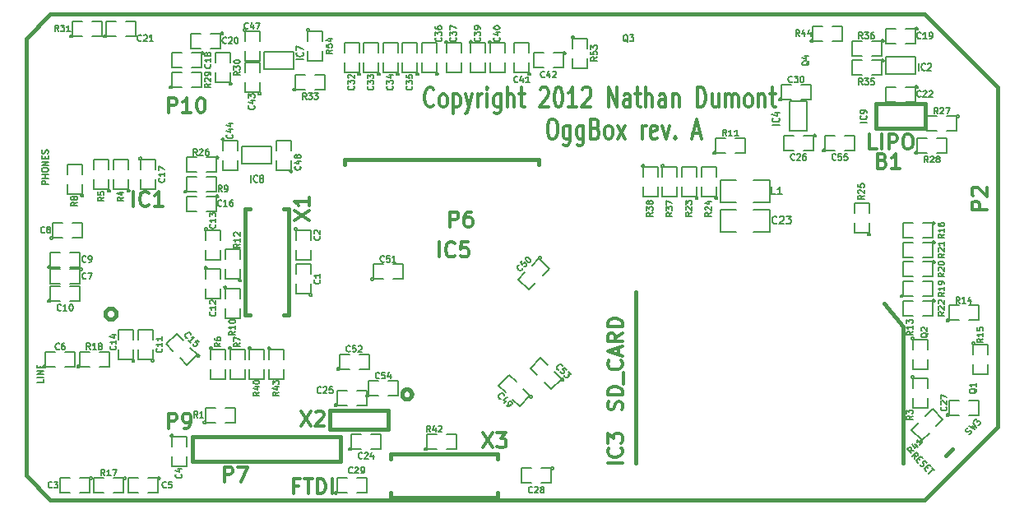
<source format=gto>
G04 (created by PCBNEW-RS274X (2012-jan-04)-testing) date Wed 23 May 2012 23:15:24 BST*
G01*
G70*
G90*
%MOIN*%
G04 Gerber Fmt 3.4, Leading zero omitted, Abs format*
%FSLAX34Y34*%
G04 APERTURE LIST*
%ADD10C,0.006000*%
%ADD11C,0.012000*%
%ADD12C,0.015000*%
%ADD13C,0.005000*%
G04 APERTURE END LIST*
G54D10*
G54D11*
X16514Y15993D02*
X16485Y15955D01*
X16399Y15917D01*
X16342Y15917D01*
X16257Y15955D01*
X16199Y16031D01*
X16171Y16108D01*
X16142Y16260D01*
X16142Y16374D01*
X16171Y16527D01*
X16199Y16603D01*
X16257Y16679D01*
X16342Y16717D01*
X16399Y16717D01*
X16485Y16679D01*
X16514Y16641D01*
X16857Y15917D02*
X16799Y15955D01*
X16771Y15993D01*
X16742Y16070D01*
X16742Y16298D01*
X16771Y16374D01*
X16799Y16412D01*
X16857Y16451D01*
X16942Y16451D01*
X16999Y16412D01*
X17028Y16374D01*
X17057Y16298D01*
X17057Y16070D01*
X17028Y15993D01*
X16999Y15955D01*
X16942Y15917D01*
X16857Y15917D01*
X17314Y16451D02*
X17314Y15651D01*
X17314Y16412D02*
X17371Y16451D01*
X17485Y16451D01*
X17542Y16412D01*
X17571Y16374D01*
X17600Y16298D01*
X17600Y16070D01*
X17571Y15993D01*
X17542Y15955D01*
X17485Y15917D01*
X17371Y15917D01*
X17314Y15955D01*
X17800Y16451D02*
X17943Y15917D01*
X18085Y16451D02*
X17943Y15917D01*
X17885Y15727D01*
X17857Y15689D01*
X17800Y15651D01*
X18314Y15917D02*
X18314Y16451D01*
X18314Y16298D02*
X18342Y16374D01*
X18371Y16412D01*
X18428Y16451D01*
X18485Y16451D01*
X18685Y15917D02*
X18685Y16451D01*
X18685Y16717D02*
X18656Y16679D01*
X18685Y16641D01*
X18713Y16679D01*
X18685Y16717D01*
X18685Y16641D01*
X19228Y16451D02*
X19228Y15803D01*
X19199Y15727D01*
X19171Y15689D01*
X19114Y15651D01*
X19028Y15651D01*
X18971Y15689D01*
X19228Y15955D02*
X19171Y15917D01*
X19057Y15917D01*
X18999Y15955D01*
X18971Y15993D01*
X18942Y16070D01*
X18942Y16298D01*
X18971Y16374D01*
X18999Y16412D01*
X19057Y16451D01*
X19171Y16451D01*
X19228Y16412D01*
X19514Y15917D02*
X19514Y16717D01*
X19771Y15917D02*
X19771Y16336D01*
X19742Y16412D01*
X19685Y16451D01*
X19600Y16451D01*
X19542Y16412D01*
X19514Y16374D01*
X19971Y16451D02*
X20200Y16451D01*
X20057Y16717D02*
X20057Y16031D01*
X20085Y15955D01*
X20143Y15917D01*
X20200Y15917D01*
X20828Y16641D02*
X20857Y16679D01*
X20914Y16717D01*
X21057Y16717D01*
X21114Y16679D01*
X21143Y16641D01*
X21171Y16565D01*
X21171Y16489D01*
X21143Y16374D01*
X20800Y15917D01*
X21171Y15917D01*
X21542Y16717D02*
X21599Y16717D01*
X21656Y16679D01*
X21685Y16641D01*
X21714Y16565D01*
X21742Y16412D01*
X21742Y16222D01*
X21714Y16070D01*
X21685Y15993D01*
X21656Y15955D01*
X21599Y15917D01*
X21542Y15917D01*
X21485Y15955D01*
X21456Y15993D01*
X21428Y16070D01*
X21399Y16222D01*
X21399Y16412D01*
X21428Y16565D01*
X21456Y16641D01*
X21485Y16679D01*
X21542Y16717D01*
X22313Y15917D02*
X21970Y15917D01*
X22142Y15917D02*
X22142Y16717D01*
X22085Y16603D01*
X22027Y16527D01*
X21970Y16489D01*
X22541Y16641D02*
X22570Y16679D01*
X22627Y16717D01*
X22770Y16717D01*
X22827Y16679D01*
X22856Y16641D01*
X22884Y16565D01*
X22884Y16489D01*
X22856Y16374D01*
X22513Y15917D01*
X22884Y15917D01*
X23598Y15917D02*
X23598Y16717D01*
X23941Y15917D01*
X23941Y16717D01*
X24484Y15917D02*
X24484Y16336D01*
X24455Y16412D01*
X24398Y16451D01*
X24284Y16451D01*
X24227Y16412D01*
X24484Y15955D02*
X24427Y15917D01*
X24284Y15917D01*
X24227Y15955D01*
X24198Y16031D01*
X24198Y16108D01*
X24227Y16184D01*
X24284Y16222D01*
X24427Y16222D01*
X24484Y16260D01*
X24684Y16451D02*
X24913Y16451D01*
X24770Y16717D02*
X24770Y16031D01*
X24798Y15955D01*
X24856Y15917D01*
X24913Y15917D01*
X25113Y15917D02*
X25113Y16717D01*
X25370Y15917D02*
X25370Y16336D01*
X25341Y16412D01*
X25284Y16451D01*
X25199Y16451D01*
X25141Y16412D01*
X25113Y16374D01*
X25913Y15917D02*
X25913Y16336D01*
X25884Y16412D01*
X25827Y16451D01*
X25713Y16451D01*
X25656Y16412D01*
X25913Y15955D02*
X25856Y15917D01*
X25713Y15917D01*
X25656Y15955D01*
X25627Y16031D01*
X25627Y16108D01*
X25656Y16184D01*
X25713Y16222D01*
X25856Y16222D01*
X25913Y16260D01*
X26199Y16451D02*
X26199Y15917D01*
X26199Y16374D02*
X26227Y16412D01*
X26285Y16451D01*
X26370Y16451D01*
X26427Y16412D01*
X26456Y16336D01*
X26456Y15917D01*
X27199Y15917D02*
X27199Y16717D01*
X27342Y16717D01*
X27427Y16679D01*
X27485Y16603D01*
X27513Y16527D01*
X27542Y16374D01*
X27542Y16260D01*
X27513Y16108D01*
X27485Y16031D01*
X27427Y15955D01*
X27342Y15917D01*
X27199Y15917D01*
X28056Y16451D02*
X28056Y15917D01*
X27799Y16451D02*
X27799Y16031D01*
X27827Y15955D01*
X27885Y15917D01*
X27970Y15917D01*
X28027Y15955D01*
X28056Y15993D01*
X28342Y15917D02*
X28342Y16451D01*
X28342Y16374D02*
X28370Y16412D01*
X28428Y16451D01*
X28513Y16451D01*
X28570Y16412D01*
X28599Y16336D01*
X28599Y15917D01*
X28599Y16336D02*
X28628Y16412D01*
X28685Y16451D01*
X28770Y16451D01*
X28828Y16412D01*
X28856Y16336D01*
X28856Y15917D01*
X29228Y15917D02*
X29170Y15955D01*
X29142Y15993D01*
X29113Y16070D01*
X29113Y16298D01*
X29142Y16374D01*
X29170Y16412D01*
X29228Y16451D01*
X29313Y16451D01*
X29370Y16412D01*
X29399Y16374D01*
X29428Y16298D01*
X29428Y16070D01*
X29399Y15993D01*
X29370Y15955D01*
X29313Y15917D01*
X29228Y15917D01*
X29685Y16451D02*
X29685Y15917D01*
X29685Y16374D02*
X29713Y16412D01*
X29771Y16451D01*
X29856Y16451D01*
X29913Y16412D01*
X29942Y16336D01*
X29942Y15917D01*
X30142Y16451D02*
X30371Y16451D01*
X30228Y16717D02*
X30228Y16031D01*
X30256Y15955D01*
X30314Y15917D01*
X30371Y15917D01*
X21270Y15437D02*
X21384Y15437D01*
X21442Y15399D01*
X21499Y15323D01*
X21527Y15171D01*
X21527Y14904D01*
X21499Y14751D01*
X21442Y14675D01*
X21384Y14637D01*
X21270Y14637D01*
X21213Y14675D01*
X21156Y14751D01*
X21127Y14904D01*
X21127Y15171D01*
X21156Y15323D01*
X21213Y15399D01*
X21270Y15437D01*
X22042Y15171D02*
X22042Y14523D01*
X22013Y14447D01*
X21985Y14409D01*
X21928Y14371D01*
X21842Y14371D01*
X21785Y14409D01*
X22042Y14675D02*
X21985Y14637D01*
X21871Y14637D01*
X21813Y14675D01*
X21785Y14713D01*
X21756Y14790D01*
X21756Y15018D01*
X21785Y15094D01*
X21813Y15132D01*
X21871Y15171D01*
X21985Y15171D01*
X22042Y15132D01*
X22585Y15171D02*
X22585Y14523D01*
X22556Y14447D01*
X22528Y14409D01*
X22471Y14371D01*
X22385Y14371D01*
X22328Y14409D01*
X22585Y14675D02*
X22528Y14637D01*
X22414Y14637D01*
X22356Y14675D01*
X22328Y14713D01*
X22299Y14790D01*
X22299Y15018D01*
X22328Y15094D01*
X22356Y15132D01*
X22414Y15171D01*
X22528Y15171D01*
X22585Y15132D01*
X23071Y15056D02*
X23157Y15018D01*
X23185Y14980D01*
X23214Y14904D01*
X23214Y14790D01*
X23185Y14713D01*
X23157Y14675D01*
X23099Y14637D01*
X22871Y14637D01*
X22871Y15437D01*
X23071Y15437D01*
X23128Y15399D01*
X23157Y15361D01*
X23185Y15285D01*
X23185Y15209D01*
X23157Y15132D01*
X23128Y15094D01*
X23071Y15056D01*
X22871Y15056D01*
X23557Y14637D02*
X23499Y14675D01*
X23471Y14713D01*
X23442Y14790D01*
X23442Y15018D01*
X23471Y15094D01*
X23499Y15132D01*
X23557Y15171D01*
X23642Y15171D01*
X23699Y15132D01*
X23728Y15094D01*
X23757Y15018D01*
X23757Y14790D01*
X23728Y14713D01*
X23699Y14675D01*
X23642Y14637D01*
X23557Y14637D01*
X23957Y14637D02*
X24271Y15171D01*
X23957Y15171D02*
X24271Y14637D01*
X24957Y14637D02*
X24957Y15171D01*
X24957Y15018D02*
X24985Y15094D01*
X25014Y15132D01*
X25071Y15171D01*
X25128Y15171D01*
X25556Y14675D02*
X25499Y14637D01*
X25385Y14637D01*
X25328Y14675D01*
X25299Y14751D01*
X25299Y15056D01*
X25328Y15132D01*
X25385Y15171D01*
X25499Y15171D01*
X25556Y15132D01*
X25585Y15056D01*
X25585Y14980D01*
X25299Y14904D01*
X25785Y15171D02*
X25928Y14637D01*
X26070Y15171D01*
X26299Y14713D02*
X26327Y14675D01*
X26299Y14637D01*
X26270Y14675D01*
X26299Y14713D01*
X26299Y14637D01*
X27013Y14866D02*
X27299Y14866D01*
X26956Y14637D02*
X27156Y15437D01*
X27356Y14637D01*
G54D12*
X39369Y16733D02*
X39370Y16733D01*
X36417Y19685D02*
X39369Y16733D01*
X00984Y19685D02*
X00000Y18701D01*
X36417Y19685D02*
X00984Y19685D01*
X36417Y00000D02*
X39370Y02953D01*
X00000Y00984D02*
X00000Y00985D01*
X00984Y00000D02*
X00000Y00984D01*
X36417Y00000D02*
X00984Y00000D01*
X00000Y18701D02*
X00000Y00985D01*
X39370Y16733D02*
X39370Y02953D01*
G54D13*
X36031Y17970D02*
X36031Y17270D01*
X36031Y17270D02*
X34831Y17270D01*
X34831Y17270D02*
X34831Y17970D01*
X34831Y17970D02*
X36031Y17970D01*
X10836Y18165D02*
X10836Y17465D01*
X10836Y17465D02*
X09636Y17465D01*
X09636Y17465D02*
X09636Y18165D01*
X09636Y18165D02*
X10836Y18165D01*
X08750Y13627D02*
X08750Y14327D01*
X08750Y14327D02*
X09950Y14327D01*
X09950Y14327D02*
X09950Y13627D01*
X09950Y13627D02*
X08750Y13627D01*
X30949Y16152D02*
X31649Y16152D01*
X31649Y16152D02*
X31649Y14952D01*
X31649Y14952D02*
X30949Y14952D01*
X30949Y14952D02*
X30949Y16152D01*
X28134Y12950D02*
X28134Y12050D01*
X28134Y12050D02*
X28784Y12050D01*
X29484Y12950D02*
X30134Y12950D01*
X30134Y12950D02*
X30134Y12050D01*
X30134Y12050D02*
X29484Y12050D01*
X28784Y12950D02*
X28134Y12950D01*
X30134Y10869D02*
X30134Y11769D01*
X30134Y11769D02*
X29484Y11769D01*
X28784Y10869D02*
X28134Y10869D01*
X28134Y10869D02*
X28134Y11769D01*
X28134Y11769D02*
X28784Y11769D01*
X29484Y10869D02*
X30134Y10869D01*
X07787Y13883D02*
X07786Y13874D01*
X07783Y13864D01*
X07778Y13856D01*
X07772Y13848D01*
X07764Y13842D01*
X07756Y13837D01*
X07747Y13835D01*
X07737Y13834D01*
X07728Y13834D01*
X07719Y13837D01*
X07710Y13842D01*
X07703Y13848D01*
X07696Y13855D01*
X07692Y13864D01*
X07689Y13873D01*
X07688Y13883D01*
X07688Y13892D01*
X07691Y13901D01*
X07695Y13910D01*
X07702Y13917D01*
X07709Y13924D01*
X07717Y13928D01*
X07727Y13931D01*
X07736Y13932D01*
X07745Y13932D01*
X07755Y13929D01*
X07763Y13925D01*
X07771Y13919D01*
X07777Y13911D01*
X07782Y13903D01*
X07785Y13894D01*
X07786Y13884D01*
X07787Y13883D01*
X07287Y13883D02*
X07687Y13883D01*
X07687Y13883D02*
X07687Y13283D01*
X07687Y13283D02*
X07287Y13283D01*
X06887Y13283D02*
X06487Y13283D01*
X06487Y13283D02*
X06487Y13883D01*
X06487Y13883D02*
X06887Y13883D01*
X36822Y10438D02*
X36821Y10429D01*
X36818Y10419D01*
X36813Y10411D01*
X36807Y10403D01*
X36799Y10397D01*
X36791Y10392D01*
X36782Y10390D01*
X36772Y10389D01*
X36763Y10389D01*
X36754Y10392D01*
X36745Y10397D01*
X36738Y10403D01*
X36731Y10410D01*
X36727Y10419D01*
X36724Y10428D01*
X36723Y10438D01*
X36723Y10447D01*
X36726Y10456D01*
X36730Y10465D01*
X36737Y10472D01*
X36744Y10479D01*
X36752Y10483D01*
X36762Y10486D01*
X36771Y10487D01*
X36780Y10487D01*
X36790Y10484D01*
X36798Y10480D01*
X36806Y10474D01*
X36812Y10466D01*
X36817Y10458D01*
X36820Y10449D01*
X36821Y10439D01*
X36822Y10438D01*
X36322Y10438D02*
X36722Y10438D01*
X36722Y10438D02*
X36722Y09838D01*
X36722Y09838D02*
X36322Y09838D01*
X35922Y09838D02*
X35522Y09838D01*
X35522Y09838D02*
X35522Y10438D01*
X35522Y10438D02*
X35922Y10438D01*
X28008Y12244D02*
X28007Y12235D01*
X28004Y12225D01*
X27999Y12217D01*
X27993Y12209D01*
X27985Y12203D01*
X27977Y12198D01*
X27968Y12196D01*
X27958Y12195D01*
X27949Y12195D01*
X27940Y12198D01*
X27931Y12203D01*
X27924Y12209D01*
X27917Y12216D01*
X27913Y12225D01*
X27910Y12234D01*
X27909Y12244D01*
X27909Y12253D01*
X27912Y12262D01*
X27916Y12271D01*
X27923Y12278D01*
X27930Y12285D01*
X27938Y12289D01*
X27948Y12292D01*
X27957Y12293D01*
X27966Y12293D01*
X27976Y12290D01*
X27984Y12286D01*
X27992Y12280D01*
X27998Y12272D01*
X28003Y12264D01*
X28006Y12255D01*
X28007Y12245D01*
X28008Y12244D01*
X27958Y12694D02*
X27958Y12294D01*
X27958Y12294D02*
X27358Y12294D01*
X27358Y12294D02*
X27358Y12694D01*
X27358Y13094D02*
X27358Y13494D01*
X27358Y13494D02*
X27958Y13494D01*
X27958Y13494D02*
X27958Y13094D01*
X27220Y12244D02*
X27219Y12235D01*
X27216Y12225D01*
X27211Y12217D01*
X27205Y12209D01*
X27197Y12203D01*
X27189Y12198D01*
X27180Y12196D01*
X27170Y12195D01*
X27161Y12195D01*
X27152Y12198D01*
X27143Y12203D01*
X27136Y12209D01*
X27129Y12216D01*
X27125Y12225D01*
X27122Y12234D01*
X27121Y12244D01*
X27121Y12253D01*
X27124Y12262D01*
X27128Y12271D01*
X27135Y12278D01*
X27142Y12285D01*
X27150Y12289D01*
X27160Y12292D01*
X27169Y12293D01*
X27178Y12293D01*
X27188Y12290D01*
X27196Y12286D01*
X27204Y12280D01*
X27210Y12272D01*
X27215Y12264D01*
X27218Y12255D01*
X27219Y12245D01*
X27220Y12244D01*
X27170Y12694D02*
X27170Y12294D01*
X27170Y12294D02*
X26570Y12294D01*
X26570Y12294D02*
X26570Y12694D01*
X26570Y13094D02*
X26570Y13494D01*
X26570Y13494D02*
X27170Y13494D01*
X27170Y13494D02*
X27170Y13094D01*
X02156Y05409D02*
X02155Y05400D01*
X02152Y05390D01*
X02147Y05382D01*
X02141Y05374D01*
X02133Y05368D01*
X02125Y05363D01*
X02116Y05361D01*
X02106Y05360D01*
X02097Y05360D01*
X02088Y05363D01*
X02079Y05368D01*
X02072Y05374D01*
X02065Y05381D01*
X02061Y05390D01*
X02058Y05399D01*
X02057Y05409D01*
X02057Y05418D01*
X02060Y05427D01*
X02064Y05436D01*
X02071Y05443D01*
X02078Y05450D01*
X02086Y05454D01*
X02096Y05457D01*
X02105Y05458D01*
X02114Y05458D01*
X02124Y05455D01*
X02132Y05451D01*
X02140Y05445D01*
X02146Y05437D01*
X02151Y05429D01*
X02154Y05420D01*
X02155Y05410D01*
X02156Y05409D01*
X02556Y05409D02*
X02156Y05409D01*
X02156Y05409D02*
X02156Y06009D01*
X02156Y06009D02*
X02556Y06009D01*
X02956Y06009D02*
X03356Y06009D01*
X03356Y06009D02*
X03356Y05409D01*
X03356Y05409D02*
X02956Y05409D01*
X36822Y08076D02*
X36821Y08067D01*
X36818Y08057D01*
X36813Y08049D01*
X36807Y08041D01*
X36799Y08035D01*
X36791Y08030D01*
X36782Y08028D01*
X36772Y08027D01*
X36763Y08027D01*
X36754Y08030D01*
X36745Y08035D01*
X36738Y08041D01*
X36731Y08048D01*
X36727Y08057D01*
X36724Y08066D01*
X36723Y08076D01*
X36723Y08085D01*
X36726Y08094D01*
X36730Y08103D01*
X36737Y08110D01*
X36744Y08117D01*
X36752Y08121D01*
X36762Y08124D01*
X36771Y08125D01*
X36780Y08125D01*
X36790Y08122D01*
X36798Y08118D01*
X36806Y08112D01*
X36812Y08104D01*
X36817Y08096D01*
X36820Y08087D01*
X36821Y08077D01*
X36822Y08076D01*
X36322Y08076D02*
X36722Y08076D01*
X36722Y08076D02*
X36722Y07476D01*
X36722Y07476D02*
X36322Y07476D01*
X35922Y07476D02*
X35522Y07476D01*
X35522Y07476D02*
X35522Y08076D01*
X35522Y08076D02*
X35922Y08076D01*
X35522Y08263D02*
X35521Y08254D01*
X35518Y08244D01*
X35513Y08236D01*
X35507Y08228D01*
X35499Y08222D01*
X35491Y08217D01*
X35482Y08215D01*
X35472Y08214D01*
X35463Y08214D01*
X35454Y08217D01*
X35445Y08222D01*
X35438Y08228D01*
X35431Y08235D01*
X35427Y08244D01*
X35424Y08253D01*
X35423Y08263D01*
X35423Y08272D01*
X35426Y08281D01*
X35430Y08290D01*
X35437Y08297D01*
X35444Y08304D01*
X35452Y08308D01*
X35462Y08311D01*
X35471Y08312D01*
X35480Y08312D01*
X35490Y08309D01*
X35498Y08305D01*
X35506Y08299D01*
X35512Y08291D01*
X35517Y08283D01*
X35520Y08274D01*
X35521Y08264D01*
X35522Y08263D01*
X35922Y08263D02*
X35522Y08263D01*
X35522Y08263D02*
X35522Y08863D01*
X35522Y08863D02*
X35922Y08863D01*
X36322Y08863D02*
X36722Y08863D01*
X36722Y08863D02*
X36722Y08263D01*
X36722Y08263D02*
X36322Y08263D01*
X34208Y10768D02*
X34207Y10759D01*
X34204Y10749D01*
X34199Y10741D01*
X34193Y10733D01*
X34185Y10727D01*
X34177Y10722D01*
X34168Y10720D01*
X34158Y10719D01*
X34149Y10719D01*
X34140Y10722D01*
X34131Y10727D01*
X34124Y10733D01*
X34117Y10740D01*
X34113Y10749D01*
X34110Y10758D01*
X34109Y10768D01*
X34109Y10777D01*
X34112Y10786D01*
X34116Y10795D01*
X34123Y10802D01*
X34130Y10809D01*
X34138Y10813D01*
X34148Y10816D01*
X34157Y10817D01*
X34166Y10817D01*
X34176Y10814D01*
X34184Y10810D01*
X34192Y10804D01*
X34198Y10796D01*
X34203Y10788D01*
X34206Y10779D01*
X34207Y10769D01*
X34208Y10768D01*
X34158Y11218D02*
X34158Y10818D01*
X34158Y10818D02*
X33558Y10818D01*
X33558Y10818D02*
X33558Y11218D01*
X33558Y11618D02*
X33558Y12018D01*
X33558Y12018D02*
X34158Y12018D01*
X34158Y12018D02*
X34158Y11618D01*
X36822Y09651D02*
X36821Y09642D01*
X36818Y09632D01*
X36813Y09624D01*
X36807Y09616D01*
X36799Y09610D01*
X36791Y09605D01*
X36782Y09603D01*
X36772Y09602D01*
X36763Y09602D01*
X36754Y09605D01*
X36745Y09610D01*
X36738Y09616D01*
X36731Y09623D01*
X36727Y09632D01*
X36724Y09641D01*
X36723Y09651D01*
X36723Y09660D01*
X36726Y09669D01*
X36730Y09678D01*
X36737Y09685D01*
X36744Y09692D01*
X36752Y09696D01*
X36762Y09699D01*
X36771Y09700D01*
X36780Y09700D01*
X36790Y09697D01*
X36798Y09693D01*
X36806Y09687D01*
X36812Y09679D01*
X36817Y09671D01*
X36820Y09662D01*
X36821Y09652D01*
X36822Y09651D01*
X36322Y09651D02*
X36722Y09651D01*
X36722Y09651D02*
X36722Y09051D01*
X36722Y09051D02*
X36322Y09051D01*
X35922Y09051D02*
X35522Y09051D01*
X35522Y09051D02*
X35522Y09651D01*
X35522Y09651D02*
X35922Y09651D01*
X04047Y00891D02*
X04046Y00882D01*
X04043Y00872D01*
X04038Y00864D01*
X04032Y00856D01*
X04024Y00850D01*
X04016Y00845D01*
X04007Y00843D01*
X03997Y00842D01*
X03988Y00842D01*
X03979Y00845D01*
X03970Y00850D01*
X03963Y00856D01*
X03956Y00863D01*
X03952Y00872D01*
X03949Y00881D01*
X03948Y00891D01*
X03948Y00900D01*
X03951Y00909D01*
X03955Y00918D01*
X03962Y00925D01*
X03969Y00932D01*
X03977Y00936D01*
X03987Y00939D01*
X03996Y00940D01*
X04005Y00940D01*
X04015Y00937D01*
X04023Y00933D01*
X04031Y00927D01*
X04037Y00919D01*
X04042Y00911D01*
X04045Y00902D01*
X04046Y00892D01*
X04047Y00891D01*
X03547Y00891D02*
X03947Y00891D01*
X03947Y00891D02*
X03947Y00291D01*
X03947Y00291D02*
X03547Y00291D01*
X03147Y00291D02*
X02747Y00291D01*
X02747Y00291D02*
X02747Y00891D01*
X02747Y00891D02*
X03147Y00891D01*
X36822Y11226D02*
X36821Y11217D01*
X36818Y11207D01*
X36813Y11199D01*
X36807Y11191D01*
X36799Y11185D01*
X36791Y11180D01*
X36782Y11178D01*
X36772Y11177D01*
X36763Y11177D01*
X36754Y11180D01*
X36745Y11185D01*
X36738Y11191D01*
X36731Y11198D01*
X36727Y11207D01*
X36724Y11216D01*
X36723Y11226D01*
X36723Y11235D01*
X36726Y11244D01*
X36730Y11253D01*
X36737Y11260D01*
X36744Y11267D01*
X36752Y11271D01*
X36762Y11274D01*
X36771Y11275D01*
X36780Y11275D01*
X36790Y11272D01*
X36798Y11268D01*
X36806Y11262D01*
X36812Y11254D01*
X36817Y11246D01*
X36820Y11237D01*
X36821Y11227D01*
X36822Y11226D01*
X36322Y11226D02*
X36722Y11226D01*
X36722Y11226D02*
X36722Y10626D01*
X36722Y10626D02*
X36322Y10626D01*
X35922Y10626D02*
X35522Y10626D01*
X35522Y10626D02*
X35522Y11226D01*
X35522Y11226D02*
X35922Y11226D01*
X38431Y06359D02*
X38430Y06350D01*
X38427Y06340D01*
X38422Y06332D01*
X38416Y06324D01*
X38408Y06318D01*
X38400Y06313D01*
X38391Y06311D01*
X38381Y06310D01*
X38372Y06310D01*
X38363Y06313D01*
X38354Y06318D01*
X38347Y06324D01*
X38340Y06331D01*
X38336Y06340D01*
X38333Y06349D01*
X38332Y06359D01*
X38332Y06368D01*
X38335Y06377D01*
X38339Y06386D01*
X38346Y06393D01*
X38353Y06400D01*
X38361Y06404D01*
X38371Y06407D01*
X38380Y06408D01*
X38389Y06408D01*
X38399Y06405D01*
X38407Y06401D01*
X38415Y06395D01*
X38421Y06387D01*
X38426Y06379D01*
X38429Y06370D01*
X38430Y06360D01*
X38431Y06359D01*
X38381Y05909D02*
X38381Y06309D01*
X38381Y06309D02*
X38981Y06309D01*
X38981Y06309D02*
X38981Y05909D01*
X38981Y05509D02*
X38981Y05109D01*
X38981Y05109D02*
X38381Y05109D01*
X38381Y05109D02*
X38381Y05509D01*
X37392Y07279D02*
X37391Y07270D01*
X37388Y07260D01*
X37383Y07252D01*
X37377Y07244D01*
X37369Y07238D01*
X37361Y07233D01*
X37352Y07231D01*
X37342Y07230D01*
X37333Y07230D01*
X37324Y07233D01*
X37315Y07238D01*
X37308Y07244D01*
X37301Y07251D01*
X37297Y07260D01*
X37294Y07269D01*
X37293Y07279D01*
X37293Y07288D01*
X37296Y07297D01*
X37300Y07306D01*
X37307Y07313D01*
X37314Y07320D01*
X37322Y07324D01*
X37332Y07327D01*
X37341Y07328D01*
X37350Y07328D01*
X37360Y07325D01*
X37368Y07321D01*
X37376Y07315D01*
X37382Y07307D01*
X37387Y07299D01*
X37390Y07290D01*
X37391Y07280D01*
X37392Y07279D01*
X37792Y07279D02*
X37392Y07279D01*
X37392Y07279D02*
X37392Y07879D01*
X37392Y07879D02*
X37792Y07879D01*
X38192Y07879D02*
X38592Y07879D01*
X38592Y07879D02*
X38592Y07279D01*
X38592Y07279D02*
X38192Y07279D01*
X35971Y06556D02*
X35970Y06547D01*
X35967Y06537D01*
X35962Y06529D01*
X35956Y06521D01*
X35948Y06515D01*
X35940Y06510D01*
X35931Y06508D01*
X35921Y06507D01*
X35912Y06507D01*
X35903Y06510D01*
X35894Y06515D01*
X35887Y06521D01*
X35880Y06528D01*
X35876Y06537D01*
X35873Y06546D01*
X35872Y06556D01*
X35872Y06565D01*
X35875Y06574D01*
X35879Y06583D01*
X35886Y06590D01*
X35893Y06597D01*
X35901Y06601D01*
X35911Y06604D01*
X35920Y06605D01*
X35929Y06605D01*
X35939Y06602D01*
X35947Y06598D01*
X35955Y06592D01*
X35961Y06584D01*
X35966Y06576D01*
X35969Y06567D01*
X35970Y06557D01*
X35971Y06556D01*
X35921Y06106D02*
X35921Y06506D01*
X35921Y06506D02*
X36521Y06506D01*
X36521Y06506D02*
X36521Y06106D01*
X36521Y05706D02*
X36521Y05306D01*
X36521Y05306D02*
X35921Y05306D01*
X35921Y05306D02*
X35921Y05706D01*
X08716Y08898D02*
X08715Y08889D01*
X08712Y08879D01*
X08707Y08871D01*
X08701Y08863D01*
X08693Y08857D01*
X08685Y08852D01*
X08676Y08850D01*
X08666Y08849D01*
X08657Y08849D01*
X08648Y08852D01*
X08639Y08857D01*
X08632Y08863D01*
X08625Y08870D01*
X08621Y08879D01*
X08618Y08888D01*
X08617Y08898D01*
X08617Y08907D01*
X08620Y08916D01*
X08624Y08925D01*
X08631Y08932D01*
X08638Y08939D01*
X08646Y08943D01*
X08656Y08946D01*
X08665Y08947D01*
X08674Y08947D01*
X08684Y08944D01*
X08692Y08940D01*
X08700Y08934D01*
X08706Y08926D01*
X08711Y08918D01*
X08714Y08909D01*
X08715Y08899D01*
X08716Y08898D01*
X08666Y09348D02*
X08666Y08948D01*
X08666Y08948D02*
X08066Y08948D01*
X08066Y08948D02*
X08066Y09348D01*
X08066Y09748D02*
X08066Y10148D01*
X08066Y10148D02*
X08666Y10148D01*
X08666Y10148D02*
X08666Y09748D01*
X27943Y14070D02*
X27942Y14061D01*
X27939Y14051D01*
X27934Y14043D01*
X27928Y14035D01*
X27920Y14029D01*
X27912Y14024D01*
X27903Y14022D01*
X27893Y14021D01*
X27884Y14021D01*
X27875Y14024D01*
X27866Y14029D01*
X27859Y14035D01*
X27852Y14042D01*
X27848Y14051D01*
X27845Y14060D01*
X27844Y14070D01*
X27844Y14079D01*
X27847Y14088D01*
X27851Y14097D01*
X27858Y14104D01*
X27865Y14111D01*
X27873Y14115D01*
X27883Y14118D01*
X27892Y14119D01*
X27901Y14119D01*
X27911Y14116D01*
X27919Y14112D01*
X27927Y14106D01*
X27933Y14098D01*
X27938Y14090D01*
X27941Y14081D01*
X27942Y14071D01*
X27943Y14070D01*
X28343Y14070D02*
X27943Y14070D01*
X27943Y14070D02*
X27943Y14670D01*
X27943Y14670D02*
X28343Y14670D01*
X28743Y14670D02*
X29143Y14670D01*
X29143Y14670D02*
X29143Y14070D01*
X29143Y14070D02*
X28743Y14070D01*
X08116Y08623D02*
X08115Y08614D01*
X08112Y08604D01*
X08107Y08596D01*
X08101Y08588D01*
X08093Y08582D01*
X08085Y08577D01*
X08076Y08575D01*
X08066Y08574D01*
X08057Y08574D01*
X08048Y08577D01*
X08039Y08582D01*
X08032Y08588D01*
X08025Y08595D01*
X08021Y08604D01*
X08018Y08613D01*
X08017Y08623D01*
X08017Y08632D01*
X08020Y08641D01*
X08024Y08650D01*
X08031Y08657D01*
X08038Y08664D01*
X08046Y08668D01*
X08056Y08671D01*
X08065Y08672D01*
X08074Y08672D01*
X08084Y08669D01*
X08092Y08665D01*
X08100Y08659D01*
X08106Y08651D01*
X08111Y08643D01*
X08114Y08634D01*
X08115Y08624D01*
X08116Y08623D01*
X08066Y08173D02*
X08066Y08573D01*
X08066Y08573D02*
X08666Y08573D01*
X08666Y08573D02*
X08666Y08173D01*
X08666Y07773D02*
X08666Y07373D01*
X08666Y07373D02*
X08066Y07373D01*
X08066Y07373D02*
X08066Y07773D01*
X06487Y12496D02*
X06486Y12487D01*
X06483Y12477D01*
X06478Y12469D01*
X06472Y12461D01*
X06464Y12455D01*
X06456Y12450D01*
X06447Y12448D01*
X06437Y12447D01*
X06428Y12447D01*
X06419Y12450D01*
X06410Y12455D01*
X06403Y12461D01*
X06396Y12468D01*
X06392Y12477D01*
X06389Y12486D01*
X06388Y12496D01*
X06388Y12505D01*
X06391Y12514D01*
X06395Y12523D01*
X06402Y12530D01*
X06409Y12537D01*
X06417Y12541D01*
X06427Y12544D01*
X06436Y12545D01*
X06445Y12545D01*
X06455Y12542D01*
X06463Y12538D01*
X06471Y12532D01*
X06477Y12524D01*
X06482Y12516D01*
X06485Y12507D01*
X06486Y12497D01*
X06487Y12496D01*
X06887Y12496D02*
X06487Y12496D01*
X06487Y12496D02*
X06487Y13096D01*
X06487Y13096D02*
X06887Y13096D01*
X07287Y13096D02*
X07687Y13096D01*
X07687Y13096D02*
X07687Y12496D01*
X07687Y12496D02*
X07287Y12496D01*
X02319Y12343D02*
X02318Y12334D01*
X02315Y12324D01*
X02310Y12316D01*
X02304Y12308D01*
X02296Y12302D01*
X02288Y12297D01*
X02279Y12295D01*
X02269Y12294D01*
X02260Y12294D01*
X02251Y12297D01*
X02242Y12302D01*
X02235Y12308D01*
X02228Y12315D01*
X02224Y12324D01*
X02221Y12333D01*
X02220Y12343D01*
X02220Y12352D01*
X02223Y12361D01*
X02227Y12370D01*
X02234Y12377D01*
X02241Y12384D01*
X02249Y12388D01*
X02259Y12391D01*
X02268Y12392D01*
X02277Y12392D01*
X02287Y12389D01*
X02295Y12385D01*
X02303Y12379D01*
X02309Y12371D01*
X02314Y12363D01*
X02317Y12354D01*
X02318Y12344D01*
X02319Y12343D01*
X02269Y12793D02*
X02269Y12393D01*
X02269Y12393D02*
X01669Y12393D01*
X01669Y12393D02*
X01669Y12793D01*
X01669Y13193D02*
X01669Y13593D01*
X01669Y13593D02*
X02269Y13593D01*
X02269Y13593D02*
X02269Y13193D01*
X08313Y06162D02*
X08312Y06153D01*
X08309Y06143D01*
X08304Y06135D01*
X08298Y06127D01*
X08290Y06121D01*
X08282Y06116D01*
X08273Y06114D01*
X08263Y06113D01*
X08254Y06113D01*
X08245Y06116D01*
X08236Y06121D01*
X08229Y06127D01*
X08222Y06134D01*
X08218Y06143D01*
X08215Y06152D01*
X08214Y06162D01*
X08214Y06171D01*
X08217Y06180D01*
X08221Y06189D01*
X08228Y06196D01*
X08235Y06203D01*
X08243Y06207D01*
X08253Y06210D01*
X08262Y06211D01*
X08271Y06211D01*
X08281Y06208D01*
X08289Y06204D01*
X08297Y06198D01*
X08303Y06190D01*
X08308Y06182D01*
X08311Y06173D01*
X08312Y06163D01*
X08313Y06162D01*
X08263Y05712D02*
X08263Y06112D01*
X08263Y06112D02*
X08863Y06112D01*
X08863Y06112D02*
X08863Y05712D01*
X08863Y05312D02*
X08863Y04912D01*
X08863Y04912D02*
X08263Y04912D01*
X08263Y04912D02*
X08263Y05312D01*
X07526Y06162D02*
X07525Y06153D01*
X07522Y06143D01*
X07517Y06135D01*
X07511Y06127D01*
X07503Y06121D01*
X07495Y06116D01*
X07486Y06114D01*
X07476Y06113D01*
X07467Y06113D01*
X07458Y06116D01*
X07449Y06121D01*
X07442Y06127D01*
X07435Y06134D01*
X07431Y06143D01*
X07428Y06152D01*
X07427Y06162D01*
X07427Y06171D01*
X07430Y06180D01*
X07434Y06189D01*
X07441Y06196D01*
X07448Y06203D01*
X07456Y06207D01*
X07466Y06210D01*
X07475Y06211D01*
X07484Y06211D01*
X07494Y06208D01*
X07502Y06204D01*
X07510Y06198D01*
X07516Y06190D01*
X07521Y06182D01*
X07524Y06173D01*
X07525Y06163D01*
X07526Y06162D01*
X07476Y05712D02*
X07476Y06112D01*
X07476Y06112D02*
X08076Y06112D01*
X08076Y06112D02*
X08076Y05712D01*
X08076Y05312D02*
X08076Y04912D01*
X08076Y04912D02*
X07476Y04912D01*
X07476Y04912D02*
X07476Y05312D01*
X16231Y02063D02*
X16230Y02054D01*
X16227Y02044D01*
X16222Y02036D01*
X16216Y02028D01*
X16208Y02022D01*
X16200Y02017D01*
X16191Y02015D01*
X16181Y02014D01*
X16172Y02014D01*
X16163Y02017D01*
X16154Y02022D01*
X16147Y02028D01*
X16140Y02035D01*
X16136Y02044D01*
X16133Y02053D01*
X16132Y02063D01*
X16132Y02072D01*
X16135Y02081D01*
X16139Y02090D01*
X16146Y02097D01*
X16153Y02104D01*
X16161Y02108D01*
X16171Y02111D01*
X16180Y02112D01*
X16189Y02112D01*
X16199Y02109D01*
X16207Y02105D01*
X16215Y02099D01*
X16221Y02091D01*
X16226Y02083D01*
X16229Y02074D01*
X16230Y02064D01*
X16231Y02063D01*
X16631Y02063D02*
X16231Y02063D01*
X16231Y02063D02*
X16231Y02663D01*
X16231Y02663D02*
X16631Y02663D01*
X17031Y02663D02*
X17431Y02663D01*
X17431Y02663D02*
X17431Y02063D01*
X17431Y02063D02*
X17031Y02063D01*
X00975Y08067D02*
X00974Y08058D01*
X00971Y08048D01*
X00966Y08040D01*
X00960Y08032D01*
X00952Y08026D01*
X00944Y08021D01*
X00935Y08019D01*
X00925Y08018D01*
X00916Y08018D01*
X00907Y08021D01*
X00898Y08026D01*
X00891Y08032D01*
X00884Y08039D01*
X00880Y08048D01*
X00877Y08057D01*
X00876Y08067D01*
X00876Y08076D01*
X00879Y08085D01*
X00883Y08094D01*
X00890Y08101D01*
X00897Y08108D01*
X00905Y08112D01*
X00915Y08115D01*
X00924Y08116D01*
X00933Y08116D01*
X00943Y08113D01*
X00951Y08109D01*
X00959Y08103D01*
X00965Y08095D01*
X00970Y08087D01*
X00973Y08078D01*
X00974Y08068D01*
X00975Y08067D01*
X01375Y08067D02*
X00975Y08067D01*
X00975Y08067D02*
X00975Y08667D01*
X00975Y08667D02*
X01375Y08667D01*
X01775Y08667D02*
X02175Y08667D01*
X02175Y08667D02*
X02175Y08067D01*
X02175Y08067D02*
X01775Y08067D01*
X10971Y10985D02*
X10970Y10976D01*
X10967Y10966D01*
X10962Y10958D01*
X10956Y10950D01*
X10948Y10944D01*
X10940Y10939D01*
X10931Y10937D01*
X10921Y10936D01*
X10912Y10936D01*
X10903Y10939D01*
X10894Y10944D01*
X10887Y10950D01*
X10880Y10957D01*
X10876Y10966D01*
X10873Y10975D01*
X10872Y10985D01*
X10872Y10994D01*
X10875Y11003D01*
X10879Y11012D01*
X10886Y11019D01*
X10893Y11026D01*
X10901Y11030D01*
X10911Y11033D01*
X10920Y11034D01*
X10929Y11034D01*
X10939Y11031D01*
X10947Y11027D01*
X10955Y11021D01*
X10961Y11013D01*
X10966Y11005D01*
X10969Y10996D01*
X10970Y10986D01*
X10971Y10985D01*
X10921Y10535D02*
X10921Y10935D01*
X10921Y10935D02*
X11521Y10935D01*
X11521Y10935D02*
X11521Y10535D01*
X11521Y10135D02*
X11521Y09735D01*
X11521Y09735D02*
X10921Y09735D01*
X10921Y09735D02*
X10921Y10135D01*
X02669Y00891D02*
X02668Y00882D01*
X02665Y00872D01*
X02660Y00864D01*
X02654Y00856D01*
X02646Y00850D01*
X02638Y00845D01*
X02629Y00843D01*
X02619Y00842D01*
X02610Y00842D01*
X02601Y00845D01*
X02592Y00850D01*
X02585Y00856D01*
X02578Y00863D01*
X02574Y00872D01*
X02571Y00881D01*
X02570Y00891D01*
X02570Y00900D01*
X02573Y00909D01*
X02577Y00918D01*
X02584Y00925D01*
X02591Y00932D01*
X02599Y00936D01*
X02609Y00939D01*
X02618Y00940D01*
X02627Y00940D01*
X02637Y00937D01*
X02645Y00933D01*
X02653Y00927D01*
X02659Y00919D01*
X02664Y00911D01*
X02667Y00902D01*
X02668Y00892D01*
X02669Y00891D01*
X02169Y00891D02*
X02569Y00891D01*
X02569Y00891D02*
X02569Y00291D01*
X02569Y00291D02*
X02169Y00291D01*
X01769Y00291D02*
X01369Y00291D01*
X01369Y00291D02*
X01369Y00891D01*
X01369Y00891D02*
X01769Y00891D01*
X05951Y02619D02*
X05950Y02610D01*
X05947Y02600D01*
X05942Y02592D01*
X05936Y02584D01*
X05928Y02578D01*
X05920Y02573D01*
X05911Y02571D01*
X05901Y02570D01*
X05892Y02570D01*
X05883Y02573D01*
X05874Y02578D01*
X05867Y02584D01*
X05860Y02591D01*
X05856Y02600D01*
X05853Y02609D01*
X05852Y02619D01*
X05852Y02628D01*
X05855Y02637D01*
X05859Y02646D01*
X05866Y02653D01*
X05873Y02660D01*
X05881Y02664D01*
X05891Y02667D01*
X05900Y02668D01*
X05909Y02668D01*
X05919Y02665D01*
X05927Y02661D01*
X05935Y02655D01*
X05941Y02647D01*
X05946Y02639D01*
X05949Y02630D01*
X05950Y02620D01*
X05951Y02619D01*
X05901Y02169D02*
X05901Y02569D01*
X05901Y02569D02*
X06501Y02569D01*
X06501Y02569D02*
X06501Y02169D01*
X06501Y01769D02*
X06501Y01369D01*
X06501Y01369D02*
X05901Y01369D01*
X05901Y01369D02*
X05901Y01769D01*
X05424Y00891D02*
X05423Y00882D01*
X05420Y00872D01*
X05415Y00864D01*
X05409Y00856D01*
X05401Y00850D01*
X05393Y00845D01*
X05384Y00843D01*
X05374Y00842D01*
X05365Y00842D01*
X05356Y00845D01*
X05347Y00850D01*
X05340Y00856D01*
X05333Y00863D01*
X05329Y00872D01*
X05326Y00881D01*
X05325Y00891D01*
X05325Y00900D01*
X05328Y00909D01*
X05332Y00918D01*
X05339Y00925D01*
X05346Y00932D01*
X05354Y00936D01*
X05364Y00939D01*
X05373Y00940D01*
X05382Y00940D01*
X05392Y00937D01*
X05400Y00933D01*
X05408Y00927D01*
X05414Y00919D01*
X05419Y00911D01*
X05422Y00902D01*
X05423Y00892D01*
X05424Y00891D01*
X04924Y00891D02*
X05324Y00891D01*
X05324Y00891D02*
X05324Y00291D01*
X05324Y00291D02*
X04924Y00291D01*
X04524Y00291D02*
X04124Y00291D01*
X04124Y00291D02*
X04124Y00891D01*
X04124Y00891D02*
X04524Y00891D01*
X11463Y19056D02*
X11462Y19047D01*
X11459Y19037D01*
X11454Y19029D01*
X11448Y19021D01*
X11440Y19015D01*
X11432Y19010D01*
X11423Y19008D01*
X11413Y19007D01*
X11404Y19007D01*
X11395Y19010D01*
X11386Y19015D01*
X11379Y19021D01*
X11372Y19028D01*
X11368Y19037D01*
X11365Y19046D01*
X11364Y19056D01*
X11364Y19065D01*
X11367Y19074D01*
X11371Y19083D01*
X11378Y19090D01*
X11385Y19097D01*
X11393Y19101D01*
X11403Y19104D01*
X11412Y19105D01*
X11421Y19105D01*
X11431Y19102D01*
X11439Y19098D01*
X11447Y19092D01*
X11453Y19084D01*
X11458Y19076D01*
X11461Y19067D01*
X11462Y19057D01*
X11463Y19056D01*
X11413Y18606D02*
X11413Y19006D01*
X11413Y19006D02*
X12013Y19006D01*
X12013Y19006D02*
X12013Y18606D01*
X12013Y18206D02*
X12013Y17806D01*
X12013Y17806D02*
X11413Y17806D01*
X11413Y17806D02*
X11413Y18206D01*
X22191Y18761D02*
X22190Y18752D01*
X22187Y18742D01*
X22182Y18734D01*
X22176Y18726D01*
X22168Y18720D01*
X22160Y18715D01*
X22151Y18713D01*
X22141Y18712D01*
X22132Y18712D01*
X22123Y18715D01*
X22114Y18720D01*
X22107Y18726D01*
X22100Y18733D01*
X22096Y18742D01*
X22093Y18751D01*
X22092Y18761D01*
X22092Y18770D01*
X22095Y18779D01*
X22099Y18788D01*
X22106Y18795D01*
X22113Y18802D01*
X22121Y18806D01*
X22131Y18809D01*
X22140Y18810D01*
X22149Y18810D01*
X22159Y18807D01*
X22167Y18803D01*
X22175Y18797D01*
X22181Y18789D01*
X22186Y18781D01*
X22189Y18772D01*
X22190Y18762D01*
X22191Y18761D01*
X22141Y18311D02*
X22141Y18711D01*
X22141Y18711D02*
X22741Y18711D01*
X22741Y18711D02*
X22741Y18311D01*
X22741Y17911D02*
X22741Y17511D01*
X22741Y17511D02*
X22141Y17511D01*
X22141Y17511D02*
X22141Y17911D01*
X11571Y08307D02*
X11570Y08298D01*
X11567Y08288D01*
X11562Y08280D01*
X11556Y08272D01*
X11548Y08266D01*
X11540Y08261D01*
X11531Y08259D01*
X11521Y08258D01*
X11512Y08258D01*
X11503Y08261D01*
X11494Y08266D01*
X11487Y08272D01*
X11480Y08279D01*
X11476Y08288D01*
X11473Y08297D01*
X11472Y08307D01*
X11472Y08316D01*
X11475Y08325D01*
X11479Y08334D01*
X11486Y08341D01*
X11493Y08348D01*
X11501Y08352D01*
X11511Y08355D01*
X11520Y08356D01*
X11529Y08356D01*
X11539Y08353D01*
X11547Y08349D01*
X11555Y08343D01*
X11561Y08335D01*
X11566Y08327D01*
X11569Y08318D01*
X11570Y08308D01*
X11571Y08307D01*
X11521Y08757D02*
X11521Y08357D01*
X11521Y08357D02*
X10921Y08357D01*
X10921Y08357D02*
X10921Y08757D01*
X10921Y09157D02*
X10921Y09557D01*
X10921Y09557D02*
X11521Y09557D01*
X11521Y09557D02*
X11521Y09157D01*
X36319Y02380D02*
X36318Y02371D01*
X36315Y02361D01*
X36310Y02353D01*
X36304Y02345D01*
X36296Y02339D01*
X36288Y02334D01*
X36279Y02332D01*
X36269Y02331D01*
X36260Y02331D01*
X36251Y02334D01*
X36242Y02339D01*
X36235Y02345D01*
X36228Y02352D01*
X36224Y02361D01*
X36221Y02370D01*
X36220Y02380D01*
X36220Y02389D01*
X36223Y02398D01*
X36227Y02407D01*
X36234Y02414D01*
X36241Y02421D01*
X36249Y02425D01*
X36259Y02428D01*
X36268Y02429D01*
X36277Y02429D01*
X36287Y02426D01*
X36295Y02422D01*
X36303Y02416D01*
X36309Y02408D01*
X36314Y02400D01*
X36317Y02391D01*
X36318Y02381D01*
X36319Y02380D01*
X36587Y02698D02*
X36304Y02416D01*
X36304Y02416D02*
X35880Y02840D01*
X35880Y02840D02*
X36162Y03123D01*
X36445Y03406D02*
X36728Y03688D01*
X36728Y03688D02*
X37152Y03264D01*
X37152Y03264D02*
X36870Y02981D01*
X25045Y13544D02*
X25044Y13535D01*
X25041Y13525D01*
X25036Y13517D01*
X25030Y13509D01*
X25022Y13503D01*
X25014Y13498D01*
X25005Y13496D01*
X24995Y13495D01*
X24986Y13495D01*
X24977Y13498D01*
X24968Y13503D01*
X24961Y13509D01*
X24954Y13516D01*
X24950Y13525D01*
X24947Y13534D01*
X24946Y13544D01*
X24946Y13553D01*
X24949Y13562D01*
X24953Y13571D01*
X24960Y13578D01*
X24967Y13585D01*
X24975Y13589D01*
X24985Y13592D01*
X24994Y13593D01*
X25003Y13593D01*
X25013Y13590D01*
X25021Y13586D01*
X25029Y13580D01*
X25035Y13572D01*
X25040Y13564D01*
X25043Y13555D01*
X25044Y13545D01*
X25045Y13544D01*
X24995Y13094D02*
X24995Y13494D01*
X24995Y13494D02*
X25595Y13494D01*
X25595Y13494D02*
X25595Y13094D01*
X25595Y12694D02*
X25595Y12294D01*
X25595Y12294D02*
X24995Y12294D01*
X24995Y12294D02*
X24995Y12694D01*
X25833Y13544D02*
X25832Y13535D01*
X25829Y13525D01*
X25824Y13517D01*
X25818Y13509D01*
X25810Y13503D01*
X25802Y13498D01*
X25793Y13496D01*
X25783Y13495D01*
X25774Y13495D01*
X25765Y13498D01*
X25756Y13503D01*
X25749Y13509D01*
X25742Y13516D01*
X25738Y13525D01*
X25735Y13534D01*
X25734Y13544D01*
X25734Y13553D01*
X25737Y13562D01*
X25741Y13571D01*
X25748Y13578D01*
X25755Y13585D01*
X25763Y13589D01*
X25773Y13592D01*
X25782Y13593D01*
X25791Y13593D01*
X25801Y13590D01*
X25809Y13586D01*
X25817Y13580D01*
X25823Y13572D01*
X25828Y13564D01*
X25831Y13555D01*
X25832Y13545D01*
X25833Y13544D01*
X25783Y13094D02*
X25783Y13494D01*
X25783Y13494D02*
X26383Y13494D01*
X26383Y13494D02*
X26383Y13094D01*
X26383Y12694D02*
X26383Y12294D01*
X26383Y12294D02*
X25783Y12294D01*
X25783Y12294D02*
X25783Y12694D01*
X34755Y18607D02*
X34754Y18598D01*
X34751Y18588D01*
X34746Y18580D01*
X34740Y18572D01*
X34732Y18566D01*
X34724Y18561D01*
X34715Y18559D01*
X34705Y18558D01*
X34696Y18558D01*
X34687Y18561D01*
X34678Y18566D01*
X34671Y18572D01*
X34664Y18579D01*
X34660Y18588D01*
X34657Y18597D01*
X34656Y18607D01*
X34656Y18616D01*
X34659Y18625D01*
X34663Y18634D01*
X34670Y18641D01*
X34677Y18648D01*
X34685Y18652D01*
X34695Y18655D01*
X34704Y18656D01*
X34713Y18656D01*
X34723Y18653D01*
X34731Y18649D01*
X34739Y18643D01*
X34745Y18635D01*
X34750Y18627D01*
X34753Y18618D01*
X34754Y18608D01*
X34755Y18607D01*
X34255Y18607D02*
X34655Y18607D01*
X34655Y18607D02*
X34655Y18007D01*
X34655Y18007D02*
X34255Y18007D01*
X33855Y18007D02*
X33455Y18007D01*
X33455Y18007D02*
X33455Y18607D01*
X33455Y18607D02*
X33855Y18607D01*
X34755Y17820D02*
X34754Y17811D01*
X34751Y17801D01*
X34746Y17793D01*
X34740Y17785D01*
X34732Y17779D01*
X34724Y17774D01*
X34715Y17772D01*
X34705Y17771D01*
X34696Y17771D01*
X34687Y17774D01*
X34678Y17779D01*
X34671Y17785D01*
X34664Y17792D01*
X34660Y17801D01*
X34657Y17810D01*
X34656Y17820D01*
X34656Y17829D01*
X34659Y17838D01*
X34663Y17847D01*
X34670Y17854D01*
X34677Y17861D01*
X34685Y17865D01*
X34695Y17868D01*
X34704Y17869D01*
X34713Y17869D01*
X34723Y17866D01*
X34731Y17862D01*
X34739Y17856D01*
X34745Y17848D01*
X34750Y17840D01*
X34753Y17831D01*
X34754Y17821D01*
X34755Y17820D01*
X34255Y17820D02*
X34655Y17820D01*
X34655Y17820D02*
X34655Y17220D01*
X34655Y17220D02*
X34255Y17220D01*
X33855Y17220D02*
X33455Y17220D01*
X33455Y17220D02*
X33455Y17820D01*
X33455Y17820D02*
X33855Y17820D01*
X10916Y16630D02*
X10915Y16621D01*
X10912Y16611D01*
X10907Y16603D01*
X10901Y16595D01*
X10893Y16589D01*
X10885Y16584D01*
X10876Y16582D01*
X10866Y16581D01*
X10857Y16581D01*
X10848Y16584D01*
X10839Y16589D01*
X10832Y16595D01*
X10825Y16602D01*
X10821Y16611D01*
X10818Y16620D01*
X10817Y16630D01*
X10817Y16639D01*
X10820Y16648D01*
X10824Y16657D01*
X10831Y16664D01*
X10838Y16671D01*
X10846Y16675D01*
X10856Y16678D01*
X10865Y16679D01*
X10874Y16679D01*
X10884Y16676D01*
X10892Y16672D01*
X10900Y16666D01*
X10906Y16658D01*
X10911Y16650D01*
X10914Y16641D01*
X10915Y16631D01*
X10916Y16630D01*
X11316Y16630D02*
X10916Y16630D01*
X10916Y16630D02*
X10916Y17230D01*
X10916Y17230D02*
X11316Y17230D01*
X11716Y17230D02*
X12116Y17230D01*
X12116Y17230D02*
X12116Y16630D01*
X12116Y16630D02*
X11716Y16630D01*
X01861Y18795D02*
X01860Y18786D01*
X01857Y18776D01*
X01852Y18768D01*
X01846Y18760D01*
X01838Y18754D01*
X01830Y18749D01*
X01821Y18747D01*
X01811Y18746D01*
X01802Y18746D01*
X01793Y18749D01*
X01784Y18754D01*
X01777Y18760D01*
X01770Y18767D01*
X01766Y18776D01*
X01763Y18785D01*
X01762Y18795D01*
X01762Y18804D01*
X01765Y18813D01*
X01769Y18822D01*
X01776Y18829D01*
X01783Y18836D01*
X01791Y18840D01*
X01801Y18843D01*
X01810Y18844D01*
X01819Y18844D01*
X01829Y18841D01*
X01837Y18837D01*
X01845Y18831D01*
X01851Y18823D01*
X01856Y18815D01*
X01859Y18806D01*
X01860Y18796D01*
X01861Y18795D01*
X02261Y18795D02*
X01861Y18795D01*
X01861Y18795D02*
X01861Y19395D01*
X01861Y19395D02*
X02261Y19395D01*
X02661Y19395D02*
X03061Y19395D01*
X03061Y19395D02*
X03061Y18795D01*
X03061Y18795D02*
X02661Y18795D01*
X08323Y16870D02*
X08322Y16861D01*
X08319Y16851D01*
X08314Y16843D01*
X08308Y16835D01*
X08300Y16829D01*
X08292Y16824D01*
X08283Y16822D01*
X08273Y16821D01*
X08264Y16821D01*
X08255Y16824D01*
X08246Y16829D01*
X08239Y16835D01*
X08232Y16842D01*
X08228Y16851D01*
X08225Y16860D01*
X08224Y16870D01*
X08224Y16879D01*
X08227Y16888D01*
X08231Y16897D01*
X08238Y16904D01*
X08245Y16911D01*
X08253Y16915D01*
X08263Y16918D01*
X08272Y16919D01*
X08281Y16919D01*
X08291Y16916D01*
X08299Y16912D01*
X08307Y16906D01*
X08313Y16898D01*
X08318Y16890D01*
X08321Y16881D01*
X08322Y16871D01*
X08323Y16870D01*
X08273Y17320D02*
X08273Y16920D01*
X08273Y16920D02*
X07673Y16920D01*
X07673Y16920D02*
X07673Y17320D01*
X07673Y17720D02*
X07673Y18120D01*
X07673Y18120D02*
X08273Y18120D01*
X08273Y18120D02*
X08273Y17720D01*
X05896Y16728D02*
X05895Y16719D01*
X05892Y16709D01*
X05887Y16701D01*
X05881Y16693D01*
X05873Y16687D01*
X05865Y16682D01*
X05856Y16680D01*
X05846Y16679D01*
X05837Y16679D01*
X05828Y16682D01*
X05819Y16687D01*
X05812Y16693D01*
X05805Y16700D01*
X05801Y16709D01*
X05798Y16718D01*
X05797Y16728D01*
X05797Y16737D01*
X05800Y16746D01*
X05804Y16755D01*
X05811Y16762D01*
X05818Y16769D01*
X05826Y16773D01*
X05836Y16776D01*
X05845Y16777D01*
X05854Y16777D01*
X05864Y16774D01*
X05872Y16770D01*
X05880Y16764D01*
X05886Y16756D01*
X05891Y16748D01*
X05894Y16739D01*
X05895Y16729D01*
X05896Y16728D01*
X06296Y16728D02*
X05896Y16728D01*
X05896Y16728D02*
X05896Y17328D01*
X05896Y17328D02*
X06296Y17328D01*
X06696Y17328D02*
X07096Y17328D01*
X07096Y17328D02*
X07096Y16728D01*
X07096Y16728D02*
X06696Y16728D01*
X36113Y14070D02*
X36112Y14061D01*
X36109Y14051D01*
X36104Y14043D01*
X36098Y14035D01*
X36090Y14029D01*
X36082Y14024D01*
X36073Y14022D01*
X36063Y14021D01*
X36054Y14021D01*
X36045Y14024D01*
X36036Y14029D01*
X36029Y14035D01*
X36022Y14042D01*
X36018Y14051D01*
X36015Y14060D01*
X36014Y14070D01*
X36014Y14079D01*
X36017Y14088D01*
X36021Y14097D01*
X36028Y14104D01*
X36035Y14111D01*
X36043Y14115D01*
X36053Y14118D01*
X36062Y14119D01*
X36071Y14119D01*
X36081Y14116D01*
X36089Y14112D01*
X36097Y14106D01*
X36103Y14098D01*
X36108Y14090D01*
X36111Y14081D01*
X36112Y14071D01*
X36113Y14070D01*
X36513Y14070D02*
X36113Y14070D01*
X36113Y14070D02*
X36113Y14670D01*
X36113Y14670D02*
X36513Y14670D01*
X36913Y14670D02*
X37313Y14670D01*
X37313Y14670D02*
X37313Y14070D01*
X37313Y14070D02*
X36913Y14070D01*
X37806Y15556D02*
X37805Y15547D01*
X37802Y15537D01*
X37797Y15529D01*
X37791Y15521D01*
X37783Y15515D01*
X37775Y15510D01*
X37766Y15508D01*
X37756Y15507D01*
X37747Y15507D01*
X37738Y15510D01*
X37729Y15515D01*
X37722Y15521D01*
X37715Y15528D01*
X37711Y15537D01*
X37708Y15546D01*
X37707Y15556D01*
X37707Y15565D01*
X37710Y15574D01*
X37714Y15583D01*
X37721Y15590D01*
X37728Y15597D01*
X37736Y15601D01*
X37746Y15604D01*
X37755Y15605D01*
X37764Y15605D01*
X37774Y15602D01*
X37782Y15598D01*
X37790Y15592D01*
X37796Y15584D01*
X37801Y15576D01*
X37804Y15567D01*
X37805Y15557D01*
X37806Y15556D01*
X37306Y15556D02*
X37706Y15556D01*
X37706Y15556D02*
X37706Y14956D01*
X37706Y14956D02*
X37306Y14956D01*
X36906Y14956D02*
X36506Y14956D01*
X36506Y14956D02*
X36506Y15556D01*
X36506Y15556D02*
X36906Y15556D01*
X13180Y02063D02*
X13179Y02054D01*
X13176Y02044D01*
X13171Y02036D01*
X13165Y02028D01*
X13157Y02022D01*
X13149Y02017D01*
X13140Y02015D01*
X13130Y02014D01*
X13121Y02014D01*
X13112Y02017D01*
X13103Y02022D01*
X13096Y02028D01*
X13089Y02035D01*
X13085Y02044D01*
X13082Y02053D01*
X13081Y02063D01*
X13081Y02072D01*
X13084Y02081D01*
X13088Y02090D01*
X13095Y02097D01*
X13102Y02104D01*
X13110Y02108D01*
X13120Y02111D01*
X13129Y02112D01*
X13138Y02112D01*
X13148Y02109D01*
X13156Y02105D01*
X13164Y02099D01*
X13170Y02091D01*
X13175Y02083D01*
X13178Y02074D01*
X13179Y02064D01*
X13180Y02063D01*
X13580Y02063D02*
X13180Y02063D01*
X13180Y02063D02*
X13180Y02663D01*
X13180Y02663D02*
X13580Y02663D01*
X13980Y02663D02*
X14380Y02663D01*
X14380Y02663D02*
X14380Y02063D01*
X14380Y02063D02*
X13980Y02063D01*
X16689Y17264D02*
X16688Y17255D01*
X16685Y17245D01*
X16680Y17237D01*
X16674Y17229D01*
X16666Y17223D01*
X16658Y17218D01*
X16649Y17216D01*
X16639Y17215D01*
X16630Y17215D01*
X16621Y17218D01*
X16612Y17223D01*
X16605Y17229D01*
X16598Y17236D01*
X16594Y17245D01*
X16591Y17254D01*
X16590Y17264D01*
X16590Y17273D01*
X16593Y17282D01*
X16597Y17291D01*
X16604Y17298D01*
X16611Y17305D01*
X16619Y17309D01*
X16629Y17312D01*
X16638Y17313D01*
X16647Y17313D01*
X16657Y17310D01*
X16665Y17306D01*
X16673Y17300D01*
X16679Y17292D01*
X16684Y17284D01*
X16687Y17275D01*
X16688Y17265D01*
X16689Y17264D01*
X16639Y17714D02*
X16639Y17314D01*
X16639Y17314D02*
X16039Y17314D01*
X16039Y17314D02*
X16039Y17714D01*
X16039Y18114D02*
X16039Y18514D01*
X16039Y18514D02*
X16639Y18514D01*
X16639Y18514D02*
X16639Y18114D01*
X15901Y17264D02*
X15900Y17255D01*
X15897Y17245D01*
X15892Y17237D01*
X15886Y17229D01*
X15878Y17223D01*
X15870Y17218D01*
X15861Y17216D01*
X15851Y17215D01*
X15842Y17215D01*
X15833Y17218D01*
X15824Y17223D01*
X15817Y17229D01*
X15810Y17236D01*
X15806Y17245D01*
X15803Y17254D01*
X15802Y17264D01*
X15802Y17273D01*
X15805Y17282D01*
X15809Y17291D01*
X15816Y17298D01*
X15823Y17305D01*
X15831Y17309D01*
X15841Y17312D01*
X15850Y17313D01*
X15859Y17313D01*
X15869Y17310D01*
X15877Y17306D01*
X15885Y17300D01*
X15891Y17292D01*
X15896Y17284D01*
X15899Y17275D01*
X15900Y17265D01*
X15901Y17264D01*
X15851Y17714D02*
X15851Y17314D01*
X15851Y17314D02*
X15251Y17314D01*
X15251Y17314D02*
X15251Y17714D01*
X15251Y18114D02*
X15251Y18514D01*
X15251Y18514D02*
X15851Y18514D01*
X15851Y18514D02*
X15851Y18114D01*
X15114Y17264D02*
X15113Y17255D01*
X15110Y17245D01*
X15105Y17237D01*
X15099Y17229D01*
X15091Y17223D01*
X15083Y17218D01*
X15074Y17216D01*
X15064Y17215D01*
X15055Y17215D01*
X15046Y17218D01*
X15037Y17223D01*
X15030Y17229D01*
X15023Y17236D01*
X15019Y17245D01*
X15016Y17254D01*
X15015Y17264D01*
X15015Y17273D01*
X15018Y17282D01*
X15022Y17291D01*
X15029Y17298D01*
X15036Y17305D01*
X15044Y17309D01*
X15054Y17312D01*
X15063Y17313D01*
X15072Y17313D01*
X15082Y17310D01*
X15090Y17306D01*
X15098Y17300D01*
X15104Y17292D01*
X15109Y17284D01*
X15112Y17275D01*
X15113Y17265D01*
X15114Y17264D01*
X15064Y17714D02*
X15064Y17314D01*
X15064Y17314D02*
X14464Y17314D01*
X14464Y17314D02*
X14464Y17714D01*
X14464Y18114D02*
X14464Y18514D01*
X14464Y18514D02*
X15064Y18514D01*
X15064Y18514D02*
X15064Y18114D01*
X14326Y17264D02*
X14325Y17255D01*
X14322Y17245D01*
X14317Y17237D01*
X14311Y17229D01*
X14303Y17223D01*
X14295Y17218D01*
X14286Y17216D01*
X14276Y17215D01*
X14267Y17215D01*
X14258Y17218D01*
X14249Y17223D01*
X14242Y17229D01*
X14235Y17236D01*
X14231Y17245D01*
X14228Y17254D01*
X14227Y17264D01*
X14227Y17273D01*
X14230Y17282D01*
X14234Y17291D01*
X14241Y17298D01*
X14248Y17305D01*
X14256Y17309D01*
X14266Y17312D01*
X14275Y17313D01*
X14284Y17313D01*
X14294Y17310D01*
X14302Y17306D01*
X14310Y17300D01*
X14316Y17292D01*
X14321Y17284D01*
X14324Y17275D01*
X14325Y17265D01*
X14326Y17264D01*
X14276Y17714D02*
X14276Y17314D01*
X14276Y17314D02*
X13676Y17314D01*
X13676Y17314D02*
X13676Y17714D01*
X13676Y18114D02*
X13676Y18514D01*
X13676Y18514D02*
X14276Y18514D01*
X14276Y18514D02*
X14276Y18114D01*
X13539Y17264D02*
X13538Y17255D01*
X13535Y17245D01*
X13530Y17237D01*
X13524Y17229D01*
X13516Y17223D01*
X13508Y17218D01*
X13499Y17216D01*
X13489Y17215D01*
X13480Y17215D01*
X13471Y17218D01*
X13462Y17223D01*
X13455Y17229D01*
X13448Y17236D01*
X13444Y17245D01*
X13441Y17254D01*
X13440Y17264D01*
X13440Y17273D01*
X13443Y17282D01*
X13447Y17291D01*
X13454Y17298D01*
X13461Y17305D01*
X13469Y17309D01*
X13479Y17312D01*
X13488Y17313D01*
X13497Y17313D01*
X13507Y17310D01*
X13515Y17306D01*
X13523Y17300D01*
X13529Y17292D01*
X13534Y17284D01*
X13537Y17275D01*
X13538Y17265D01*
X13539Y17264D01*
X13489Y17714D02*
X13489Y17314D01*
X13489Y17314D02*
X12889Y17314D01*
X12889Y17314D02*
X12889Y17714D01*
X12889Y18114D02*
X12889Y18514D01*
X12889Y18514D02*
X13489Y18514D01*
X13489Y18514D02*
X13489Y18114D01*
X30601Y16236D02*
X30600Y16227D01*
X30597Y16217D01*
X30592Y16209D01*
X30586Y16201D01*
X30578Y16195D01*
X30570Y16190D01*
X30561Y16188D01*
X30551Y16187D01*
X30542Y16187D01*
X30533Y16190D01*
X30524Y16195D01*
X30517Y16201D01*
X30510Y16208D01*
X30506Y16217D01*
X30503Y16226D01*
X30502Y16236D01*
X30502Y16245D01*
X30505Y16254D01*
X30509Y16263D01*
X30516Y16270D01*
X30523Y16277D01*
X30531Y16281D01*
X30541Y16284D01*
X30550Y16285D01*
X30559Y16285D01*
X30569Y16282D01*
X30577Y16278D01*
X30585Y16272D01*
X30591Y16264D01*
X30596Y16256D01*
X30599Y16247D01*
X30600Y16237D01*
X30601Y16236D01*
X31001Y16236D02*
X30601Y16236D01*
X30601Y16236D02*
X30601Y16836D01*
X30601Y16836D02*
X31001Y16836D01*
X31401Y16836D02*
X31801Y16836D01*
X31801Y16836D02*
X31801Y16236D01*
X31801Y16236D02*
X31401Y16236D01*
X12589Y00291D02*
X12588Y00282D01*
X12585Y00272D01*
X12580Y00264D01*
X12574Y00256D01*
X12566Y00250D01*
X12558Y00245D01*
X12549Y00243D01*
X12539Y00242D01*
X12530Y00242D01*
X12521Y00245D01*
X12512Y00250D01*
X12505Y00256D01*
X12498Y00263D01*
X12494Y00272D01*
X12491Y00281D01*
X12490Y00291D01*
X12490Y00300D01*
X12493Y00309D01*
X12497Y00318D01*
X12504Y00325D01*
X12511Y00332D01*
X12519Y00336D01*
X12529Y00339D01*
X12538Y00340D01*
X12547Y00340D01*
X12557Y00337D01*
X12565Y00333D01*
X12573Y00327D01*
X12579Y00319D01*
X12584Y00311D01*
X12587Y00302D01*
X12588Y00292D01*
X12589Y00291D01*
X12989Y00291D02*
X12589Y00291D01*
X12589Y00291D02*
X12589Y00891D01*
X12589Y00891D02*
X12989Y00891D01*
X13389Y00891D02*
X13789Y00891D01*
X13789Y00891D02*
X13789Y00291D01*
X13789Y00291D02*
X13389Y00291D01*
X21369Y01285D02*
X21368Y01276D01*
X21365Y01266D01*
X21360Y01258D01*
X21354Y01250D01*
X21346Y01244D01*
X21338Y01239D01*
X21329Y01237D01*
X21319Y01236D01*
X21310Y01236D01*
X21301Y01239D01*
X21292Y01244D01*
X21285Y01250D01*
X21278Y01257D01*
X21274Y01266D01*
X21271Y01275D01*
X21270Y01285D01*
X21270Y01294D01*
X21273Y01303D01*
X21277Y01312D01*
X21284Y01319D01*
X21291Y01326D01*
X21299Y01330D01*
X21309Y01333D01*
X21318Y01334D01*
X21327Y01334D01*
X21337Y01331D01*
X21345Y01327D01*
X21353Y01321D01*
X21359Y01313D01*
X21364Y01305D01*
X21367Y01296D01*
X21368Y01286D01*
X21369Y01285D01*
X20869Y01285D02*
X21269Y01285D01*
X21269Y01285D02*
X21269Y00685D01*
X21269Y00685D02*
X20869Y00685D01*
X20469Y00685D02*
X20069Y00685D01*
X20069Y00685D02*
X20069Y01285D01*
X20069Y01285D02*
X20469Y01285D01*
X37392Y03441D02*
X37391Y03432D01*
X37388Y03422D01*
X37383Y03414D01*
X37377Y03406D01*
X37369Y03400D01*
X37361Y03395D01*
X37352Y03393D01*
X37342Y03392D01*
X37333Y03392D01*
X37324Y03395D01*
X37315Y03400D01*
X37308Y03406D01*
X37301Y03413D01*
X37297Y03422D01*
X37294Y03431D01*
X37293Y03441D01*
X37293Y03450D01*
X37296Y03459D01*
X37300Y03468D01*
X37307Y03475D01*
X37314Y03482D01*
X37322Y03486D01*
X37332Y03489D01*
X37341Y03490D01*
X37350Y03490D01*
X37360Y03487D01*
X37368Y03483D01*
X37376Y03477D01*
X37382Y03469D01*
X37387Y03461D01*
X37390Y03452D01*
X37391Y03442D01*
X37392Y03441D01*
X37792Y03441D02*
X37392Y03441D01*
X37392Y03441D02*
X37392Y04041D01*
X37392Y04041D02*
X37792Y04041D01*
X38192Y04041D02*
X38592Y04041D01*
X38592Y04041D02*
X38592Y03441D01*
X38592Y03441D02*
X38192Y03441D01*
X31999Y14769D02*
X31998Y14760D01*
X31995Y14750D01*
X31990Y14742D01*
X31984Y14734D01*
X31976Y14728D01*
X31968Y14723D01*
X31959Y14721D01*
X31949Y14720D01*
X31940Y14720D01*
X31931Y14723D01*
X31922Y14728D01*
X31915Y14734D01*
X31908Y14741D01*
X31904Y14750D01*
X31901Y14759D01*
X31900Y14769D01*
X31900Y14778D01*
X31903Y14787D01*
X31907Y14796D01*
X31914Y14803D01*
X31921Y14810D01*
X31929Y14814D01*
X31939Y14817D01*
X31948Y14818D01*
X31957Y14818D01*
X31967Y14815D01*
X31975Y14811D01*
X31983Y14805D01*
X31989Y14797D01*
X31994Y14789D01*
X31997Y14780D01*
X31998Y14770D01*
X31999Y14769D01*
X31499Y14769D02*
X31899Y14769D01*
X31899Y14769D02*
X31899Y14169D01*
X31899Y14169D02*
X31499Y14169D01*
X31099Y14169D02*
X30699Y14169D01*
X30699Y14169D02*
X30699Y14769D01*
X30699Y14769D02*
X31099Y14769D01*
X12589Y03834D02*
X12588Y03825D01*
X12585Y03815D01*
X12580Y03807D01*
X12574Y03799D01*
X12566Y03793D01*
X12558Y03788D01*
X12549Y03786D01*
X12539Y03785D01*
X12530Y03785D01*
X12521Y03788D01*
X12512Y03793D01*
X12505Y03799D01*
X12498Y03806D01*
X12494Y03815D01*
X12491Y03824D01*
X12490Y03834D01*
X12490Y03843D01*
X12493Y03852D01*
X12497Y03861D01*
X12504Y03868D01*
X12511Y03875D01*
X12519Y03879D01*
X12529Y03882D01*
X12538Y03883D01*
X12547Y03883D01*
X12557Y03880D01*
X12565Y03876D01*
X12573Y03870D01*
X12579Y03862D01*
X12584Y03854D01*
X12587Y03845D01*
X12588Y03835D01*
X12589Y03834D01*
X12989Y03834D02*
X12589Y03834D01*
X12589Y03834D02*
X12589Y04434D01*
X12589Y04434D02*
X12989Y04434D01*
X13389Y04434D02*
X13789Y04434D01*
X13789Y04434D02*
X13789Y03834D01*
X13789Y03834D02*
X13389Y03834D01*
X17073Y18564D02*
X17072Y18555D01*
X17069Y18545D01*
X17064Y18537D01*
X17058Y18529D01*
X17050Y18523D01*
X17042Y18518D01*
X17033Y18516D01*
X17023Y18515D01*
X17014Y18515D01*
X17005Y18518D01*
X16996Y18523D01*
X16989Y18529D01*
X16982Y18536D01*
X16978Y18545D01*
X16975Y18554D01*
X16974Y18564D01*
X16974Y18573D01*
X16977Y18582D01*
X16981Y18591D01*
X16988Y18598D01*
X16995Y18605D01*
X17003Y18609D01*
X17013Y18612D01*
X17022Y18613D01*
X17031Y18613D01*
X17041Y18610D01*
X17049Y18606D01*
X17057Y18600D01*
X17063Y18592D01*
X17068Y18584D01*
X17071Y18575D01*
X17072Y18565D01*
X17073Y18564D01*
X17023Y18114D02*
X17023Y18514D01*
X17023Y18514D02*
X17623Y18514D01*
X17623Y18514D02*
X17623Y18114D01*
X17623Y17714D02*
X17623Y17314D01*
X17623Y17314D02*
X17023Y17314D01*
X17023Y17314D02*
X17023Y17714D01*
X36131Y16739D02*
X36130Y16730D01*
X36127Y16720D01*
X36122Y16712D01*
X36116Y16704D01*
X36108Y16698D01*
X36100Y16693D01*
X36091Y16691D01*
X36081Y16690D01*
X36072Y16690D01*
X36063Y16693D01*
X36054Y16698D01*
X36047Y16704D01*
X36040Y16711D01*
X36036Y16720D01*
X36033Y16729D01*
X36032Y16739D01*
X36032Y16748D01*
X36035Y16757D01*
X36039Y16766D01*
X36046Y16773D01*
X36053Y16780D01*
X36061Y16784D01*
X36071Y16787D01*
X36080Y16788D01*
X36089Y16788D01*
X36099Y16785D01*
X36107Y16781D01*
X36115Y16775D01*
X36121Y16767D01*
X36126Y16759D01*
X36129Y16750D01*
X36130Y16740D01*
X36131Y16739D01*
X35631Y16739D02*
X36031Y16739D01*
X36031Y16739D02*
X36031Y16139D01*
X36031Y16139D02*
X35631Y16139D01*
X35231Y16139D02*
X34831Y16139D01*
X34831Y16139D02*
X34831Y16739D01*
X34831Y16739D02*
X35231Y16739D01*
X03239Y18795D02*
X03238Y18786D01*
X03235Y18776D01*
X03230Y18768D01*
X03224Y18760D01*
X03216Y18754D01*
X03208Y18749D01*
X03199Y18747D01*
X03189Y18746D01*
X03180Y18746D01*
X03171Y18749D01*
X03162Y18754D01*
X03155Y18760D01*
X03148Y18767D01*
X03144Y18776D01*
X03141Y18785D01*
X03140Y18795D01*
X03140Y18804D01*
X03143Y18813D01*
X03147Y18822D01*
X03154Y18829D01*
X03161Y18836D01*
X03169Y18840D01*
X03179Y18843D01*
X03188Y18844D01*
X03197Y18844D01*
X03207Y18841D01*
X03215Y18837D01*
X03223Y18831D01*
X03229Y18823D01*
X03234Y18815D01*
X03237Y18806D01*
X03238Y18796D01*
X03239Y18795D01*
X03639Y18795D02*
X03239Y18795D01*
X03239Y18795D02*
X03239Y19395D01*
X03239Y19395D02*
X03639Y19395D01*
X04039Y19395D02*
X04439Y19395D01*
X04439Y19395D02*
X04439Y18795D01*
X04439Y18795D02*
X04039Y18795D01*
X07984Y18903D02*
X07983Y18894D01*
X07980Y18884D01*
X07975Y18876D01*
X07969Y18868D01*
X07961Y18862D01*
X07953Y18857D01*
X07944Y18855D01*
X07934Y18854D01*
X07925Y18854D01*
X07916Y18857D01*
X07907Y18862D01*
X07900Y18868D01*
X07893Y18875D01*
X07889Y18884D01*
X07886Y18893D01*
X07885Y18903D01*
X07885Y18912D01*
X07888Y18921D01*
X07892Y18930D01*
X07899Y18937D01*
X07906Y18944D01*
X07914Y18948D01*
X07924Y18951D01*
X07933Y18952D01*
X07942Y18952D01*
X07952Y18949D01*
X07960Y18945D01*
X07968Y18939D01*
X07974Y18931D01*
X07979Y18923D01*
X07982Y18914D01*
X07983Y18904D01*
X07984Y18903D01*
X07484Y18903D02*
X07884Y18903D01*
X07884Y18903D02*
X07884Y18303D01*
X07884Y18303D02*
X07484Y18303D01*
X07084Y18303D02*
X06684Y18303D01*
X06684Y18303D02*
X06684Y18903D01*
X06684Y18903D02*
X07084Y18903D01*
X36131Y19101D02*
X36130Y19092D01*
X36127Y19082D01*
X36122Y19074D01*
X36116Y19066D01*
X36108Y19060D01*
X36100Y19055D01*
X36091Y19053D01*
X36081Y19052D01*
X36072Y19052D01*
X36063Y19055D01*
X36054Y19060D01*
X36047Y19066D01*
X36040Y19073D01*
X36036Y19082D01*
X36033Y19091D01*
X36032Y19101D01*
X36032Y19110D01*
X36035Y19119D01*
X36039Y19128D01*
X36046Y19135D01*
X36053Y19142D01*
X36061Y19146D01*
X36071Y19149D01*
X36080Y19150D01*
X36089Y19150D01*
X36099Y19147D01*
X36107Y19143D01*
X36115Y19137D01*
X36121Y19129D01*
X36126Y19121D01*
X36129Y19112D01*
X36130Y19102D01*
X36131Y19101D01*
X35631Y19101D02*
X36031Y19101D01*
X36031Y19101D02*
X36031Y18501D01*
X36031Y18501D02*
X35631Y18501D01*
X35231Y18501D02*
X34831Y18501D01*
X34831Y18501D02*
X34831Y19101D01*
X34831Y19101D02*
X35231Y19101D01*
X07196Y18115D02*
X07195Y18106D01*
X07192Y18096D01*
X07187Y18088D01*
X07181Y18080D01*
X07173Y18074D01*
X07165Y18069D01*
X07156Y18067D01*
X07146Y18066D01*
X07137Y18066D01*
X07128Y18069D01*
X07119Y18074D01*
X07112Y18080D01*
X07105Y18087D01*
X07101Y18096D01*
X07098Y18105D01*
X07097Y18115D01*
X07097Y18124D01*
X07100Y18133D01*
X07104Y18142D01*
X07111Y18149D01*
X07118Y18156D01*
X07126Y18160D01*
X07136Y18163D01*
X07145Y18164D01*
X07154Y18164D01*
X07164Y18161D01*
X07172Y18157D01*
X07180Y18151D01*
X07186Y18143D01*
X07191Y18135D01*
X07194Y18126D01*
X07195Y18116D01*
X07196Y18115D01*
X06696Y18115D02*
X07096Y18115D01*
X07096Y18115D02*
X07096Y17515D01*
X07096Y17515D02*
X06696Y17515D01*
X06296Y17515D02*
X05896Y17515D01*
X05896Y17515D02*
X05896Y18115D01*
X05896Y18115D02*
X06296Y18115D01*
X04671Y13839D02*
X04670Y13830D01*
X04667Y13820D01*
X04662Y13812D01*
X04656Y13804D01*
X04648Y13798D01*
X04640Y13793D01*
X04631Y13791D01*
X04621Y13790D01*
X04612Y13790D01*
X04603Y13793D01*
X04594Y13798D01*
X04587Y13804D01*
X04580Y13811D01*
X04576Y13820D01*
X04573Y13829D01*
X04572Y13839D01*
X04572Y13848D01*
X04575Y13857D01*
X04579Y13866D01*
X04586Y13873D01*
X04593Y13880D01*
X04601Y13884D01*
X04611Y13887D01*
X04620Y13888D01*
X04629Y13888D01*
X04639Y13885D01*
X04647Y13881D01*
X04655Y13875D01*
X04661Y13867D01*
X04666Y13859D01*
X04669Y13850D01*
X04670Y13840D01*
X04671Y13839D01*
X04621Y13389D02*
X04621Y13789D01*
X04621Y13789D02*
X05221Y13789D01*
X05221Y13789D02*
X05221Y13389D01*
X05221Y12989D02*
X05221Y12589D01*
X05221Y12589D02*
X04621Y12589D01*
X04621Y12589D02*
X04621Y12989D01*
X07787Y12308D02*
X07786Y12299D01*
X07783Y12289D01*
X07778Y12281D01*
X07772Y12273D01*
X07764Y12267D01*
X07756Y12262D01*
X07747Y12260D01*
X07737Y12259D01*
X07728Y12259D01*
X07719Y12262D01*
X07710Y12267D01*
X07703Y12273D01*
X07696Y12280D01*
X07692Y12289D01*
X07689Y12298D01*
X07688Y12308D01*
X07688Y12317D01*
X07691Y12326D01*
X07695Y12335D01*
X07702Y12342D01*
X07709Y12349D01*
X07717Y12353D01*
X07727Y12356D01*
X07736Y12357D01*
X07745Y12357D01*
X07755Y12354D01*
X07763Y12350D01*
X07771Y12344D01*
X07777Y12336D01*
X07782Y12328D01*
X07785Y12319D01*
X07786Y12309D01*
X07787Y12308D01*
X07287Y12308D02*
X07687Y12308D01*
X07687Y12308D02*
X07687Y11708D01*
X07687Y11708D02*
X07287Y11708D01*
X06887Y11708D02*
X06487Y11708D01*
X06487Y11708D02*
X06487Y12308D01*
X06487Y12308D02*
X06887Y12308D01*
X07021Y05856D02*
X07020Y05847D01*
X07017Y05837D01*
X07012Y05829D01*
X07006Y05821D01*
X06998Y05815D01*
X06990Y05810D01*
X06981Y05808D01*
X06971Y05807D01*
X06962Y05807D01*
X06953Y05810D01*
X06944Y05815D01*
X06937Y05821D01*
X06930Y05828D01*
X06926Y05837D01*
X06923Y05846D01*
X06922Y05856D01*
X06922Y05865D01*
X06925Y05874D01*
X06929Y05883D01*
X06936Y05890D01*
X06943Y05897D01*
X06951Y05901D01*
X06961Y05904D01*
X06970Y05905D01*
X06979Y05905D01*
X06989Y05902D01*
X06997Y05898D01*
X07005Y05892D01*
X07011Y05884D01*
X07016Y05876D01*
X07019Y05867D01*
X07020Y05857D01*
X07021Y05856D01*
X06653Y06174D02*
X06935Y05891D01*
X06935Y05891D02*
X06511Y05467D01*
X06511Y05467D02*
X06228Y05749D01*
X05945Y06032D02*
X05663Y06315D01*
X05663Y06315D02*
X06087Y06739D01*
X06087Y06739D02*
X06370Y06457D01*
X04386Y05650D02*
X04385Y05641D01*
X04382Y05631D01*
X04377Y05623D01*
X04371Y05615D01*
X04363Y05609D01*
X04355Y05604D01*
X04346Y05602D01*
X04336Y05601D01*
X04327Y05601D01*
X04318Y05604D01*
X04309Y05609D01*
X04302Y05615D01*
X04295Y05622D01*
X04291Y05631D01*
X04288Y05640D01*
X04287Y05650D01*
X04287Y05659D01*
X04290Y05668D01*
X04294Y05677D01*
X04301Y05684D01*
X04308Y05691D01*
X04316Y05695D01*
X04326Y05698D01*
X04335Y05699D01*
X04344Y05699D01*
X04354Y05696D01*
X04362Y05692D01*
X04370Y05686D01*
X04376Y05678D01*
X04381Y05670D01*
X04384Y05661D01*
X04385Y05651D01*
X04386Y05650D01*
X04336Y06100D02*
X04336Y05700D01*
X04336Y05700D02*
X03736Y05700D01*
X03736Y05700D02*
X03736Y06100D01*
X03736Y06500D02*
X03736Y06900D01*
X03736Y06900D02*
X04336Y06900D01*
X04336Y06900D02*
X04336Y06500D01*
X07329Y10985D02*
X07328Y10976D01*
X07325Y10966D01*
X07320Y10958D01*
X07314Y10950D01*
X07306Y10944D01*
X07298Y10939D01*
X07289Y10937D01*
X07279Y10936D01*
X07270Y10936D01*
X07261Y10939D01*
X07252Y10944D01*
X07245Y10950D01*
X07238Y10957D01*
X07234Y10966D01*
X07231Y10975D01*
X07230Y10985D01*
X07230Y10994D01*
X07233Y11003D01*
X07237Y11012D01*
X07244Y11019D01*
X07251Y11026D01*
X07259Y11030D01*
X07269Y11033D01*
X07278Y11034D01*
X07287Y11034D01*
X07297Y11031D01*
X07305Y11027D01*
X07313Y11021D01*
X07319Y11013D01*
X07324Y11005D01*
X07327Y10996D01*
X07328Y10986D01*
X07329Y10985D01*
X07279Y10535D02*
X07279Y10935D01*
X07279Y10935D02*
X07879Y10935D01*
X07879Y10935D02*
X07879Y10535D01*
X07879Y10135D02*
X07879Y09735D01*
X07879Y09735D02*
X07279Y09735D01*
X07279Y09735D02*
X07279Y10135D01*
X07329Y09410D02*
X07328Y09401D01*
X07325Y09391D01*
X07320Y09383D01*
X07314Y09375D01*
X07306Y09369D01*
X07298Y09364D01*
X07289Y09362D01*
X07279Y09361D01*
X07270Y09361D01*
X07261Y09364D01*
X07252Y09369D01*
X07245Y09375D01*
X07238Y09382D01*
X07234Y09391D01*
X07231Y09400D01*
X07230Y09410D01*
X07230Y09419D01*
X07233Y09428D01*
X07237Y09437D01*
X07244Y09444D01*
X07251Y09451D01*
X07259Y09455D01*
X07269Y09458D01*
X07278Y09459D01*
X07287Y09459D01*
X07297Y09456D01*
X07305Y09452D01*
X07313Y09446D01*
X07319Y09438D01*
X07324Y09430D01*
X07327Y09421D01*
X07328Y09411D01*
X07329Y09410D01*
X07279Y08960D02*
X07279Y09360D01*
X07279Y09360D02*
X07879Y09360D01*
X07879Y09360D02*
X07879Y08960D01*
X07879Y08560D02*
X07879Y08160D01*
X07879Y08160D02*
X07279Y08160D01*
X07279Y08160D02*
X07279Y08560D01*
X05173Y05650D02*
X05172Y05641D01*
X05169Y05631D01*
X05164Y05623D01*
X05158Y05615D01*
X05150Y05609D01*
X05142Y05604D01*
X05133Y05602D01*
X05123Y05601D01*
X05114Y05601D01*
X05105Y05604D01*
X05096Y05609D01*
X05089Y05615D01*
X05082Y05622D01*
X05078Y05631D01*
X05075Y05640D01*
X05074Y05650D01*
X05074Y05659D01*
X05077Y05668D01*
X05081Y05677D01*
X05088Y05684D01*
X05095Y05691D01*
X05103Y05695D01*
X05113Y05698D01*
X05122Y05699D01*
X05131Y05699D01*
X05141Y05696D01*
X05149Y05692D01*
X05157Y05686D01*
X05163Y05678D01*
X05168Y05670D01*
X05171Y05661D01*
X05172Y05651D01*
X05173Y05650D01*
X05123Y06100D02*
X05123Y05700D01*
X05123Y05700D02*
X04523Y05700D01*
X04523Y05700D02*
X04523Y06100D01*
X04523Y06500D02*
X04523Y06900D01*
X04523Y06900D02*
X05123Y06900D01*
X05123Y06900D02*
X05123Y06500D01*
X03401Y12539D02*
X03400Y12530D01*
X03397Y12520D01*
X03392Y12512D01*
X03386Y12504D01*
X03378Y12498D01*
X03370Y12493D01*
X03361Y12491D01*
X03351Y12490D01*
X03342Y12490D01*
X03333Y12493D01*
X03324Y12498D01*
X03317Y12504D01*
X03310Y12511D01*
X03306Y12520D01*
X03303Y12529D01*
X03302Y12539D01*
X03302Y12548D01*
X03305Y12557D01*
X03309Y12566D01*
X03316Y12573D01*
X03323Y12580D01*
X03331Y12584D01*
X03341Y12587D01*
X03350Y12588D01*
X03359Y12588D01*
X03369Y12585D01*
X03377Y12581D01*
X03385Y12575D01*
X03391Y12567D01*
X03396Y12559D01*
X03399Y12550D01*
X03400Y12540D01*
X03401Y12539D01*
X03351Y12989D02*
X03351Y12589D01*
X03351Y12589D02*
X02751Y12589D01*
X02751Y12589D02*
X02751Y12989D01*
X02751Y13389D02*
X02751Y13789D01*
X02751Y13789D02*
X03351Y13789D01*
X03351Y13789D02*
X03351Y13389D01*
X04189Y12539D02*
X04188Y12530D01*
X04185Y12520D01*
X04180Y12512D01*
X04174Y12504D01*
X04166Y12498D01*
X04158Y12493D01*
X04149Y12491D01*
X04139Y12490D01*
X04130Y12490D01*
X04121Y12493D01*
X04112Y12498D01*
X04105Y12504D01*
X04098Y12511D01*
X04094Y12520D01*
X04091Y12529D01*
X04090Y12539D01*
X04090Y12548D01*
X04093Y12557D01*
X04097Y12566D01*
X04104Y12573D01*
X04111Y12580D01*
X04119Y12584D01*
X04129Y12587D01*
X04138Y12588D01*
X04147Y12588D01*
X04157Y12585D01*
X04165Y12581D01*
X04173Y12575D01*
X04179Y12567D01*
X04184Y12559D01*
X04187Y12550D01*
X04188Y12540D01*
X04189Y12539D01*
X04139Y12989D02*
X04139Y12589D01*
X04139Y12589D02*
X03539Y12589D01*
X03539Y12589D02*
X03539Y12989D01*
X03539Y13389D02*
X03539Y13789D01*
X03539Y13789D02*
X04139Y13789D01*
X04139Y13789D02*
X04139Y13389D01*
X35971Y04981D02*
X35970Y04972D01*
X35967Y04962D01*
X35962Y04954D01*
X35956Y04946D01*
X35948Y04940D01*
X35940Y04935D01*
X35931Y04933D01*
X35921Y04932D01*
X35912Y04932D01*
X35903Y04935D01*
X35894Y04940D01*
X35887Y04946D01*
X35880Y04953D01*
X35876Y04962D01*
X35873Y04971D01*
X35872Y04981D01*
X35872Y04990D01*
X35875Y04999D01*
X35879Y05008D01*
X35886Y05015D01*
X35893Y05022D01*
X35901Y05026D01*
X35911Y05029D01*
X35920Y05030D01*
X35929Y05030D01*
X35939Y05027D01*
X35947Y05023D01*
X35955Y05017D01*
X35961Y05009D01*
X35966Y05001D01*
X35969Y04992D01*
X35970Y04982D01*
X35971Y04981D01*
X35921Y04531D02*
X35921Y04931D01*
X35921Y04931D02*
X36521Y04931D01*
X36521Y04931D02*
X36521Y04531D01*
X36521Y04131D02*
X36521Y03731D01*
X36521Y03731D02*
X35921Y03731D01*
X35921Y03731D02*
X35921Y04131D01*
X07274Y03145D02*
X07273Y03136D01*
X07270Y03126D01*
X07265Y03118D01*
X07259Y03110D01*
X07251Y03104D01*
X07243Y03099D01*
X07234Y03097D01*
X07224Y03096D01*
X07215Y03096D01*
X07206Y03099D01*
X07197Y03104D01*
X07190Y03110D01*
X07183Y03117D01*
X07179Y03126D01*
X07176Y03135D01*
X07175Y03145D01*
X07175Y03154D01*
X07178Y03163D01*
X07182Y03172D01*
X07189Y03179D01*
X07196Y03186D01*
X07204Y03190D01*
X07214Y03193D01*
X07223Y03194D01*
X07232Y03194D01*
X07242Y03191D01*
X07250Y03187D01*
X07258Y03181D01*
X07264Y03173D01*
X07269Y03165D01*
X07272Y03156D01*
X07273Y03146D01*
X07274Y03145D01*
X07674Y03145D02*
X07274Y03145D01*
X07274Y03145D02*
X07274Y03745D01*
X07274Y03745D02*
X07674Y03745D01*
X08074Y03745D02*
X08474Y03745D01*
X08474Y03745D02*
X08474Y03145D01*
X08474Y03145D02*
X08074Y03145D01*
X00778Y05409D02*
X00777Y05400D01*
X00774Y05390D01*
X00769Y05382D01*
X00763Y05374D01*
X00755Y05368D01*
X00747Y05363D01*
X00738Y05361D01*
X00728Y05360D01*
X00719Y05360D01*
X00710Y05363D01*
X00701Y05368D01*
X00694Y05374D01*
X00687Y05381D01*
X00683Y05390D01*
X00680Y05399D01*
X00679Y05409D01*
X00679Y05418D01*
X00682Y05427D01*
X00686Y05436D01*
X00693Y05443D01*
X00700Y05450D01*
X00708Y05454D01*
X00718Y05457D01*
X00727Y05458D01*
X00736Y05458D01*
X00746Y05455D01*
X00754Y05451D01*
X00762Y05445D01*
X00768Y05437D01*
X00773Y05429D01*
X00776Y05420D01*
X00777Y05410D01*
X00778Y05409D01*
X01178Y05409D02*
X00778Y05409D01*
X00778Y05409D02*
X00778Y06009D01*
X00778Y06009D02*
X01178Y06009D01*
X01578Y06009D02*
X01978Y06009D01*
X01978Y06009D02*
X01978Y05409D01*
X01978Y05409D02*
X01578Y05409D01*
X02275Y09356D02*
X02274Y09347D01*
X02271Y09337D01*
X02266Y09329D01*
X02260Y09321D01*
X02252Y09315D01*
X02244Y09310D01*
X02235Y09308D01*
X02225Y09307D01*
X02216Y09307D01*
X02207Y09310D01*
X02198Y09315D01*
X02191Y09321D01*
X02184Y09328D01*
X02180Y09337D01*
X02177Y09346D01*
X02176Y09356D01*
X02176Y09365D01*
X02179Y09374D01*
X02183Y09383D01*
X02190Y09390D01*
X02197Y09397D01*
X02205Y09401D01*
X02215Y09404D01*
X02224Y09405D01*
X02233Y09405D01*
X02243Y09402D01*
X02251Y09398D01*
X02259Y09392D01*
X02265Y09384D01*
X02270Y09376D01*
X02273Y09367D01*
X02274Y09357D01*
X02275Y09356D01*
X01775Y09356D02*
X02175Y09356D01*
X02175Y09356D02*
X02175Y08756D01*
X02175Y08756D02*
X01775Y08756D01*
X01375Y08756D02*
X00975Y08756D01*
X00975Y08756D02*
X00975Y09356D01*
X00975Y09356D02*
X01375Y09356D01*
X01073Y10626D02*
X01072Y10617D01*
X01069Y10607D01*
X01064Y10599D01*
X01058Y10591D01*
X01050Y10585D01*
X01042Y10580D01*
X01033Y10578D01*
X01023Y10577D01*
X01014Y10577D01*
X01005Y10580D01*
X00996Y10585D01*
X00989Y10591D01*
X00982Y10598D01*
X00978Y10607D01*
X00975Y10616D01*
X00974Y10626D01*
X00974Y10635D01*
X00977Y10644D01*
X00981Y10653D01*
X00988Y10660D01*
X00995Y10667D01*
X01003Y10671D01*
X01013Y10674D01*
X01022Y10675D01*
X01031Y10675D01*
X01041Y10672D01*
X01049Y10668D01*
X01057Y10662D01*
X01063Y10654D01*
X01068Y10646D01*
X01071Y10637D01*
X01072Y10627D01*
X01073Y10626D01*
X01473Y10626D02*
X01073Y10626D01*
X01073Y10626D02*
X01073Y11226D01*
X01073Y11226D02*
X01473Y11226D01*
X01873Y11226D02*
X02273Y11226D01*
X02273Y11226D02*
X02273Y10626D01*
X02273Y10626D02*
X01873Y10626D01*
X00975Y09444D02*
X00974Y09435D01*
X00971Y09425D01*
X00966Y09417D01*
X00960Y09409D01*
X00952Y09403D01*
X00944Y09398D01*
X00935Y09396D01*
X00925Y09395D01*
X00916Y09395D01*
X00907Y09398D01*
X00898Y09403D01*
X00891Y09409D01*
X00884Y09416D01*
X00880Y09425D01*
X00877Y09434D01*
X00876Y09444D01*
X00876Y09453D01*
X00879Y09462D01*
X00883Y09471D01*
X00890Y09478D01*
X00897Y09485D01*
X00905Y09489D01*
X00915Y09492D01*
X00924Y09493D01*
X00933Y09493D01*
X00943Y09490D01*
X00951Y09486D01*
X00959Y09480D01*
X00965Y09472D01*
X00970Y09464D01*
X00973Y09455D01*
X00974Y09445D01*
X00975Y09444D01*
X01375Y09444D02*
X00975Y09444D01*
X00975Y09444D02*
X00975Y10044D01*
X00975Y10044D02*
X01375Y10044D01*
X01775Y10044D02*
X02175Y10044D01*
X02175Y10044D02*
X02175Y09444D01*
X02175Y09444D02*
X01775Y09444D01*
X10783Y13327D02*
X10782Y13318D01*
X10779Y13308D01*
X10774Y13300D01*
X10768Y13292D01*
X10760Y13286D01*
X10752Y13281D01*
X10743Y13279D01*
X10733Y13278D01*
X10724Y13278D01*
X10715Y13281D01*
X10706Y13286D01*
X10699Y13292D01*
X10692Y13299D01*
X10688Y13308D01*
X10685Y13317D01*
X10684Y13327D01*
X10684Y13336D01*
X10687Y13345D01*
X10691Y13354D01*
X10698Y13361D01*
X10705Y13368D01*
X10713Y13372D01*
X10723Y13375D01*
X10732Y13376D01*
X10741Y13376D01*
X10751Y13373D01*
X10759Y13369D01*
X10767Y13363D01*
X10773Y13355D01*
X10778Y13347D01*
X10781Y13338D01*
X10782Y13328D01*
X10783Y13327D01*
X10733Y13777D02*
X10733Y13377D01*
X10733Y13377D02*
X10133Y13377D01*
X10133Y13377D02*
X10133Y13777D01*
X10133Y14177D02*
X10133Y14577D01*
X10133Y14577D02*
X10733Y14577D01*
X10733Y14577D02*
X10733Y14177D01*
X08904Y19056D02*
X08903Y19047D01*
X08900Y19037D01*
X08895Y19029D01*
X08889Y19021D01*
X08881Y19015D01*
X08873Y19010D01*
X08864Y19008D01*
X08854Y19007D01*
X08845Y19007D01*
X08836Y19010D01*
X08827Y19015D01*
X08820Y19021D01*
X08813Y19028D01*
X08809Y19037D01*
X08806Y19046D01*
X08805Y19056D01*
X08805Y19065D01*
X08808Y19074D01*
X08812Y19083D01*
X08819Y19090D01*
X08826Y19097D01*
X08834Y19101D01*
X08844Y19104D01*
X08853Y19105D01*
X08862Y19105D01*
X08872Y19102D01*
X08880Y19098D01*
X08888Y19092D01*
X08894Y19084D01*
X08899Y19076D01*
X08902Y19067D01*
X08903Y19057D01*
X08904Y19056D01*
X08854Y18606D02*
X08854Y19006D01*
X08854Y19006D02*
X09454Y19006D01*
X09454Y19006D02*
X09454Y18606D01*
X09454Y18206D02*
X09454Y17806D01*
X09454Y17806D02*
X08854Y17806D01*
X08854Y17806D02*
X08854Y18206D01*
X08018Y14627D02*
X08017Y14618D01*
X08014Y14608D01*
X08009Y14600D01*
X08003Y14592D01*
X07995Y14586D01*
X07987Y14581D01*
X07978Y14579D01*
X07968Y14578D01*
X07959Y14578D01*
X07950Y14581D01*
X07941Y14586D01*
X07934Y14592D01*
X07927Y14599D01*
X07923Y14608D01*
X07920Y14617D01*
X07919Y14627D01*
X07919Y14636D01*
X07922Y14645D01*
X07926Y14654D01*
X07933Y14661D01*
X07940Y14668D01*
X07948Y14672D01*
X07958Y14675D01*
X07967Y14676D01*
X07976Y14676D01*
X07986Y14673D01*
X07994Y14669D01*
X08002Y14663D01*
X08008Y14655D01*
X08013Y14647D01*
X08016Y14638D01*
X08017Y14628D01*
X08018Y14627D01*
X07968Y14177D02*
X07968Y14577D01*
X07968Y14577D02*
X08568Y14577D01*
X08568Y14577D02*
X08568Y14177D01*
X08568Y13777D02*
X08568Y13377D01*
X08568Y13377D02*
X07968Y13377D01*
X07968Y13377D02*
X07968Y13777D01*
X09504Y16476D02*
X09503Y16467D01*
X09500Y16457D01*
X09495Y16449D01*
X09489Y16441D01*
X09481Y16435D01*
X09473Y16430D01*
X09464Y16428D01*
X09454Y16427D01*
X09445Y16427D01*
X09436Y16430D01*
X09427Y16435D01*
X09420Y16441D01*
X09413Y16448D01*
X09409Y16457D01*
X09406Y16466D01*
X09405Y16476D01*
X09405Y16485D01*
X09408Y16494D01*
X09412Y16503D01*
X09419Y16510D01*
X09426Y16517D01*
X09434Y16521D01*
X09444Y16524D01*
X09453Y16525D01*
X09462Y16525D01*
X09472Y16522D01*
X09480Y16518D01*
X09488Y16512D01*
X09494Y16504D01*
X09499Y16496D01*
X09502Y16487D01*
X09503Y16477D01*
X09504Y16476D01*
X09454Y16926D02*
X09454Y16526D01*
X09454Y16526D02*
X08854Y16526D01*
X08854Y16526D02*
X08854Y16926D01*
X08854Y17326D02*
X08854Y17726D01*
X08854Y17726D02*
X09454Y17726D01*
X09454Y17726D02*
X09454Y17326D01*
X21861Y18115D02*
X21860Y18106D01*
X21857Y18096D01*
X21852Y18088D01*
X21846Y18080D01*
X21838Y18074D01*
X21830Y18069D01*
X21821Y18067D01*
X21811Y18066D01*
X21802Y18066D01*
X21793Y18069D01*
X21784Y18074D01*
X21777Y18080D01*
X21770Y18087D01*
X21766Y18096D01*
X21763Y18105D01*
X21762Y18115D01*
X21762Y18124D01*
X21765Y18133D01*
X21769Y18142D01*
X21776Y18149D01*
X21783Y18156D01*
X21791Y18160D01*
X21801Y18163D01*
X21810Y18164D01*
X21819Y18164D01*
X21829Y18161D01*
X21837Y18157D01*
X21845Y18151D01*
X21851Y18143D01*
X21856Y18135D01*
X21859Y18126D01*
X21860Y18116D01*
X21861Y18115D01*
X21361Y18115D02*
X21761Y18115D01*
X21761Y18115D02*
X21761Y17515D01*
X21761Y17515D02*
X21361Y17515D01*
X20961Y17515D02*
X20561Y17515D01*
X20561Y17515D02*
X20561Y18115D01*
X20561Y18115D02*
X20961Y18115D01*
X20429Y17264D02*
X20428Y17255D01*
X20425Y17245D01*
X20420Y17237D01*
X20414Y17229D01*
X20406Y17223D01*
X20398Y17218D01*
X20389Y17216D01*
X20379Y17215D01*
X20370Y17215D01*
X20361Y17218D01*
X20352Y17223D01*
X20345Y17229D01*
X20338Y17236D01*
X20334Y17245D01*
X20331Y17254D01*
X20330Y17264D01*
X20330Y17273D01*
X20333Y17282D01*
X20337Y17291D01*
X20344Y17298D01*
X20351Y17305D01*
X20359Y17309D01*
X20369Y17312D01*
X20378Y17313D01*
X20387Y17313D01*
X20397Y17310D01*
X20405Y17306D01*
X20413Y17300D01*
X20419Y17292D01*
X20424Y17284D01*
X20427Y17275D01*
X20428Y17265D01*
X20429Y17264D01*
X20379Y17714D02*
X20379Y17314D01*
X20379Y17314D02*
X19779Y17314D01*
X19779Y17314D02*
X19779Y17714D01*
X19779Y18114D02*
X19779Y18514D01*
X19779Y18514D02*
X20379Y18514D01*
X20379Y18514D02*
X20379Y18114D01*
X18845Y18564D02*
X18844Y18555D01*
X18841Y18545D01*
X18836Y18537D01*
X18830Y18529D01*
X18822Y18523D01*
X18814Y18518D01*
X18805Y18516D01*
X18795Y18515D01*
X18786Y18515D01*
X18777Y18518D01*
X18768Y18523D01*
X18761Y18529D01*
X18754Y18536D01*
X18750Y18545D01*
X18747Y18554D01*
X18746Y18564D01*
X18746Y18573D01*
X18749Y18582D01*
X18753Y18591D01*
X18760Y18598D01*
X18767Y18605D01*
X18775Y18609D01*
X18785Y18612D01*
X18794Y18613D01*
X18803Y18613D01*
X18813Y18610D01*
X18821Y18606D01*
X18829Y18600D01*
X18835Y18592D01*
X18840Y18584D01*
X18843Y18575D01*
X18844Y18565D01*
X18845Y18564D01*
X18795Y18114D02*
X18795Y18514D01*
X18795Y18514D02*
X19395Y18514D01*
X19395Y18514D02*
X19395Y18114D01*
X19395Y17714D02*
X19395Y17314D01*
X19395Y17314D02*
X18795Y17314D01*
X18795Y17314D02*
X18795Y17714D01*
X18057Y18564D02*
X18056Y18555D01*
X18053Y18545D01*
X18048Y18537D01*
X18042Y18529D01*
X18034Y18523D01*
X18026Y18518D01*
X18017Y18516D01*
X18007Y18515D01*
X17998Y18515D01*
X17989Y18518D01*
X17980Y18523D01*
X17973Y18529D01*
X17966Y18536D01*
X17962Y18545D01*
X17959Y18554D01*
X17958Y18564D01*
X17958Y18573D01*
X17961Y18582D01*
X17965Y18591D01*
X17972Y18598D01*
X17979Y18605D01*
X17987Y18609D01*
X17997Y18612D01*
X18006Y18613D01*
X18015Y18613D01*
X18025Y18610D01*
X18033Y18606D01*
X18041Y18600D01*
X18047Y18592D01*
X18052Y18584D01*
X18055Y18575D01*
X18056Y18565D01*
X18057Y18564D01*
X18007Y18114D02*
X18007Y18514D01*
X18007Y18514D02*
X18607Y18514D01*
X18607Y18514D02*
X18607Y18114D01*
X18607Y17714D02*
X18607Y17314D01*
X18607Y17314D02*
X18007Y17314D01*
X18007Y17314D02*
X18007Y17714D01*
G54D12*
X35544Y07034D02*
X34764Y07973D01*
X24692Y01486D02*
X24692Y08421D01*
X35544Y01486D02*
X35544Y07034D01*
X39370Y08093D02*
X39370Y11593D01*
X15622Y04289D02*
X15618Y04251D01*
X15606Y04213D01*
X15588Y04179D01*
X15563Y04149D01*
X15533Y04124D01*
X15499Y04105D01*
X15462Y04094D01*
X15423Y04090D01*
X15385Y04093D01*
X15348Y04104D01*
X15313Y04122D01*
X15283Y04147D01*
X15257Y04177D01*
X15239Y04211D01*
X15227Y04248D01*
X15223Y04287D01*
X15226Y04325D01*
X15237Y04362D01*
X15254Y04397D01*
X15279Y04427D01*
X15308Y04453D01*
X15342Y04472D01*
X15380Y04484D01*
X15418Y04488D01*
X15456Y04485D01*
X15494Y04475D01*
X15529Y04457D01*
X15559Y04433D01*
X15585Y04404D01*
X15604Y04370D01*
X15617Y04333D01*
X15621Y04294D01*
X15622Y04289D01*
X03644Y07545D02*
X03639Y07502D01*
X03627Y07461D01*
X03606Y07422D01*
X03579Y07388D01*
X03545Y07361D01*
X03507Y07340D01*
X03465Y07327D01*
X03422Y07323D01*
X03380Y07326D01*
X03338Y07339D01*
X03299Y07359D01*
X03265Y07386D01*
X03237Y07420D01*
X03217Y07458D01*
X03203Y07499D01*
X03199Y07542D01*
X03202Y07585D01*
X03214Y07627D01*
X03234Y07665D01*
X03261Y07699D01*
X03294Y07728D01*
X03332Y07749D01*
X03374Y07762D01*
X03417Y07767D01*
X03459Y07764D01*
X03501Y07752D01*
X03540Y07733D01*
X03574Y07706D01*
X03603Y07673D01*
X03624Y07635D01*
X03638Y07594D01*
X03643Y07551D01*
X03644Y07545D01*
X34433Y15052D02*
X36433Y15052D01*
X36433Y15052D02*
X36433Y16052D01*
X36433Y16052D02*
X34433Y16052D01*
X34433Y16052D02*
X34433Y15052D01*
X06744Y02567D02*
X12744Y02567D01*
X12744Y02567D02*
X12744Y01567D01*
X12744Y01567D02*
X06744Y01567D01*
X06744Y01567D02*
X06744Y02567D01*
X10433Y11811D02*
X10630Y11811D01*
X10630Y11811D02*
X10630Y07481D01*
X10630Y07481D02*
X10433Y07481D01*
X09055Y07481D02*
X08858Y07481D01*
X08858Y07481D02*
X08858Y11811D01*
X08858Y11811D02*
X09055Y11811D01*
X14764Y01674D02*
X14764Y01871D01*
X14764Y01871D02*
X19094Y01871D01*
X19094Y01871D02*
X19094Y01674D01*
X19094Y00296D02*
X19094Y00099D01*
X19094Y00099D02*
X14764Y00099D01*
X14764Y00099D02*
X14764Y00296D01*
X12895Y13583D02*
X12895Y13780D01*
X12895Y13780D02*
X20769Y13780D01*
X20769Y13780D02*
X20769Y13583D01*
G54D13*
X20506Y04183D02*
X20505Y04174D01*
X20502Y04164D01*
X20497Y04156D01*
X20491Y04148D01*
X20483Y04142D01*
X20475Y04137D01*
X20466Y04135D01*
X20456Y04134D01*
X20447Y04134D01*
X20438Y04137D01*
X20429Y04142D01*
X20422Y04148D01*
X20415Y04155D01*
X20411Y04164D01*
X20408Y04173D01*
X20407Y04183D01*
X20407Y04192D01*
X20410Y04201D01*
X20414Y04210D01*
X20421Y04217D01*
X20428Y04224D01*
X20436Y04228D01*
X20446Y04231D01*
X20455Y04232D01*
X20464Y04232D01*
X20474Y04229D01*
X20482Y04225D01*
X20490Y04219D01*
X20496Y04211D01*
X20501Y04203D01*
X20504Y04194D01*
X20505Y04184D01*
X20506Y04183D01*
X20138Y04501D02*
X20420Y04218D01*
X20420Y04218D02*
X19996Y03794D01*
X19996Y03794D02*
X19713Y04076D01*
X19430Y04359D02*
X19148Y04642D01*
X19148Y04642D02*
X19572Y05066D01*
X19572Y05066D02*
X19855Y04784D01*
X20868Y09826D02*
X20867Y09817D01*
X20864Y09807D01*
X20859Y09799D01*
X20853Y09791D01*
X20845Y09785D01*
X20837Y09780D01*
X20828Y09778D01*
X20818Y09777D01*
X20809Y09777D01*
X20800Y09780D01*
X20791Y09785D01*
X20784Y09791D01*
X20777Y09798D01*
X20773Y09807D01*
X20770Y09816D01*
X20769Y09826D01*
X20769Y09835D01*
X20772Y09844D01*
X20776Y09853D01*
X20783Y09860D01*
X20790Y09867D01*
X20798Y09871D01*
X20808Y09874D01*
X20817Y09875D01*
X20826Y09875D01*
X20836Y09872D01*
X20844Y09868D01*
X20852Y09862D01*
X20858Y09854D01*
X20863Y09846D01*
X20866Y09837D01*
X20867Y09827D01*
X20868Y09826D01*
X20500Y09508D02*
X20783Y09790D01*
X20783Y09790D02*
X21207Y09366D01*
X21207Y09366D02*
X20925Y09083D01*
X20642Y08800D02*
X20359Y08518D01*
X20359Y08518D02*
X19935Y08942D01*
X19935Y08942D02*
X20217Y09225D01*
X14065Y08952D02*
X14064Y08943D01*
X14061Y08933D01*
X14056Y08925D01*
X14050Y08917D01*
X14042Y08911D01*
X14034Y08906D01*
X14025Y08904D01*
X14015Y08903D01*
X14006Y08903D01*
X13997Y08906D01*
X13988Y08911D01*
X13981Y08917D01*
X13974Y08924D01*
X13970Y08933D01*
X13967Y08942D01*
X13966Y08952D01*
X13966Y08961D01*
X13969Y08970D01*
X13973Y08979D01*
X13980Y08986D01*
X13987Y08993D01*
X13995Y08997D01*
X14005Y09000D01*
X14014Y09001D01*
X14023Y09001D01*
X14033Y08998D01*
X14041Y08994D01*
X14049Y08988D01*
X14055Y08980D01*
X14060Y08972D01*
X14063Y08963D01*
X14064Y08953D01*
X14065Y08952D01*
X14465Y08952D02*
X14065Y08952D01*
X14065Y08952D02*
X14065Y09552D01*
X14065Y09552D02*
X14465Y09552D01*
X14865Y09552D02*
X15265Y09552D01*
X15265Y09552D02*
X15265Y08952D01*
X15265Y08952D02*
X14865Y08952D01*
X12687Y05311D02*
X12686Y05302D01*
X12683Y05292D01*
X12678Y05284D01*
X12672Y05276D01*
X12664Y05270D01*
X12656Y05265D01*
X12647Y05263D01*
X12637Y05262D01*
X12628Y05262D01*
X12619Y05265D01*
X12610Y05270D01*
X12603Y05276D01*
X12596Y05283D01*
X12592Y05292D01*
X12589Y05301D01*
X12588Y05311D01*
X12588Y05320D01*
X12591Y05329D01*
X12595Y05338D01*
X12602Y05345D01*
X12609Y05352D01*
X12617Y05356D01*
X12627Y05359D01*
X12636Y05360D01*
X12645Y05360D01*
X12655Y05357D01*
X12663Y05353D01*
X12671Y05347D01*
X12677Y05339D01*
X12682Y05331D01*
X12685Y05322D01*
X12686Y05312D01*
X12687Y05311D01*
X13087Y05311D02*
X12687Y05311D01*
X12687Y05311D02*
X12687Y05911D01*
X12687Y05911D02*
X13087Y05911D01*
X13487Y05911D02*
X13887Y05911D01*
X13887Y05911D02*
X13887Y05311D01*
X13887Y05311D02*
X13487Y05311D01*
X21785Y04872D02*
X21784Y04863D01*
X21781Y04853D01*
X21776Y04845D01*
X21770Y04837D01*
X21762Y04831D01*
X21754Y04826D01*
X21745Y04824D01*
X21735Y04823D01*
X21726Y04823D01*
X21717Y04826D01*
X21708Y04831D01*
X21701Y04837D01*
X21694Y04844D01*
X21690Y04853D01*
X21687Y04862D01*
X21686Y04872D01*
X21686Y04881D01*
X21689Y04890D01*
X21693Y04899D01*
X21700Y04906D01*
X21707Y04913D01*
X21715Y04917D01*
X21725Y04920D01*
X21734Y04921D01*
X21743Y04921D01*
X21753Y04918D01*
X21761Y04914D01*
X21769Y04908D01*
X21775Y04900D01*
X21780Y04892D01*
X21783Y04883D01*
X21784Y04873D01*
X21785Y04872D01*
X21417Y05190D02*
X21699Y04907D01*
X21699Y04907D02*
X21275Y04483D01*
X21275Y04483D02*
X20992Y04765D01*
X20709Y05048D02*
X20427Y05331D01*
X20427Y05331D02*
X20851Y05755D01*
X20851Y05755D02*
X21134Y05473D01*
X13869Y04228D02*
X13868Y04219D01*
X13865Y04209D01*
X13860Y04201D01*
X13854Y04193D01*
X13846Y04187D01*
X13838Y04182D01*
X13829Y04180D01*
X13819Y04179D01*
X13810Y04179D01*
X13801Y04182D01*
X13792Y04187D01*
X13785Y04193D01*
X13778Y04200D01*
X13774Y04209D01*
X13771Y04218D01*
X13770Y04228D01*
X13770Y04237D01*
X13773Y04246D01*
X13777Y04255D01*
X13784Y04262D01*
X13791Y04269D01*
X13799Y04273D01*
X13809Y04276D01*
X13818Y04277D01*
X13827Y04277D01*
X13837Y04274D01*
X13845Y04270D01*
X13853Y04264D01*
X13859Y04256D01*
X13864Y04248D01*
X13867Y04239D01*
X13868Y04229D01*
X13869Y04228D01*
X14269Y04228D02*
X13869Y04228D01*
X13869Y04228D02*
X13869Y04828D01*
X13869Y04828D02*
X14269Y04828D01*
X14669Y04828D02*
X15069Y04828D01*
X15069Y04828D02*
X15069Y04228D01*
X15069Y04228D02*
X14669Y04228D01*
X32373Y14169D02*
X32372Y14160D01*
X32369Y14150D01*
X32364Y14142D01*
X32358Y14134D01*
X32350Y14128D01*
X32342Y14123D01*
X32333Y14121D01*
X32323Y14120D01*
X32314Y14120D01*
X32305Y14123D01*
X32296Y14128D01*
X32289Y14134D01*
X32282Y14141D01*
X32278Y14150D01*
X32275Y14159D01*
X32274Y14169D01*
X32274Y14178D01*
X32277Y14187D01*
X32281Y14196D01*
X32288Y14203D01*
X32295Y14210D01*
X32303Y14214D01*
X32313Y14217D01*
X32322Y14218D01*
X32331Y14218D01*
X32341Y14215D01*
X32349Y14211D01*
X32357Y14205D01*
X32363Y14197D01*
X32368Y14189D01*
X32371Y14180D01*
X32372Y14170D01*
X32373Y14169D01*
X32773Y14169D02*
X32373Y14169D01*
X32373Y14169D02*
X32373Y14769D01*
X32373Y14769D02*
X32773Y14769D01*
X33173Y14769D02*
X33573Y14769D01*
X33573Y14769D02*
X33573Y14169D01*
X33573Y14169D02*
X33173Y14169D01*
X09100Y06162D02*
X09099Y06153D01*
X09096Y06143D01*
X09091Y06135D01*
X09085Y06127D01*
X09077Y06121D01*
X09069Y06116D01*
X09060Y06114D01*
X09050Y06113D01*
X09041Y06113D01*
X09032Y06116D01*
X09023Y06121D01*
X09016Y06127D01*
X09009Y06134D01*
X09005Y06143D01*
X09002Y06152D01*
X09001Y06162D01*
X09001Y06171D01*
X09004Y06180D01*
X09008Y06189D01*
X09015Y06196D01*
X09022Y06203D01*
X09030Y06207D01*
X09040Y06210D01*
X09049Y06211D01*
X09058Y06211D01*
X09068Y06208D01*
X09076Y06204D01*
X09084Y06198D01*
X09090Y06190D01*
X09095Y06182D01*
X09098Y06173D01*
X09099Y06163D01*
X09100Y06162D01*
X09050Y05712D02*
X09050Y06112D01*
X09050Y06112D02*
X09650Y06112D01*
X09650Y06112D02*
X09650Y05712D01*
X09650Y05312D02*
X09650Y04912D01*
X09650Y04912D02*
X09050Y04912D01*
X09050Y04912D02*
X09050Y05312D01*
X09888Y06162D02*
X09887Y06153D01*
X09884Y06143D01*
X09879Y06135D01*
X09873Y06127D01*
X09865Y06121D01*
X09857Y06116D01*
X09848Y06114D01*
X09838Y06113D01*
X09829Y06113D01*
X09820Y06116D01*
X09811Y06121D01*
X09804Y06127D01*
X09797Y06134D01*
X09793Y06143D01*
X09790Y06152D01*
X09789Y06162D01*
X09789Y06171D01*
X09792Y06180D01*
X09796Y06189D01*
X09803Y06196D01*
X09810Y06203D01*
X09818Y06207D01*
X09828Y06210D01*
X09837Y06211D01*
X09846Y06211D01*
X09856Y06208D01*
X09864Y06204D01*
X09872Y06198D01*
X09878Y06190D01*
X09883Y06182D01*
X09886Y06173D01*
X09887Y06163D01*
X09888Y06162D01*
X09838Y05712D02*
X09838Y06112D01*
X09838Y06112D02*
X10438Y06112D01*
X10438Y06112D02*
X10438Y05712D01*
X10438Y05312D02*
X10438Y04912D01*
X10438Y04912D02*
X09838Y04912D01*
X09838Y04912D02*
X09838Y05312D01*
X31880Y18598D02*
X31879Y18589D01*
X31876Y18579D01*
X31871Y18571D01*
X31865Y18563D01*
X31857Y18557D01*
X31849Y18552D01*
X31840Y18550D01*
X31830Y18549D01*
X31821Y18549D01*
X31812Y18552D01*
X31803Y18557D01*
X31796Y18563D01*
X31789Y18570D01*
X31785Y18579D01*
X31782Y18588D01*
X31781Y18598D01*
X31781Y18607D01*
X31784Y18616D01*
X31788Y18625D01*
X31795Y18632D01*
X31802Y18639D01*
X31810Y18643D01*
X31820Y18646D01*
X31829Y18647D01*
X31838Y18647D01*
X31848Y18644D01*
X31856Y18640D01*
X31864Y18634D01*
X31870Y18626D01*
X31875Y18618D01*
X31878Y18609D01*
X31879Y18599D01*
X31880Y18598D01*
X32280Y18598D02*
X31880Y18598D01*
X31880Y18598D02*
X31880Y19198D01*
X31880Y19198D02*
X32280Y19198D01*
X32680Y19198D02*
X33080Y19198D01*
X33080Y19198D02*
X33080Y18598D01*
X33080Y18598D02*
X32680Y18598D01*
G54D12*
X14665Y03642D02*
X14665Y02854D01*
X14665Y02854D02*
X12303Y02854D01*
X12303Y02854D02*
X12303Y03642D01*
X12303Y03642D02*
X14665Y03642D01*
X37548Y02074D02*
X37269Y01795D01*
G54D13*
X36174Y17399D02*
X36174Y17699D01*
X36435Y17427D02*
X36423Y17413D01*
X36388Y17399D01*
X36364Y17399D01*
X36328Y17413D01*
X36304Y17441D01*
X36293Y17470D01*
X36281Y17527D01*
X36281Y17570D01*
X36293Y17627D01*
X36304Y17656D01*
X36328Y17684D01*
X36364Y17699D01*
X36388Y17699D01*
X36423Y17684D01*
X36435Y17670D01*
X36531Y17670D02*
X36543Y17684D01*
X36566Y17699D01*
X36626Y17699D01*
X36650Y17684D01*
X36662Y17670D01*
X36673Y17641D01*
X36673Y17613D01*
X36662Y17570D01*
X36519Y17399D01*
X36673Y17399D01*
X11243Y17868D02*
X10943Y17868D01*
X11215Y18129D02*
X11229Y18117D01*
X11243Y18082D01*
X11243Y18058D01*
X11229Y18022D01*
X11201Y17998D01*
X11172Y17987D01*
X11115Y17975D01*
X11072Y17975D01*
X11015Y17987D01*
X10986Y17998D01*
X10958Y18022D01*
X10943Y18058D01*
X10943Y18082D01*
X10958Y18117D01*
X10972Y18129D01*
X10943Y18213D02*
X10943Y18379D01*
X11243Y18272D01*
X09107Y12872D02*
X09107Y13172D01*
X09368Y12900D02*
X09356Y12886D01*
X09321Y12872D01*
X09297Y12872D01*
X09261Y12886D01*
X09237Y12914D01*
X09226Y12943D01*
X09214Y13000D01*
X09214Y13043D01*
X09226Y13100D01*
X09237Y13129D01*
X09261Y13157D01*
X09297Y13172D01*
X09321Y13172D01*
X09356Y13157D01*
X09368Y13143D01*
X09511Y13043D02*
X09487Y13057D01*
X09476Y13072D01*
X09464Y13100D01*
X09464Y13114D01*
X09476Y13143D01*
X09487Y13157D01*
X09511Y13172D01*
X09559Y13172D01*
X09583Y13157D01*
X09595Y13143D01*
X09606Y13114D01*
X09606Y13100D01*
X09595Y13072D01*
X09583Y13057D01*
X09559Y13043D01*
X09511Y13043D01*
X09487Y13029D01*
X09476Y13014D01*
X09464Y12986D01*
X09464Y12929D01*
X09476Y12900D01*
X09487Y12886D01*
X09511Y12872D01*
X09559Y12872D01*
X09583Y12886D01*
X09595Y12900D01*
X09606Y12929D01*
X09606Y12986D01*
X09595Y13014D01*
X09583Y13029D01*
X09559Y13043D01*
X30534Y15210D02*
X30234Y15210D01*
X30506Y15471D02*
X30520Y15459D01*
X30534Y15424D01*
X30534Y15400D01*
X30520Y15364D01*
X30492Y15340D01*
X30463Y15329D01*
X30406Y15317D01*
X30363Y15317D01*
X30306Y15329D01*
X30277Y15340D01*
X30249Y15364D01*
X30234Y15400D01*
X30234Y15424D01*
X30249Y15459D01*
X30263Y15471D01*
X30334Y15686D02*
X30534Y15686D01*
X30220Y15626D02*
X30434Y15567D01*
X30434Y15721D01*
X24386Y18576D02*
X24362Y18588D01*
X24339Y18612D01*
X24303Y18647D01*
X24279Y18659D01*
X24255Y18659D01*
X24267Y18600D02*
X24243Y18612D01*
X24220Y18636D01*
X24208Y18683D01*
X24208Y18766D01*
X24220Y18814D01*
X24243Y18838D01*
X24267Y18850D01*
X24315Y18850D01*
X24339Y18838D01*
X24362Y18814D01*
X24374Y18766D01*
X24374Y18683D01*
X24362Y18636D01*
X24339Y18612D01*
X24315Y18600D01*
X24267Y18600D01*
X24458Y18850D02*
X24612Y18850D01*
X24529Y18755D01*
X24565Y18755D01*
X24589Y18743D01*
X24601Y18731D01*
X24612Y18707D01*
X24612Y18647D01*
X24601Y18624D01*
X24589Y18612D01*
X24565Y18600D01*
X24493Y18600D01*
X24470Y18612D01*
X24458Y18624D01*
X36542Y06768D02*
X36530Y06744D01*
X36506Y06721D01*
X36471Y06685D01*
X36459Y06661D01*
X36459Y06637D01*
X36518Y06649D02*
X36506Y06625D01*
X36482Y06602D01*
X36435Y06590D01*
X36352Y06590D01*
X36304Y06602D01*
X36280Y06625D01*
X36268Y06649D01*
X36268Y06697D01*
X36280Y06721D01*
X36304Y06744D01*
X36352Y06756D01*
X36435Y06756D01*
X36482Y06744D01*
X36506Y06721D01*
X36518Y06697D01*
X36518Y06649D01*
X36292Y06852D02*
X36280Y06864D01*
X36268Y06887D01*
X36268Y06947D01*
X36280Y06971D01*
X36292Y06983D01*
X36316Y06994D01*
X36340Y06994D01*
X36375Y06983D01*
X36518Y06840D01*
X36518Y06994D01*
X38511Y04504D02*
X38499Y04480D01*
X38475Y04457D01*
X38440Y04421D01*
X38428Y04397D01*
X38428Y04373D01*
X38487Y04385D02*
X38475Y04361D01*
X38451Y04338D01*
X38404Y04326D01*
X38321Y04326D01*
X38273Y04338D01*
X38249Y04361D01*
X38237Y04385D01*
X38237Y04433D01*
X38249Y04457D01*
X38273Y04480D01*
X38321Y04492D01*
X38404Y04492D01*
X38451Y04480D01*
X38475Y04457D01*
X38487Y04433D01*
X38487Y04385D01*
X38487Y04730D02*
X38487Y04588D01*
X38487Y04659D02*
X38237Y04659D01*
X38273Y04635D01*
X38297Y04611D01*
X38309Y04588D01*
X30363Y12379D02*
X30220Y12379D01*
X30220Y12679D01*
X30621Y12379D02*
X30449Y12379D01*
X30535Y12379D02*
X30535Y12679D01*
X30506Y12636D01*
X30478Y12607D01*
X30449Y12593D01*
X30417Y11226D02*
X30403Y11212D01*
X30360Y11198D01*
X30331Y11198D01*
X30288Y11212D01*
X30260Y11240D01*
X30245Y11269D01*
X30231Y11326D01*
X30231Y11369D01*
X30245Y11426D01*
X30260Y11455D01*
X30288Y11483D01*
X30331Y11498D01*
X30360Y11498D01*
X30403Y11483D01*
X30417Y11469D01*
X30531Y11469D02*
X30545Y11483D01*
X30574Y11498D01*
X30645Y11498D01*
X30674Y11483D01*
X30688Y11469D01*
X30703Y11440D01*
X30703Y11412D01*
X30688Y11369D01*
X30517Y11198D01*
X30703Y11198D01*
X30803Y11498D02*
X30989Y11498D01*
X30889Y11383D01*
X30931Y11383D01*
X30960Y11369D01*
X30974Y11355D01*
X30989Y11326D01*
X30989Y11255D01*
X30974Y11226D01*
X30960Y11212D01*
X30931Y11198D01*
X30846Y11198D01*
X30817Y11212D01*
X30803Y11226D01*
X06926Y13974D02*
X06843Y14093D01*
X06784Y13974D02*
X06784Y14224D01*
X06879Y14224D01*
X06903Y14212D01*
X06914Y14200D01*
X06926Y14176D01*
X06926Y14140D01*
X06914Y14117D01*
X06903Y14105D01*
X06879Y14093D01*
X06784Y14093D01*
X07022Y14200D02*
X07034Y14212D01*
X07057Y14224D01*
X07117Y14224D01*
X07141Y14212D01*
X07153Y14200D01*
X07164Y14176D01*
X07164Y14152D01*
X07153Y14117D01*
X07010Y13974D01*
X07164Y13974D01*
X07379Y14224D02*
X07331Y14224D01*
X07307Y14212D01*
X07295Y14200D01*
X07272Y14164D01*
X07260Y14117D01*
X07260Y14021D01*
X07272Y13998D01*
X07283Y13986D01*
X07307Y13974D01*
X07355Y13974D01*
X07379Y13986D01*
X07391Y13998D01*
X07402Y14021D01*
X07402Y14081D01*
X07391Y14105D01*
X07379Y14117D01*
X07355Y14129D01*
X07307Y14129D01*
X07283Y14117D01*
X07272Y14105D01*
X07260Y14081D01*
X37207Y09977D02*
X37088Y09894D01*
X37207Y09835D02*
X36957Y09835D01*
X36957Y09930D01*
X36969Y09954D01*
X36981Y09965D01*
X37005Y09977D01*
X37041Y09977D01*
X37064Y09965D01*
X37076Y09954D01*
X37088Y09930D01*
X37088Y09835D01*
X36981Y10073D02*
X36969Y10085D01*
X36957Y10108D01*
X36957Y10168D01*
X36969Y10192D01*
X36981Y10204D01*
X37005Y10215D01*
X37029Y10215D01*
X37064Y10204D01*
X37207Y10061D01*
X37207Y10215D01*
X37207Y10453D02*
X37207Y10311D01*
X37207Y10382D02*
X36957Y10382D01*
X36993Y10358D01*
X37017Y10334D01*
X37029Y10311D01*
X27759Y11650D02*
X27640Y11567D01*
X27759Y11508D02*
X27509Y11508D01*
X27509Y11603D01*
X27521Y11627D01*
X27533Y11638D01*
X27557Y11650D01*
X27593Y11650D01*
X27616Y11638D01*
X27628Y11627D01*
X27640Y11603D01*
X27640Y11508D01*
X27533Y11746D02*
X27521Y11758D01*
X27509Y11781D01*
X27509Y11841D01*
X27521Y11865D01*
X27533Y11877D01*
X27557Y11888D01*
X27581Y11888D01*
X27616Y11877D01*
X27759Y11734D01*
X27759Y11888D01*
X27593Y12103D02*
X27759Y12103D01*
X27497Y12043D02*
X27676Y11984D01*
X27676Y12138D01*
X26971Y11650D02*
X26852Y11567D01*
X26971Y11508D02*
X26721Y11508D01*
X26721Y11603D01*
X26733Y11627D01*
X26745Y11638D01*
X26769Y11650D01*
X26805Y11650D01*
X26828Y11638D01*
X26840Y11627D01*
X26852Y11603D01*
X26852Y11508D01*
X26745Y11746D02*
X26733Y11758D01*
X26721Y11781D01*
X26721Y11841D01*
X26733Y11865D01*
X26745Y11877D01*
X26769Y11888D01*
X26793Y11888D01*
X26828Y11877D01*
X26971Y11734D01*
X26971Y11888D01*
X26721Y11972D02*
X26721Y12126D01*
X26816Y12043D01*
X26816Y12079D01*
X26828Y12103D01*
X26840Y12115D01*
X26864Y12126D01*
X26924Y12126D01*
X26947Y12115D01*
X26959Y12103D01*
X26971Y12079D01*
X26971Y12007D01*
X26959Y11984D01*
X26947Y11972D01*
X02595Y06100D02*
X02512Y06219D01*
X02453Y06100D02*
X02453Y06350D01*
X02548Y06350D01*
X02572Y06338D01*
X02583Y06326D01*
X02595Y06302D01*
X02595Y06266D01*
X02583Y06243D01*
X02572Y06231D01*
X02548Y06219D01*
X02453Y06219D01*
X02833Y06100D02*
X02691Y06100D01*
X02762Y06100D02*
X02762Y06350D01*
X02738Y06314D01*
X02714Y06290D01*
X02691Y06278D01*
X02976Y06243D02*
X02952Y06255D01*
X02941Y06266D01*
X02929Y06290D01*
X02929Y06302D01*
X02941Y06326D01*
X02952Y06338D01*
X02976Y06350D01*
X03024Y06350D01*
X03048Y06338D01*
X03060Y06326D01*
X03071Y06302D01*
X03071Y06290D01*
X03060Y06266D01*
X03048Y06255D01*
X03024Y06243D01*
X02976Y06243D01*
X02952Y06231D01*
X02941Y06219D01*
X02929Y06195D01*
X02929Y06147D01*
X02941Y06124D01*
X02952Y06112D01*
X02976Y06100D01*
X03024Y06100D01*
X03048Y06112D01*
X03060Y06124D01*
X03071Y06147D01*
X03071Y06195D01*
X03060Y06219D01*
X03048Y06231D01*
X03024Y06243D01*
X37207Y07615D02*
X37088Y07532D01*
X37207Y07473D02*
X36957Y07473D01*
X36957Y07568D01*
X36969Y07592D01*
X36981Y07603D01*
X37005Y07615D01*
X37041Y07615D01*
X37064Y07603D01*
X37076Y07592D01*
X37088Y07568D01*
X37088Y07473D01*
X36981Y07711D02*
X36969Y07723D01*
X36957Y07746D01*
X36957Y07806D01*
X36969Y07830D01*
X36981Y07842D01*
X37005Y07853D01*
X37029Y07853D01*
X37064Y07842D01*
X37207Y07699D01*
X37207Y07853D01*
X36981Y07949D02*
X36969Y07961D01*
X36957Y07984D01*
X36957Y08044D01*
X36969Y08068D01*
X36981Y08080D01*
X37005Y08091D01*
X37029Y08091D01*
X37064Y08080D01*
X37207Y07937D01*
X37207Y08091D01*
X37207Y08402D02*
X37088Y08319D01*
X37207Y08260D02*
X36957Y08260D01*
X36957Y08355D01*
X36969Y08379D01*
X36981Y08390D01*
X37005Y08402D01*
X37041Y08402D01*
X37064Y08390D01*
X37076Y08379D01*
X37088Y08355D01*
X37088Y08260D01*
X37207Y08640D02*
X37207Y08498D01*
X37207Y08569D02*
X36957Y08569D01*
X36993Y08545D01*
X37017Y08521D01*
X37029Y08498D01*
X37207Y08759D02*
X37207Y08807D01*
X37195Y08831D01*
X37183Y08843D01*
X37148Y08867D01*
X37100Y08878D01*
X37005Y08878D01*
X36981Y08867D01*
X36969Y08855D01*
X36957Y08831D01*
X36957Y08783D01*
X36969Y08759D01*
X36981Y08748D01*
X37005Y08736D01*
X37064Y08736D01*
X37088Y08748D01*
X37100Y08759D01*
X37112Y08783D01*
X37112Y08831D01*
X37100Y08855D01*
X37088Y08867D01*
X37064Y08878D01*
X33959Y12339D02*
X33840Y12256D01*
X33959Y12197D02*
X33709Y12197D01*
X33709Y12292D01*
X33721Y12316D01*
X33733Y12327D01*
X33757Y12339D01*
X33793Y12339D01*
X33816Y12327D01*
X33828Y12316D01*
X33840Y12292D01*
X33840Y12197D01*
X33733Y12435D02*
X33721Y12447D01*
X33709Y12470D01*
X33709Y12530D01*
X33721Y12554D01*
X33733Y12566D01*
X33757Y12577D01*
X33781Y12577D01*
X33816Y12566D01*
X33959Y12423D01*
X33959Y12577D01*
X33709Y12804D02*
X33709Y12685D01*
X33828Y12673D01*
X33816Y12685D01*
X33804Y12708D01*
X33804Y12768D01*
X33816Y12792D01*
X33828Y12804D01*
X33852Y12815D01*
X33912Y12815D01*
X33935Y12804D01*
X33947Y12792D01*
X33959Y12768D01*
X33959Y12708D01*
X33947Y12685D01*
X33935Y12673D01*
X37207Y09190D02*
X37088Y09107D01*
X37207Y09048D02*
X36957Y09048D01*
X36957Y09143D01*
X36969Y09167D01*
X36981Y09178D01*
X37005Y09190D01*
X37041Y09190D01*
X37064Y09178D01*
X37076Y09167D01*
X37088Y09143D01*
X37088Y09048D01*
X36981Y09286D02*
X36969Y09298D01*
X36957Y09321D01*
X36957Y09381D01*
X36969Y09405D01*
X36981Y09417D01*
X37005Y09428D01*
X37029Y09428D01*
X37064Y09417D01*
X37207Y09274D01*
X37207Y09428D01*
X36957Y09583D02*
X36957Y09607D01*
X36969Y09631D01*
X36981Y09643D01*
X37005Y09655D01*
X37052Y09666D01*
X37112Y09666D01*
X37160Y09655D01*
X37183Y09643D01*
X37195Y09631D01*
X37207Y09607D01*
X37207Y09583D01*
X37195Y09559D01*
X37183Y09547D01*
X37160Y09536D01*
X37112Y09524D01*
X37052Y09524D01*
X37005Y09536D01*
X36981Y09547D01*
X36969Y09559D01*
X36957Y09583D01*
X03186Y00982D02*
X03103Y01101D01*
X03044Y00982D02*
X03044Y01232D01*
X03139Y01232D01*
X03163Y01220D01*
X03174Y01208D01*
X03186Y01184D01*
X03186Y01148D01*
X03174Y01125D01*
X03163Y01113D01*
X03139Y01101D01*
X03044Y01101D01*
X03424Y00982D02*
X03282Y00982D01*
X03353Y00982D02*
X03353Y01232D01*
X03329Y01196D01*
X03305Y01172D01*
X03282Y01160D01*
X03508Y01232D02*
X03674Y01232D01*
X03567Y00982D01*
X37207Y10765D02*
X37088Y10682D01*
X37207Y10623D02*
X36957Y10623D01*
X36957Y10718D01*
X36969Y10742D01*
X36981Y10753D01*
X37005Y10765D01*
X37041Y10765D01*
X37064Y10753D01*
X37076Y10742D01*
X37088Y10718D01*
X37088Y10623D01*
X37207Y11003D02*
X37207Y10861D01*
X37207Y10932D02*
X36957Y10932D01*
X36993Y10908D01*
X37017Y10884D01*
X37029Y10861D01*
X36957Y11218D02*
X36957Y11170D01*
X36969Y11146D01*
X36981Y11134D01*
X37017Y11111D01*
X37064Y11099D01*
X37160Y11099D01*
X37183Y11111D01*
X37195Y11122D01*
X37207Y11146D01*
X37207Y11194D01*
X37195Y11218D01*
X37183Y11230D01*
X37160Y11241D01*
X37100Y11241D01*
X37076Y11230D01*
X37064Y11218D01*
X37052Y11194D01*
X37052Y11146D01*
X37064Y11122D01*
X37076Y11111D01*
X37100Y11099D01*
X38782Y06532D02*
X38663Y06449D01*
X38782Y06390D02*
X38532Y06390D01*
X38532Y06485D01*
X38544Y06509D01*
X38556Y06520D01*
X38580Y06532D01*
X38616Y06532D01*
X38639Y06520D01*
X38651Y06509D01*
X38663Y06485D01*
X38663Y06390D01*
X38782Y06770D02*
X38782Y06628D01*
X38782Y06699D02*
X38532Y06699D01*
X38568Y06675D01*
X38592Y06651D01*
X38604Y06628D01*
X38532Y06997D02*
X38532Y06878D01*
X38651Y06866D01*
X38639Y06878D01*
X38627Y06901D01*
X38627Y06961D01*
X38639Y06985D01*
X38651Y06997D01*
X38675Y07008D01*
X38735Y07008D01*
X38758Y06997D01*
X38770Y06985D01*
X38782Y06961D01*
X38782Y06901D01*
X38770Y06878D01*
X38758Y06866D01*
X37831Y07970D02*
X37748Y08089D01*
X37689Y07970D02*
X37689Y08220D01*
X37784Y08220D01*
X37808Y08208D01*
X37819Y08196D01*
X37831Y08172D01*
X37831Y08136D01*
X37819Y08113D01*
X37808Y08101D01*
X37784Y08089D01*
X37689Y08089D01*
X38069Y07970D02*
X37927Y07970D01*
X37998Y07970D02*
X37998Y08220D01*
X37974Y08184D01*
X37950Y08160D01*
X37927Y08148D01*
X38284Y08136D02*
X38284Y07970D01*
X38224Y08232D02*
X38165Y08053D01*
X38319Y08053D01*
X35928Y06828D02*
X35809Y06745D01*
X35928Y06686D02*
X35678Y06686D01*
X35678Y06781D01*
X35690Y06805D01*
X35702Y06816D01*
X35726Y06828D01*
X35762Y06828D01*
X35785Y06816D01*
X35797Y06805D01*
X35809Y06781D01*
X35809Y06686D01*
X35928Y07066D02*
X35928Y06924D01*
X35928Y06995D02*
X35678Y06995D01*
X35714Y06971D01*
X35738Y06947D01*
X35750Y06924D01*
X35678Y07150D02*
X35678Y07304D01*
X35773Y07221D01*
X35773Y07257D01*
X35785Y07281D01*
X35797Y07293D01*
X35821Y07304D01*
X35881Y07304D01*
X35904Y07293D01*
X35916Y07281D01*
X35928Y07257D01*
X35928Y07185D01*
X35916Y07162D01*
X35904Y07150D01*
X08664Y10371D02*
X08545Y10288D01*
X08664Y10229D02*
X08414Y10229D01*
X08414Y10324D01*
X08426Y10348D01*
X08438Y10359D01*
X08462Y10371D01*
X08498Y10371D01*
X08521Y10359D01*
X08533Y10348D01*
X08545Y10324D01*
X08545Y10229D01*
X08664Y10609D02*
X08664Y10467D01*
X08664Y10538D02*
X08414Y10538D01*
X08450Y10514D01*
X08474Y10490D01*
X08486Y10467D01*
X08438Y10705D02*
X08426Y10717D01*
X08414Y10740D01*
X08414Y10800D01*
X08426Y10824D01*
X08438Y10836D01*
X08462Y10847D01*
X08486Y10847D01*
X08521Y10836D01*
X08664Y10693D01*
X08664Y10847D01*
X28382Y14762D02*
X28299Y14881D01*
X28240Y14762D02*
X28240Y15012D01*
X28335Y15012D01*
X28359Y15000D01*
X28370Y14988D01*
X28382Y14964D01*
X28382Y14928D01*
X28370Y14905D01*
X28359Y14893D01*
X28335Y14881D01*
X28240Y14881D01*
X28620Y14762D02*
X28478Y14762D01*
X28549Y14762D02*
X28549Y15012D01*
X28525Y14976D01*
X28501Y14952D01*
X28478Y14940D01*
X28858Y14762D02*
X28716Y14762D01*
X28787Y14762D02*
X28787Y15012D01*
X28763Y14976D01*
X28739Y14952D01*
X28716Y14940D01*
X08467Y06828D02*
X08348Y06745D01*
X08467Y06686D02*
X08217Y06686D01*
X08217Y06781D01*
X08229Y06805D01*
X08241Y06816D01*
X08265Y06828D01*
X08301Y06828D01*
X08324Y06816D01*
X08336Y06805D01*
X08348Y06781D01*
X08348Y06686D01*
X08467Y07066D02*
X08467Y06924D01*
X08467Y06995D02*
X08217Y06995D01*
X08253Y06971D01*
X08277Y06947D01*
X08289Y06924D01*
X08217Y07221D02*
X08217Y07245D01*
X08229Y07269D01*
X08241Y07281D01*
X08265Y07293D01*
X08312Y07304D01*
X08372Y07304D01*
X08420Y07293D01*
X08443Y07281D01*
X08455Y07269D01*
X08467Y07245D01*
X08467Y07221D01*
X08455Y07197D01*
X08443Y07185D01*
X08420Y07174D01*
X08372Y07162D01*
X08312Y07162D01*
X08265Y07174D01*
X08241Y07185D01*
X08229Y07197D01*
X08217Y07221D01*
X07931Y12498D02*
X07848Y12617D01*
X07789Y12498D02*
X07789Y12748D01*
X07884Y12748D01*
X07908Y12736D01*
X07919Y12724D01*
X07931Y12700D01*
X07931Y12664D01*
X07919Y12641D01*
X07908Y12629D01*
X07884Y12617D01*
X07789Y12617D01*
X08050Y12498D02*
X08098Y12498D01*
X08122Y12510D01*
X08134Y12522D01*
X08158Y12557D01*
X08169Y12605D01*
X08169Y12700D01*
X08158Y12724D01*
X08146Y12736D01*
X08122Y12748D01*
X08074Y12748D01*
X08050Y12736D01*
X08039Y12724D01*
X08027Y12700D01*
X08027Y12641D01*
X08039Y12617D01*
X08050Y12605D01*
X08074Y12593D01*
X08122Y12593D01*
X08146Y12605D01*
X08158Y12617D01*
X08169Y12641D01*
X02070Y12065D02*
X01951Y11982D01*
X02070Y11923D02*
X01820Y11923D01*
X01820Y12018D01*
X01832Y12042D01*
X01844Y12053D01*
X01868Y12065D01*
X01904Y12065D01*
X01927Y12053D01*
X01939Y12042D01*
X01951Y12018D01*
X01951Y11923D01*
X01927Y12208D02*
X01915Y12184D01*
X01904Y12173D01*
X01880Y12161D01*
X01868Y12161D01*
X01844Y12173D01*
X01832Y12184D01*
X01820Y12208D01*
X01820Y12256D01*
X01832Y12280D01*
X01844Y12292D01*
X01868Y12303D01*
X01880Y12303D01*
X01904Y12292D01*
X01915Y12280D01*
X01927Y12256D01*
X01927Y12208D01*
X01939Y12184D01*
X01951Y12173D01*
X01975Y12161D01*
X02023Y12161D01*
X02046Y12173D01*
X02058Y12184D01*
X02070Y12208D01*
X02070Y12256D01*
X02058Y12280D01*
X02046Y12292D01*
X02023Y12303D01*
X01975Y12303D01*
X01951Y12292D01*
X01939Y12280D01*
X01927Y12256D01*
X08664Y06356D02*
X08545Y06273D01*
X08664Y06214D02*
X08414Y06214D01*
X08414Y06309D01*
X08426Y06333D01*
X08438Y06344D01*
X08462Y06356D01*
X08498Y06356D01*
X08521Y06344D01*
X08533Y06333D01*
X08545Y06309D01*
X08545Y06214D01*
X08414Y06440D02*
X08414Y06606D01*
X08664Y06499D01*
X07877Y06356D02*
X07758Y06273D01*
X07877Y06214D02*
X07627Y06214D01*
X07627Y06309D01*
X07639Y06333D01*
X07651Y06344D01*
X07675Y06356D01*
X07711Y06356D01*
X07734Y06344D01*
X07746Y06333D01*
X07758Y06309D01*
X07758Y06214D01*
X07627Y06571D02*
X07627Y06523D01*
X07639Y06499D01*
X07651Y06487D01*
X07687Y06464D01*
X07734Y06452D01*
X07830Y06452D01*
X07853Y06464D01*
X07865Y06475D01*
X07877Y06499D01*
X07877Y06547D01*
X07865Y06571D01*
X07853Y06583D01*
X07830Y06594D01*
X07770Y06594D01*
X07746Y06583D01*
X07734Y06571D01*
X07722Y06547D01*
X07722Y06499D01*
X07734Y06475D01*
X07746Y06464D01*
X07770Y06452D01*
X16375Y02754D02*
X16292Y02873D01*
X16233Y02754D02*
X16233Y03004D01*
X16328Y03004D01*
X16352Y02992D01*
X16363Y02980D01*
X16375Y02956D01*
X16375Y02920D01*
X16363Y02897D01*
X16352Y02885D01*
X16328Y02873D01*
X16233Y02873D01*
X16590Y02920D02*
X16590Y02754D01*
X16530Y03016D02*
X16471Y02837D01*
X16625Y02837D01*
X16709Y02980D02*
X16721Y02992D01*
X16744Y03004D01*
X16804Y03004D01*
X16828Y02992D01*
X16840Y02980D01*
X16851Y02956D01*
X16851Y02932D01*
X16840Y02897D01*
X16697Y02754D01*
X16851Y02754D01*
X01414Y07699D02*
X01402Y07687D01*
X01367Y07675D01*
X01343Y07675D01*
X01307Y07687D01*
X01283Y07711D01*
X01272Y07734D01*
X01260Y07782D01*
X01260Y07818D01*
X01272Y07865D01*
X01283Y07889D01*
X01307Y07913D01*
X01343Y07925D01*
X01367Y07925D01*
X01402Y07913D01*
X01414Y07901D01*
X01652Y07675D02*
X01510Y07675D01*
X01581Y07675D02*
X01581Y07925D01*
X01557Y07889D01*
X01533Y07865D01*
X01510Y07853D01*
X01807Y07925D02*
X01831Y07925D01*
X01855Y07913D01*
X01867Y07901D01*
X01879Y07877D01*
X01890Y07830D01*
X01890Y07770D01*
X01879Y07722D01*
X01867Y07699D01*
X01855Y07687D01*
X01831Y07675D01*
X01807Y07675D01*
X01783Y07687D01*
X01771Y07699D01*
X01760Y07722D01*
X01748Y07770D01*
X01748Y07830D01*
X01760Y07877D01*
X01771Y07901D01*
X01783Y07913D01*
X01807Y07925D01*
X11888Y10687D02*
X11900Y10675D01*
X11912Y10640D01*
X11912Y10616D01*
X11900Y10580D01*
X11876Y10556D01*
X11853Y10545D01*
X11805Y10533D01*
X11769Y10533D01*
X11722Y10545D01*
X11698Y10556D01*
X11674Y10580D01*
X11662Y10616D01*
X11662Y10640D01*
X11674Y10675D01*
X11686Y10687D01*
X11686Y10783D02*
X11674Y10795D01*
X11662Y10818D01*
X11662Y10878D01*
X11674Y10902D01*
X11686Y10914D01*
X11710Y10925D01*
X11734Y10925D01*
X11769Y10914D01*
X11912Y10771D01*
X11912Y10925D01*
X01041Y00514D02*
X01029Y00502D01*
X00994Y00490D01*
X00970Y00490D01*
X00934Y00502D01*
X00910Y00526D01*
X00899Y00549D01*
X00887Y00597D01*
X00887Y00633D01*
X00899Y00680D01*
X00910Y00704D01*
X00934Y00728D01*
X00970Y00740D01*
X00994Y00740D01*
X01029Y00728D01*
X01041Y00716D01*
X01125Y00740D02*
X01279Y00740D01*
X01196Y00645D01*
X01232Y00645D01*
X01256Y00633D01*
X01268Y00621D01*
X01279Y00597D01*
X01279Y00537D01*
X01268Y00514D01*
X01256Y00502D01*
X01232Y00490D01*
X01160Y00490D01*
X01137Y00502D01*
X01125Y00514D01*
X06278Y01041D02*
X06290Y01029D01*
X06302Y00994D01*
X06302Y00970D01*
X06290Y00934D01*
X06266Y00910D01*
X06243Y00899D01*
X06195Y00887D01*
X06159Y00887D01*
X06112Y00899D01*
X06088Y00910D01*
X06064Y00934D01*
X06052Y00970D01*
X06052Y00994D01*
X06064Y01029D01*
X06076Y01041D01*
X06136Y01256D02*
X06302Y01256D01*
X06040Y01196D02*
X06219Y01137D01*
X06219Y01291D01*
X05667Y00514D02*
X05655Y00502D01*
X05620Y00490D01*
X05596Y00490D01*
X05560Y00502D01*
X05536Y00526D01*
X05525Y00549D01*
X05513Y00597D01*
X05513Y00633D01*
X05525Y00680D01*
X05536Y00704D01*
X05560Y00728D01*
X05596Y00740D01*
X05620Y00740D01*
X05655Y00728D01*
X05667Y00716D01*
X05894Y00740D02*
X05775Y00740D01*
X05763Y00621D01*
X05775Y00633D01*
X05798Y00645D01*
X05858Y00645D01*
X05882Y00633D01*
X05894Y00621D01*
X05905Y00597D01*
X05905Y00537D01*
X05894Y00514D01*
X05882Y00502D01*
X05858Y00490D01*
X05798Y00490D01*
X05775Y00502D01*
X05763Y00514D01*
X12404Y18245D02*
X12285Y18162D01*
X12404Y18103D02*
X12154Y18103D01*
X12154Y18198D01*
X12166Y18222D01*
X12178Y18233D01*
X12202Y18245D01*
X12238Y18245D01*
X12261Y18233D01*
X12273Y18222D01*
X12285Y18198D01*
X12285Y18103D01*
X12154Y18472D02*
X12154Y18353D01*
X12273Y18341D01*
X12261Y18353D01*
X12249Y18376D01*
X12249Y18436D01*
X12261Y18460D01*
X12273Y18472D01*
X12297Y18483D01*
X12357Y18483D01*
X12380Y18472D01*
X12392Y18460D01*
X12404Y18436D01*
X12404Y18376D01*
X12392Y18353D01*
X12380Y18341D01*
X12238Y18698D02*
X12404Y18698D01*
X12142Y18638D02*
X12321Y18579D01*
X12321Y18733D01*
X23133Y17950D02*
X23014Y17867D01*
X23133Y17808D02*
X22883Y17808D01*
X22883Y17903D01*
X22895Y17927D01*
X22907Y17938D01*
X22931Y17950D01*
X22967Y17950D01*
X22990Y17938D01*
X23002Y17927D01*
X23014Y17903D01*
X23014Y17808D01*
X22883Y18177D02*
X22883Y18058D01*
X23002Y18046D01*
X22990Y18058D01*
X22978Y18081D01*
X22978Y18141D01*
X22990Y18165D01*
X23002Y18177D01*
X23026Y18188D01*
X23086Y18188D01*
X23109Y18177D01*
X23121Y18165D01*
X23133Y18141D01*
X23133Y18081D01*
X23121Y18058D01*
X23109Y18046D01*
X22883Y18272D02*
X22883Y18426D01*
X22978Y18343D01*
X22978Y18379D01*
X22990Y18403D01*
X23002Y18415D01*
X23026Y18426D01*
X23086Y18426D01*
X23109Y18415D01*
X23121Y18403D01*
X23133Y18379D01*
X23133Y18307D01*
X23121Y18284D01*
X23109Y18272D01*
X11888Y08915D02*
X11900Y08903D01*
X11912Y08868D01*
X11912Y08844D01*
X11900Y08808D01*
X11876Y08784D01*
X11853Y08773D01*
X11805Y08761D01*
X11769Y08761D01*
X11722Y08773D01*
X11698Y08784D01*
X11674Y08808D01*
X11662Y08844D01*
X11662Y08868D01*
X11674Y08903D01*
X11686Y08915D01*
X11912Y09153D02*
X11912Y09011D01*
X11912Y09082D02*
X11662Y09082D01*
X11698Y09058D01*
X11722Y09034D01*
X11734Y09011D01*
X35983Y01981D02*
X35840Y02006D01*
X35882Y01880D02*
X35705Y02057D01*
X35773Y02124D01*
X35798Y02133D01*
X35814Y02132D01*
X35840Y02124D01*
X35865Y02098D01*
X35873Y02073D01*
X35874Y02057D01*
X35865Y02032D01*
X35798Y01964D01*
X36017Y02250D02*
X36135Y02133D01*
X35907Y02276D02*
X35992Y02107D01*
X36101Y02216D01*
X36319Y02317D02*
X36219Y02217D01*
X36269Y02267D02*
X36092Y02444D01*
X36101Y02401D01*
X36101Y02368D01*
X36093Y02343D01*
X25396Y11650D02*
X25277Y11567D01*
X25396Y11508D02*
X25146Y11508D01*
X25146Y11603D01*
X25158Y11627D01*
X25170Y11638D01*
X25194Y11650D01*
X25230Y11650D01*
X25253Y11638D01*
X25265Y11627D01*
X25277Y11603D01*
X25277Y11508D01*
X25146Y11734D02*
X25146Y11888D01*
X25241Y11805D01*
X25241Y11841D01*
X25253Y11865D01*
X25265Y11877D01*
X25289Y11888D01*
X25349Y11888D01*
X25372Y11877D01*
X25384Y11865D01*
X25396Y11841D01*
X25396Y11769D01*
X25384Y11746D01*
X25372Y11734D01*
X25253Y12031D02*
X25241Y12007D01*
X25230Y11996D01*
X25206Y11984D01*
X25194Y11984D01*
X25170Y11996D01*
X25158Y12007D01*
X25146Y12031D01*
X25146Y12079D01*
X25158Y12103D01*
X25170Y12115D01*
X25194Y12126D01*
X25206Y12126D01*
X25230Y12115D01*
X25241Y12103D01*
X25253Y12079D01*
X25253Y12031D01*
X25265Y12007D01*
X25277Y11996D01*
X25301Y11984D01*
X25349Y11984D01*
X25372Y11996D01*
X25384Y12007D01*
X25396Y12031D01*
X25396Y12079D01*
X25384Y12103D01*
X25372Y12115D01*
X25349Y12126D01*
X25301Y12126D01*
X25277Y12115D01*
X25265Y12103D01*
X25253Y12079D01*
X26184Y11650D02*
X26065Y11567D01*
X26184Y11508D02*
X25934Y11508D01*
X25934Y11603D01*
X25946Y11627D01*
X25958Y11638D01*
X25982Y11650D01*
X26018Y11650D01*
X26041Y11638D01*
X26053Y11627D01*
X26065Y11603D01*
X26065Y11508D01*
X25934Y11734D02*
X25934Y11888D01*
X26029Y11805D01*
X26029Y11841D01*
X26041Y11865D01*
X26053Y11877D01*
X26077Y11888D01*
X26137Y11888D01*
X26160Y11877D01*
X26172Y11865D01*
X26184Y11841D01*
X26184Y11769D01*
X26172Y11746D01*
X26160Y11734D01*
X25934Y11972D02*
X25934Y12138D01*
X26184Y12031D01*
X33894Y18699D02*
X33811Y18818D01*
X33752Y18699D02*
X33752Y18949D01*
X33847Y18949D01*
X33871Y18937D01*
X33882Y18925D01*
X33894Y18901D01*
X33894Y18865D01*
X33882Y18842D01*
X33871Y18830D01*
X33847Y18818D01*
X33752Y18818D01*
X33978Y18949D02*
X34132Y18949D01*
X34049Y18854D01*
X34085Y18854D01*
X34109Y18842D01*
X34121Y18830D01*
X34132Y18806D01*
X34132Y18746D01*
X34121Y18723D01*
X34109Y18711D01*
X34085Y18699D01*
X34013Y18699D01*
X33990Y18711D01*
X33978Y18723D01*
X34347Y18949D02*
X34299Y18949D01*
X34275Y18937D01*
X34263Y18925D01*
X34240Y18889D01*
X34228Y18842D01*
X34228Y18746D01*
X34240Y18723D01*
X34251Y18711D01*
X34275Y18699D01*
X34323Y18699D01*
X34347Y18711D01*
X34359Y18723D01*
X34370Y18746D01*
X34370Y18806D01*
X34359Y18830D01*
X34347Y18842D01*
X34323Y18854D01*
X34275Y18854D01*
X34251Y18842D01*
X34240Y18830D01*
X34228Y18806D01*
X33894Y16829D02*
X33811Y16948D01*
X33752Y16829D02*
X33752Y17079D01*
X33847Y17079D01*
X33871Y17067D01*
X33882Y17055D01*
X33894Y17031D01*
X33894Y16995D01*
X33882Y16972D01*
X33871Y16960D01*
X33847Y16948D01*
X33752Y16948D01*
X33978Y17079D02*
X34132Y17079D01*
X34049Y16984D01*
X34085Y16984D01*
X34109Y16972D01*
X34121Y16960D01*
X34132Y16936D01*
X34132Y16876D01*
X34121Y16853D01*
X34109Y16841D01*
X34085Y16829D01*
X34013Y16829D01*
X33990Y16841D01*
X33978Y16853D01*
X34359Y17079D02*
X34240Y17079D01*
X34228Y16960D01*
X34240Y16972D01*
X34263Y16984D01*
X34323Y16984D01*
X34347Y16972D01*
X34359Y16960D01*
X34370Y16936D01*
X34370Y16876D01*
X34359Y16853D01*
X34347Y16841D01*
X34323Y16829D01*
X34263Y16829D01*
X34240Y16841D01*
X34228Y16853D01*
X11355Y16238D02*
X11272Y16357D01*
X11213Y16238D02*
X11213Y16488D01*
X11308Y16488D01*
X11332Y16476D01*
X11343Y16464D01*
X11355Y16440D01*
X11355Y16404D01*
X11343Y16381D01*
X11332Y16369D01*
X11308Y16357D01*
X11213Y16357D01*
X11439Y16488D02*
X11593Y16488D01*
X11510Y16393D01*
X11546Y16393D01*
X11570Y16381D01*
X11582Y16369D01*
X11593Y16345D01*
X11593Y16285D01*
X11582Y16262D01*
X11570Y16250D01*
X11546Y16238D01*
X11474Y16238D01*
X11451Y16250D01*
X11439Y16262D01*
X11677Y16488D02*
X11831Y16488D01*
X11748Y16393D01*
X11784Y16393D01*
X11808Y16381D01*
X11820Y16369D01*
X11831Y16345D01*
X11831Y16285D01*
X11820Y16262D01*
X11808Y16250D01*
X11784Y16238D01*
X11712Y16238D01*
X11689Y16250D01*
X11677Y16262D01*
X01315Y18994D02*
X01232Y19113D01*
X01173Y18994D02*
X01173Y19244D01*
X01268Y19244D01*
X01292Y19232D01*
X01303Y19220D01*
X01315Y19196D01*
X01315Y19160D01*
X01303Y19137D01*
X01292Y19125D01*
X01268Y19113D01*
X01173Y19113D01*
X01399Y19244D02*
X01553Y19244D01*
X01470Y19149D01*
X01506Y19149D01*
X01530Y19137D01*
X01542Y19125D01*
X01553Y19101D01*
X01553Y19041D01*
X01542Y19018D01*
X01530Y19006D01*
X01506Y18994D01*
X01434Y18994D01*
X01411Y19006D01*
X01399Y19018D01*
X01791Y18994D02*
X01649Y18994D01*
X01720Y18994D02*
X01720Y19244D01*
X01696Y19208D01*
X01672Y19184D01*
X01649Y19172D01*
X08664Y17359D02*
X08545Y17276D01*
X08664Y17217D02*
X08414Y17217D01*
X08414Y17312D01*
X08426Y17336D01*
X08438Y17347D01*
X08462Y17359D01*
X08498Y17359D01*
X08521Y17347D01*
X08533Y17336D01*
X08545Y17312D01*
X08545Y17217D01*
X08414Y17443D02*
X08414Y17597D01*
X08509Y17514D01*
X08509Y17550D01*
X08521Y17574D01*
X08533Y17586D01*
X08557Y17597D01*
X08617Y17597D01*
X08640Y17586D01*
X08652Y17574D01*
X08664Y17550D01*
X08664Y17478D01*
X08652Y17455D01*
X08640Y17443D01*
X08414Y17752D02*
X08414Y17776D01*
X08426Y17800D01*
X08438Y17812D01*
X08462Y17824D01*
X08509Y17835D01*
X08569Y17835D01*
X08617Y17824D01*
X08640Y17812D01*
X08652Y17800D01*
X08664Y17776D01*
X08664Y17752D01*
X08652Y17728D01*
X08640Y17716D01*
X08617Y17705D01*
X08569Y17693D01*
X08509Y17693D01*
X08462Y17705D01*
X08438Y17716D01*
X08426Y17728D01*
X08414Y17752D01*
X07483Y16867D02*
X07364Y16784D01*
X07483Y16725D02*
X07233Y16725D01*
X07233Y16820D01*
X07245Y16844D01*
X07257Y16855D01*
X07281Y16867D01*
X07317Y16867D01*
X07340Y16855D01*
X07352Y16844D01*
X07364Y16820D01*
X07364Y16725D01*
X07257Y16963D02*
X07245Y16975D01*
X07233Y16998D01*
X07233Y17058D01*
X07245Y17082D01*
X07257Y17094D01*
X07281Y17105D01*
X07305Y17105D01*
X07340Y17094D01*
X07483Y16951D01*
X07483Y17105D01*
X07483Y17224D02*
X07483Y17272D01*
X07471Y17296D01*
X07459Y17308D01*
X07424Y17332D01*
X07376Y17343D01*
X07281Y17343D01*
X07257Y17332D01*
X07245Y17320D01*
X07233Y17296D01*
X07233Y17248D01*
X07245Y17224D01*
X07257Y17213D01*
X07281Y17201D01*
X07340Y17201D01*
X07364Y17213D01*
X07376Y17224D01*
X07388Y17248D01*
X07388Y17296D01*
X07376Y17320D01*
X07364Y17332D01*
X07340Y17343D01*
X36552Y13679D02*
X36469Y13798D01*
X36410Y13679D02*
X36410Y13929D01*
X36505Y13929D01*
X36529Y13917D01*
X36540Y13905D01*
X36552Y13881D01*
X36552Y13845D01*
X36540Y13822D01*
X36529Y13810D01*
X36505Y13798D01*
X36410Y13798D01*
X36648Y13905D02*
X36660Y13917D01*
X36683Y13929D01*
X36743Y13929D01*
X36767Y13917D01*
X36779Y13905D01*
X36790Y13881D01*
X36790Y13857D01*
X36779Y13822D01*
X36636Y13679D01*
X36790Y13679D01*
X36933Y13822D02*
X36909Y13834D01*
X36898Y13845D01*
X36886Y13869D01*
X36886Y13881D01*
X36898Y13905D01*
X36909Y13917D01*
X36933Y13929D01*
X36981Y13929D01*
X37005Y13917D01*
X37017Y13905D01*
X37028Y13881D01*
X37028Y13869D01*
X37017Y13845D01*
X37005Y13834D01*
X36981Y13822D01*
X36933Y13822D01*
X36909Y13810D01*
X36898Y13798D01*
X36886Y13774D01*
X36886Y13726D01*
X36898Y13703D01*
X36909Y13691D01*
X36933Y13679D01*
X36981Y13679D01*
X37005Y13691D01*
X37017Y13703D01*
X37028Y13726D01*
X37028Y13774D01*
X37017Y13798D01*
X37005Y13810D01*
X36981Y13822D01*
X36945Y15647D02*
X36862Y15766D01*
X36803Y15647D02*
X36803Y15897D01*
X36898Y15897D01*
X36922Y15885D01*
X36933Y15873D01*
X36945Y15849D01*
X36945Y15813D01*
X36933Y15790D01*
X36922Y15778D01*
X36898Y15766D01*
X36803Y15766D01*
X37041Y15873D02*
X37053Y15885D01*
X37076Y15897D01*
X37136Y15897D01*
X37160Y15885D01*
X37172Y15873D01*
X37183Y15849D01*
X37183Y15825D01*
X37172Y15790D01*
X37029Y15647D01*
X37183Y15647D01*
X37267Y15897D02*
X37433Y15897D01*
X37326Y15647D01*
X13619Y01695D02*
X13607Y01683D01*
X13572Y01671D01*
X13548Y01671D01*
X13512Y01683D01*
X13488Y01707D01*
X13477Y01730D01*
X13465Y01778D01*
X13465Y01814D01*
X13477Y01861D01*
X13488Y01885D01*
X13512Y01909D01*
X13548Y01921D01*
X13572Y01921D01*
X13607Y01909D01*
X13619Y01897D01*
X13715Y01897D02*
X13727Y01909D01*
X13750Y01921D01*
X13810Y01921D01*
X13834Y01909D01*
X13846Y01897D01*
X13857Y01873D01*
X13857Y01849D01*
X13846Y01814D01*
X13703Y01671D01*
X13857Y01671D01*
X14072Y01837D02*
X14072Y01671D01*
X14012Y01933D02*
X13953Y01754D01*
X14107Y01754D01*
X16809Y18737D02*
X16821Y18725D01*
X16833Y18690D01*
X16833Y18666D01*
X16821Y18630D01*
X16797Y18606D01*
X16774Y18595D01*
X16726Y18583D01*
X16690Y18583D01*
X16643Y18595D01*
X16619Y18606D01*
X16595Y18630D01*
X16583Y18666D01*
X16583Y18690D01*
X16595Y18725D01*
X16607Y18737D01*
X16583Y18821D02*
X16583Y18975D01*
X16678Y18892D01*
X16678Y18928D01*
X16690Y18952D01*
X16702Y18964D01*
X16726Y18975D01*
X16786Y18975D01*
X16809Y18964D01*
X16821Y18952D01*
X16833Y18928D01*
X16833Y18856D01*
X16821Y18833D01*
X16809Y18821D01*
X16583Y19190D02*
X16583Y19142D01*
X16595Y19118D01*
X16607Y19106D01*
X16643Y19083D01*
X16690Y19071D01*
X16786Y19071D01*
X16809Y19083D01*
X16821Y19094D01*
X16833Y19118D01*
X16833Y19166D01*
X16821Y19190D01*
X16809Y19202D01*
X16786Y19213D01*
X16726Y19213D01*
X16702Y19202D01*
X16690Y19190D01*
X16678Y19166D01*
X16678Y19118D01*
X16690Y19094D01*
X16702Y19083D01*
X16726Y19071D01*
X15628Y16769D02*
X15640Y16757D01*
X15652Y16722D01*
X15652Y16698D01*
X15640Y16662D01*
X15616Y16638D01*
X15593Y16627D01*
X15545Y16615D01*
X15509Y16615D01*
X15462Y16627D01*
X15438Y16638D01*
X15414Y16662D01*
X15402Y16698D01*
X15402Y16722D01*
X15414Y16757D01*
X15426Y16769D01*
X15402Y16853D02*
X15402Y17007D01*
X15497Y16924D01*
X15497Y16960D01*
X15509Y16984D01*
X15521Y16996D01*
X15545Y17007D01*
X15605Y17007D01*
X15628Y16996D01*
X15640Y16984D01*
X15652Y16960D01*
X15652Y16888D01*
X15640Y16865D01*
X15628Y16853D01*
X15402Y17234D02*
X15402Y17115D01*
X15521Y17103D01*
X15509Y17115D01*
X15497Y17138D01*
X15497Y17198D01*
X15509Y17222D01*
X15521Y17234D01*
X15545Y17245D01*
X15605Y17245D01*
X15628Y17234D01*
X15640Y17222D01*
X15652Y17198D01*
X15652Y17138D01*
X15640Y17115D01*
X15628Y17103D01*
X14841Y16769D02*
X14853Y16757D01*
X14865Y16722D01*
X14865Y16698D01*
X14853Y16662D01*
X14829Y16638D01*
X14806Y16627D01*
X14758Y16615D01*
X14722Y16615D01*
X14675Y16627D01*
X14651Y16638D01*
X14627Y16662D01*
X14615Y16698D01*
X14615Y16722D01*
X14627Y16757D01*
X14639Y16769D01*
X14615Y16853D02*
X14615Y17007D01*
X14710Y16924D01*
X14710Y16960D01*
X14722Y16984D01*
X14734Y16996D01*
X14758Y17007D01*
X14818Y17007D01*
X14841Y16996D01*
X14853Y16984D01*
X14865Y16960D01*
X14865Y16888D01*
X14853Y16865D01*
X14841Y16853D01*
X14699Y17222D02*
X14865Y17222D01*
X14603Y17162D02*
X14782Y17103D01*
X14782Y17257D01*
X14053Y16769D02*
X14065Y16757D01*
X14077Y16722D01*
X14077Y16698D01*
X14065Y16662D01*
X14041Y16638D01*
X14018Y16627D01*
X13970Y16615D01*
X13934Y16615D01*
X13887Y16627D01*
X13863Y16638D01*
X13839Y16662D01*
X13827Y16698D01*
X13827Y16722D01*
X13839Y16757D01*
X13851Y16769D01*
X13827Y16853D02*
X13827Y17007D01*
X13922Y16924D01*
X13922Y16960D01*
X13934Y16984D01*
X13946Y16996D01*
X13970Y17007D01*
X14030Y17007D01*
X14053Y16996D01*
X14065Y16984D01*
X14077Y16960D01*
X14077Y16888D01*
X14065Y16865D01*
X14053Y16853D01*
X13827Y17091D02*
X13827Y17245D01*
X13922Y17162D01*
X13922Y17198D01*
X13934Y17222D01*
X13946Y17234D01*
X13970Y17245D01*
X14030Y17245D01*
X14053Y17234D01*
X14065Y17222D01*
X14077Y17198D01*
X14077Y17126D01*
X14065Y17103D01*
X14053Y17091D01*
X13266Y16769D02*
X13278Y16757D01*
X13290Y16722D01*
X13290Y16698D01*
X13278Y16662D01*
X13254Y16638D01*
X13231Y16627D01*
X13183Y16615D01*
X13147Y16615D01*
X13100Y16627D01*
X13076Y16638D01*
X13052Y16662D01*
X13040Y16698D01*
X13040Y16722D01*
X13052Y16757D01*
X13064Y16769D01*
X13040Y16853D02*
X13040Y17007D01*
X13135Y16924D01*
X13135Y16960D01*
X13147Y16984D01*
X13159Y16996D01*
X13183Y17007D01*
X13243Y17007D01*
X13266Y16996D01*
X13278Y16984D01*
X13290Y16960D01*
X13290Y16888D01*
X13278Y16865D01*
X13266Y16853D01*
X13064Y17103D02*
X13052Y17115D01*
X13040Y17138D01*
X13040Y17198D01*
X13052Y17222D01*
X13064Y17234D01*
X13088Y17245D01*
X13112Y17245D01*
X13147Y17234D01*
X13290Y17091D01*
X13290Y17245D01*
X31040Y16951D02*
X31028Y16939D01*
X30993Y16927D01*
X30969Y16927D01*
X30933Y16939D01*
X30909Y16963D01*
X30898Y16986D01*
X30886Y17034D01*
X30886Y17070D01*
X30898Y17117D01*
X30909Y17141D01*
X30933Y17165D01*
X30969Y17177D01*
X30993Y17177D01*
X31028Y17165D01*
X31040Y17153D01*
X31124Y17177D02*
X31278Y17177D01*
X31195Y17082D01*
X31231Y17082D01*
X31255Y17070D01*
X31267Y17058D01*
X31278Y17034D01*
X31278Y16974D01*
X31267Y16951D01*
X31255Y16939D01*
X31231Y16927D01*
X31159Y16927D01*
X31136Y16939D01*
X31124Y16951D01*
X31433Y17177D02*
X31457Y17177D01*
X31481Y17165D01*
X31493Y17153D01*
X31505Y17129D01*
X31516Y17082D01*
X31516Y17022D01*
X31505Y16974D01*
X31493Y16951D01*
X31481Y16939D01*
X31457Y16927D01*
X31433Y16927D01*
X31409Y16939D01*
X31397Y16951D01*
X31386Y16974D01*
X31374Y17022D01*
X31374Y17082D01*
X31386Y17129D01*
X31397Y17153D01*
X31409Y17165D01*
X31433Y17177D01*
X13225Y01105D02*
X13213Y01093D01*
X13178Y01081D01*
X13154Y01081D01*
X13118Y01093D01*
X13094Y01117D01*
X13083Y01140D01*
X13071Y01188D01*
X13071Y01224D01*
X13083Y01271D01*
X13094Y01295D01*
X13118Y01319D01*
X13154Y01331D01*
X13178Y01331D01*
X13213Y01319D01*
X13225Y01307D01*
X13321Y01307D02*
X13333Y01319D01*
X13356Y01331D01*
X13416Y01331D01*
X13440Y01319D01*
X13452Y01307D01*
X13463Y01283D01*
X13463Y01259D01*
X13452Y01224D01*
X13309Y01081D01*
X13463Y01081D01*
X13582Y01081D02*
X13630Y01081D01*
X13654Y01093D01*
X13666Y01105D01*
X13690Y01140D01*
X13701Y01188D01*
X13701Y01283D01*
X13690Y01307D01*
X13678Y01319D01*
X13654Y01331D01*
X13606Y01331D01*
X13582Y01319D01*
X13571Y01307D01*
X13559Y01283D01*
X13559Y01224D01*
X13571Y01200D01*
X13582Y01188D01*
X13606Y01176D01*
X13654Y01176D01*
X13678Y01188D01*
X13690Y01200D01*
X13701Y01224D01*
X20508Y00317D02*
X20496Y00305D01*
X20461Y00293D01*
X20437Y00293D01*
X20401Y00305D01*
X20377Y00329D01*
X20366Y00352D01*
X20354Y00400D01*
X20354Y00436D01*
X20366Y00483D01*
X20377Y00507D01*
X20401Y00531D01*
X20437Y00543D01*
X20461Y00543D01*
X20496Y00531D01*
X20508Y00519D01*
X20604Y00519D02*
X20616Y00531D01*
X20639Y00543D01*
X20699Y00543D01*
X20723Y00531D01*
X20735Y00519D01*
X20746Y00495D01*
X20746Y00471D01*
X20735Y00436D01*
X20592Y00293D01*
X20746Y00293D01*
X20889Y00436D02*
X20865Y00448D01*
X20854Y00459D01*
X20842Y00483D01*
X20842Y00495D01*
X20854Y00519D01*
X20865Y00531D01*
X20889Y00543D01*
X20937Y00543D01*
X20961Y00531D01*
X20973Y00519D01*
X20984Y00495D01*
X20984Y00483D01*
X20973Y00459D01*
X20961Y00448D01*
X20937Y00436D01*
X20889Y00436D01*
X20865Y00424D01*
X20854Y00412D01*
X20842Y00388D01*
X20842Y00340D01*
X20854Y00317D01*
X20865Y00305D01*
X20889Y00293D01*
X20937Y00293D01*
X20961Y00305D01*
X20973Y00317D01*
X20984Y00340D01*
X20984Y00388D01*
X20973Y00412D01*
X20961Y00424D01*
X20937Y00436D01*
X37282Y03776D02*
X37294Y03764D01*
X37306Y03729D01*
X37306Y03705D01*
X37294Y03669D01*
X37270Y03645D01*
X37247Y03634D01*
X37199Y03622D01*
X37163Y03622D01*
X37116Y03634D01*
X37092Y03645D01*
X37068Y03669D01*
X37056Y03705D01*
X37056Y03729D01*
X37068Y03764D01*
X37080Y03776D01*
X37080Y03872D02*
X37068Y03884D01*
X37056Y03907D01*
X37056Y03967D01*
X37068Y03991D01*
X37080Y04003D01*
X37104Y04014D01*
X37128Y04014D01*
X37163Y04003D01*
X37306Y03860D01*
X37306Y04014D01*
X37056Y04098D02*
X37056Y04264D01*
X37306Y04157D01*
X31138Y13801D02*
X31126Y13789D01*
X31091Y13777D01*
X31067Y13777D01*
X31031Y13789D01*
X31007Y13813D01*
X30996Y13836D01*
X30984Y13884D01*
X30984Y13920D01*
X30996Y13967D01*
X31007Y13991D01*
X31031Y14015D01*
X31067Y14027D01*
X31091Y14027D01*
X31126Y14015D01*
X31138Y14003D01*
X31234Y14003D02*
X31246Y14015D01*
X31269Y14027D01*
X31329Y14027D01*
X31353Y14015D01*
X31365Y14003D01*
X31376Y13979D01*
X31376Y13955D01*
X31365Y13920D01*
X31222Y13777D01*
X31376Y13777D01*
X31591Y14027D02*
X31543Y14027D01*
X31519Y14015D01*
X31507Y14003D01*
X31484Y13967D01*
X31472Y13920D01*
X31472Y13824D01*
X31484Y13801D01*
X31495Y13789D01*
X31519Y13777D01*
X31567Y13777D01*
X31591Y13789D01*
X31603Y13801D01*
X31614Y13824D01*
X31614Y13884D01*
X31603Y13908D01*
X31591Y13920D01*
X31567Y13932D01*
X31519Y13932D01*
X31495Y13920D01*
X31484Y13908D01*
X31472Y13884D01*
X11945Y04353D02*
X11933Y04341D01*
X11898Y04329D01*
X11874Y04329D01*
X11838Y04341D01*
X11814Y04365D01*
X11803Y04388D01*
X11791Y04436D01*
X11791Y04472D01*
X11803Y04519D01*
X11814Y04543D01*
X11838Y04567D01*
X11874Y04579D01*
X11898Y04579D01*
X11933Y04567D01*
X11945Y04555D01*
X12041Y04555D02*
X12053Y04567D01*
X12076Y04579D01*
X12136Y04579D01*
X12160Y04567D01*
X12172Y04555D01*
X12183Y04531D01*
X12183Y04507D01*
X12172Y04472D01*
X12029Y04329D01*
X12183Y04329D01*
X12410Y04579D02*
X12291Y04579D01*
X12279Y04460D01*
X12291Y04472D01*
X12314Y04484D01*
X12374Y04484D01*
X12398Y04472D01*
X12410Y04460D01*
X12421Y04436D01*
X12421Y04376D01*
X12410Y04353D01*
X12398Y04341D01*
X12374Y04329D01*
X12314Y04329D01*
X12291Y04341D01*
X12279Y04353D01*
X17400Y18737D02*
X17412Y18725D01*
X17424Y18690D01*
X17424Y18666D01*
X17412Y18630D01*
X17388Y18606D01*
X17365Y18595D01*
X17317Y18583D01*
X17281Y18583D01*
X17234Y18595D01*
X17210Y18606D01*
X17186Y18630D01*
X17174Y18666D01*
X17174Y18690D01*
X17186Y18725D01*
X17198Y18737D01*
X17174Y18821D02*
X17174Y18975D01*
X17269Y18892D01*
X17269Y18928D01*
X17281Y18952D01*
X17293Y18964D01*
X17317Y18975D01*
X17377Y18975D01*
X17400Y18964D01*
X17412Y18952D01*
X17424Y18928D01*
X17424Y18856D01*
X17412Y18833D01*
X17400Y18821D01*
X17174Y19059D02*
X17174Y19225D01*
X17424Y19118D01*
X36256Y16360D02*
X36244Y16348D01*
X36209Y16336D01*
X36185Y16336D01*
X36149Y16348D01*
X36125Y16372D01*
X36114Y16395D01*
X36102Y16443D01*
X36102Y16479D01*
X36114Y16526D01*
X36125Y16550D01*
X36149Y16574D01*
X36185Y16586D01*
X36209Y16586D01*
X36244Y16574D01*
X36256Y16562D01*
X36352Y16562D02*
X36364Y16574D01*
X36387Y16586D01*
X36447Y16586D01*
X36471Y16574D01*
X36483Y16562D01*
X36494Y16538D01*
X36494Y16514D01*
X36483Y16479D01*
X36340Y16336D01*
X36494Y16336D01*
X36590Y16562D02*
X36602Y16574D01*
X36625Y16586D01*
X36685Y16586D01*
X36709Y16574D01*
X36721Y16562D01*
X36732Y16538D01*
X36732Y16514D01*
X36721Y16479D01*
X36578Y16336D01*
X36732Y16336D01*
X04662Y18624D02*
X04650Y18612D01*
X04615Y18600D01*
X04591Y18600D01*
X04555Y18612D01*
X04531Y18636D01*
X04520Y18659D01*
X04508Y18707D01*
X04508Y18743D01*
X04520Y18790D01*
X04531Y18814D01*
X04555Y18838D01*
X04591Y18850D01*
X04615Y18850D01*
X04650Y18838D01*
X04662Y18826D01*
X04758Y18826D02*
X04770Y18838D01*
X04793Y18850D01*
X04853Y18850D01*
X04877Y18838D01*
X04889Y18826D01*
X04900Y18802D01*
X04900Y18778D01*
X04889Y18743D01*
X04746Y18600D01*
X04900Y18600D01*
X05138Y18600D02*
X04996Y18600D01*
X05067Y18600D02*
X05067Y18850D01*
X05043Y18814D01*
X05019Y18790D01*
X04996Y18778D01*
X08107Y18526D02*
X08095Y18514D01*
X08060Y18502D01*
X08036Y18502D01*
X08000Y18514D01*
X07976Y18538D01*
X07965Y18561D01*
X07953Y18609D01*
X07953Y18645D01*
X07965Y18692D01*
X07976Y18716D01*
X08000Y18740D01*
X08036Y18752D01*
X08060Y18752D01*
X08095Y18740D01*
X08107Y18728D01*
X08203Y18728D02*
X08215Y18740D01*
X08238Y18752D01*
X08298Y18752D01*
X08322Y18740D01*
X08334Y18728D01*
X08345Y18704D01*
X08345Y18680D01*
X08334Y18645D01*
X08191Y18502D01*
X08345Y18502D01*
X08500Y18752D02*
X08524Y18752D01*
X08548Y18740D01*
X08560Y18728D01*
X08572Y18704D01*
X08583Y18657D01*
X08583Y18597D01*
X08572Y18549D01*
X08560Y18526D01*
X08548Y18514D01*
X08524Y18502D01*
X08500Y18502D01*
X08476Y18514D01*
X08464Y18526D01*
X08453Y18549D01*
X08441Y18597D01*
X08441Y18657D01*
X08453Y18704D01*
X08464Y18728D01*
X08476Y18740D01*
X08500Y18752D01*
X36256Y18723D02*
X36244Y18711D01*
X36209Y18699D01*
X36185Y18699D01*
X36149Y18711D01*
X36125Y18735D01*
X36114Y18758D01*
X36102Y18806D01*
X36102Y18842D01*
X36114Y18889D01*
X36125Y18913D01*
X36149Y18937D01*
X36185Y18949D01*
X36209Y18949D01*
X36244Y18937D01*
X36256Y18925D01*
X36494Y18699D02*
X36352Y18699D01*
X36423Y18699D02*
X36423Y18949D01*
X36399Y18913D01*
X36375Y18889D01*
X36352Y18877D01*
X36613Y18699D02*
X36661Y18699D01*
X36685Y18711D01*
X36697Y18723D01*
X36721Y18758D01*
X36732Y18806D01*
X36732Y18901D01*
X36721Y18925D01*
X36709Y18937D01*
X36685Y18949D01*
X36637Y18949D01*
X36613Y18937D01*
X36602Y18925D01*
X36590Y18901D01*
X36590Y18842D01*
X36602Y18818D01*
X36613Y18806D01*
X36637Y18794D01*
X36685Y18794D01*
X36709Y18806D01*
X36721Y18818D01*
X36732Y18842D01*
X07459Y17654D02*
X07471Y17642D01*
X07483Y17607D01*
X07483Y17583D01*
X07471Y17547D01*
X07447Y17523D01*
X07424Y17512D01*
X07376Y17500D01*
X07340Y17500D01*
X07293Y17512D01*
X07269Y17523D01*
X07245Y17547D01*
X07233Y17583D01*
X07233Y17607D01*
X07245Y17642D01*
X07257Y17654D01*
X07483Y17892D02*
X07483Y17750D01*
X07483Y17821D02*
X07233Y17821D01*
X07269Y17797D01*
X07293Y17773D01*
X07305Y17750D01*
X07340Y18035D02*
X07328Y18011D01*
X07317Y18000D01*
X07293Y17988D01*
X07281Y17988D01*
X07257Y18000D01*
X07245Y18011D01*
X07233Y18035D01*
X07233Y18083D01*
X07245Y18107D01*
X07257Y18119D01*
X07281Y18130D01*
X07293Y18130D01*
X07317Y18119D01*
X07328Y18107D01*
X07340Y18083D01*
X07340Y18035D01*
X07352Y18011D01*
X07364Y18000D01*
X07388Y17988D01*
X07436Y17988D01*
X07459Y18000D01*
X07471Y18011D01*
X07483Y18035D01*
X07483Y18083D01*
X07471Y18107D01*
X07459Y18119D01*
X07436Y18130D01*
X07388Y18130D01*
X07364Y18119D01*
X07352Y18107D01*
X07340Y18083D01*
X05589Y13028D02*
X05601Y13016D01*
X05613Y12981D01*
X05613Y12957D01*
X05601Y12921D01*
X05577Y12897D01*
X05554Y12886D01*
X05506Y12874D01*
X05470Y12874D01*
X05423Y12886D01*
X05399Y12897D01*
X05375Y12921D01*
X05363Y12957D01*
X05363Y12981D01*
X05375Y13016D01*
X05387Y13028D01*
X05613Y13266D02*
X05613Y13124D01*
X05613Y13195D02*
X05363Y13195D01*
X05399Y13171D01*
X05423Y13147D01*
X05435Y13124D01*
X05363Y13350D02*
X05363Y13516D01*
X05613Y13409D01*
X07910Y11931D02*
X07898Y11919D01*
X07863Y11907D01*
X07839Y11907D01*
X07803Y11919D01*
X07779Y11943D01*
X07768Y11966D01*
X07756Y12014D01*
X07756Y12050D01*
X07768Y12097D01*
X07779Y12121D01*
X07803Y12145D01*
X07839Y12157D01*
X07863Y12157D01*
X07898Y12145D01*
X07910Y12133D01*
X08148Y11907D02*
X08006Y11907D01*
X08077Y11907D02*
X08077Y12157D01*
X08053Y12121D01*
X08029Y12097D01*
X08006Y12085D01*
X08363Y12157D02*
X08315Y12157D01*
X08291Y12145D01*
X08279Y12133D01*
X08256Y12097D01*
X08244Y12050D01*
X08244Y11954D01*
X08256Y11931D01*
X08267Y11919D01*
X08291Y11907D01*
X08339Y11907D01*
X08363Y11919D01*
X08375Y11931D01*
X08386Y11954D01*
X08386Y12014D01*
X08375Y12038D01*
X08363Y12050D01*
X08339Y12062D01*
X08291Y12062D01*
X08267Y12050D01*
X08256Y12038D01*
X08244Y12014D01*
X06525Y06554D02*
X06508Y06554D01*
X06475Y06571D01*
X06458Y06588D01*
X06441Y06622D01*
X06441Y06656D01*
X06449Y06680D01*
X06475Y06722D01*
X06500Y06747D01*
X06542Y06772D01*
X06566Y06781D01*
X06600Y06781D01*
X06634Y06764D01*
X06651Y06747D01*
X06668Y06714D01*
X06668Y06697D01*
X06676Y06369D02*
X06576Y06470D01*
X06626Y06419D02*
X06803Y06596D01*
X06760Y06588D01*
X06726Y06588D01*
X06701Y06595D01*
X07013Y06385D02*
X06929Y06470D01*
X06837Y06394D01*
X06854Y06394D01*
X06878Y06386D01*
X06921Y06344D01*
X06929Y06318D01*
X06929Y06301D01*
X06920Y06277D01*
X06878Y06234D01*
X06854Y06226D01*
X06837Y06226D01*
X06811Y06234D01*
X06769Y06277D01*
X06761Y06301D01*
X06761Y06318D01*
X03620Y06237D02*
X03632Y06225D01*
X03644Y06190D01*
X03644Y06166D01*
X03632Y06130D01*
X03608Y06106D01*
X03585Y06095D01*
X03537Y06083D01*
X03501Y06083D01*
X03454Y06095D01*
X03430Y06106D01*
X03406Y06130D01*
X03394Y06166D01*
X03394Y06190D01*
X03406Y06225D01*
X03418Y06237D01*
X03644Y06475D02*
X03644Y06333D01*
X03644Y06404D02*
X03394Y06404D01*
X03430Y06380D01*
X03454Y06356D01*
X03466Y06333D01*
X03478Y06690D02*
X03644Y06690D01*
X03382Y06630D02*
X03561Y06571D01*
X03561Y06725D01*
X07656Y11158D02*
X07668Y11146D01*
X07680Y11111D01*
X07680Y11087D01*
X07668Y11051D01*
X07644Y11027D01*
X07621Y11016D01*
X07573Y11004D01*
X07537Y11004D01*
X07490Y11016D01*
X07466Y11027D01*
X07442Y11051D01*
X07430Y11087D01*
X07430Y11111D01*
X07442Y11146D01*
X07454Y11158D01*
X07680Y11396D02*
X07680Y11254D01*
X07680Y11325D02*
X07430Y11325D01*
X07466Y11301D01*
X07490Y11277D01*
X07502Y11254D01*
X07430Y11480D02*
X07430Y11634D01*
X07525Y11551D01*
X07525Y11587D01*
X07537Y11611D01*
X07549Y11623D01*
X07573Y11634D01*
X07633Y11634D01*
X07656Y11623D01*
X07668Y11611D01*
X07680Y11587D01*
X07680Y11515D01*
X07668Y11492D01*
X07656Y11480D01*
X07656Y07615D02*
X07668Y07603D01*
X07680Y07568D01*
X07680Y07544D01*
X07668Y07508D01*
X07644Y07484D01*
X07621Y07473D01*
X07573Y07461D01*
X07537Y07461D01*
X07490Y07473D01*
X07466Y07484D01*
X07442Y07508D01*
X07430Y07544D01*
X07430Y07568D01*
X07442Y07603D01*
X07454Y07615D01*
X07680Y07853D02*
X07680Y07711D01*
X07680Y07782D02*
X07430Y07782D01*
X07466Y07758D01*
X07490Y07734D01*
X07502Y07711D01*
X07454Y07949D02*
X07442Y07961D01*
X07430Y07984D01*
X07430Y08044D01*
X07442Y08068D01*
X07454Y08080D01*
X07478Y08091D01*
X07502Y08091D01*
X07537Y08080D01*
X07680Y07937D01*
X07680Y08091D01*
X05490Y06139D02*
X05502Y06127D01*
X05514Y06092D01*
X05514Y06068D01*
X05502Y06032D01*
X05478Y06008D01*
X05455Y05997D01*
X05407Y05985D01*
X05371Y05985D01*
X05324Y05997D01*
X05300Y06008D01*
X05276Y06032D01*
X05264Y06068D01*
X05264Y06092D01*
X05276Y06127D01*
X05288Y06139D01*
X05514Y06377D02*
X05514Y06235D01*
X05514Y06306D02*
X05264Y06306D01*
X05300Y06282D01*
X05324Y06258D01*
X05336Y06235D01*
X05514Y06615D02*
X05514Y06473D01*
X05514Y06544D02*
X05264Y06544D01*
X05300Y06520D01*
X05324Y06496D01*
X05336Y06473D01*
X03152Y12262D02*
X03033Y12179D01*
X03152Y12120D02*
X02902Y12120D01*
X02902Y12215D01*
X02914Y12239D01*
X02926Y12250D01*
X02950Y12262D01*
X02986Y12262D01*
X03009Y12250D01*
X03021Y12239D01*
X03033Y12215D01*
X03033Y12120D01*
X02902Y12489D02*
X02902Y12370D01*
X03021Y12358D01*
X03009Y12370D01*
X02997Y12393D01*
X02997Y12453D01*
X03009Y12477D01*
X03021Y12489D01*
X03045Y12500D01*
X03105Y12500D01*
X03128Y12489D01*
X03140Y12477D01*
X03152Y12453D01*
X03152Y12393D01*
X03140Y12370D01*
X03128Y12358D01*
X03940Y12262D02*
X03821Y12179D01*
X03940Y12120D02*
X03690Y12120D01*
X03690Y12215D01*
X03702Y12239D01*
X03714Y12250D01*
X03738Y12262D01*
X03774Y12262D01*
X03797Y12250D01*
X03809Y12239D01*
X03821Y12215D01*
X03821Y12120D01*
X03774Y12477D02*
X03940Y12477D01*
X03678Y12417D02*
X03857Y12358D01*
X03857Y12512D01*
X35928Y03403D02*
X35809Y03320D01*
X35928Y03261D02*
X35678Y03261D01*
X35678Y03356D01*
X35690Y03380D01*
X35702Y03391D01*
X35726Y03403D01*
X35762Y03403D01*
X35785Y03391D01*
X35797Y03380D01*
X35809Y03356D01*
X35809Y03261D01*
X35678Y03487D02*
X35678Y03641D01*
X35773Y03558D01*
X35773Y03594D01*
X35785Y03618D01*
X35797Y03630D01*
X35821Y03641D01*
X35881Y03641D01*
X35904Y03630D01*
X35916Y03618D01*
X35928Y03594D01*
X35928Y03522D01*
X35916Y03499D01*
X35904Y03487D01*
X06946Y03344D02*
X06863Y03463D01*
X06804Y03344D02*
X06804Y03594D01*
X06899Y03594D01*
X06923Y03582D01*
X06934Y03570D01*
X06946Y03546D01*
X06946Y03510D01*
X06934Y03487D01*
X06923Y03475D01*
X06899Y03463D01*
X06804Y03463D01*
X07184Y03344D02*
X07042Y03344D01*
X07113Y03344D02*
X07113Y03594D01*
X07089Y03558D01*
X07065Y03534D01*
X07042Y03522D01*
X01336Y06124D02*
X01324Y06112D01*
X01289Y06100D01*
X01265Y06100D01*
X01229Y06112D01*
X01205Y06136D01*
X01194Y06159D01*
X01182Y06207D01*
X01182Y06243D01*
X01194Y06290D01*
X01205Y06314D01*
X01229Y06338D01*
X01265Y06350D01*
X01289Y06350D01*
X01324Y06338D01*
X01336Y06326D01*
X01551Y06350D02*
X01503Y06350D01*
X01479Y06338D01*
X01467Y06326D01*
X01444Y06290D01*
X01432Y06243D01*
X01432Y06147D01*
X01444Y06124D01*
X01455Y06112D01*
X01479Y06100D01*
X01527Y06100D01*
X01551Y06112D01*
X01563Y06124D01*
X01574Y06147D01*
X01574Y06207D01*
X01563Y06231D01*
X01551Y06243D01*
X01527Y06255D01*
X01479Y06255D01*
X01455Y06243D01*
X01444Y06231D01*
X01432Y06207D01*
X02419Y08979D02*
X02407Y08967D01*
X02372Y08955D01*
X02348Y08955D01*
X02312Y08967D01*
X02288Y08991D01*
X02277Y09014D01*
X02265Y09062D01*
X02265Y09098D01*
X02277Y09145D01*
X02288Y09169D01*
X02312Y09193D01*
X02348Y09205D01*
X02372Y09205D01*
X02407Y09193D01*
X02419Y09181D01*
X02503Y09205D02*
X02669Y09205D01*
X02562Y08955D01*
X00745Y10849D02*
X00733Y10837D01*
X00698Y10825D01*
X00674Y10825D01*
X00638Y10837D01*
X00614Y10861D01*
X00603Y10884D01*
X00591Y10932D01*
X00591Y10968D01*
X00603Y11015D01*
X00614Y11039D01*
X00638Y11063D01*
X00674Y11075D01*
X00698Y11075D01*
X00733Y11063D01*
X00745Y11051D01*
X00888Y10968D02*
X00864Y10980D01*
X00853Y10991D01*
X00841Y11015D01*
X00841Y11027D01*
X00853Y11051D01*
X00864Y11063D01*
X00888Y11075D01*
X00936Y11075D01*
X00960Y11063D01*
X00972Y11051D01*
X00983Y11027D01*
X00983Y11015D01*
X00972Y10991D01*
X00960Y10980D01*
X00936Y10968D01*
X00888Y10968D01*
X00864Y10956D01*
X00853Y10944D01*
X00841Y10920D01*
X00841Y10872D01*
X00853Y10849D01*
X00864Y10837D01*
X00888Y10825D01*
X00936Y10825D01*
X00960Y10837D01*
X00972Y10849D01*
X00983Y10872D01*
X00983Y10920D01*
X00972Y10944D01*
X00960Y10956D01*
X00936Y10968D01*
X02419Y09667D02*
X02407Y09655D01*
X02372Y09643D01*
X02348Y09643D01*
X02312Y09655D01*
X02288Y09679D01*
X02277Y09702D01*
X02265Y09750D01*
X02265Y09786D01*
X02277Y09833D01*
X02288Y09857D01*
X02312Y09881D01*
X02348Y09893D01*
X02372Y09893D01*
X02407Y09881D01*
X02419Y09869D01*
X02538Y09643D02*
X02586Y09643D01*
X02610Y09655D01*
X02622Y09667D01*
X02646Y09702D01*
X02657Y09750D01*
X02657Y09845D01*
X02646Y09869D01*
X02634Y09881D01*
X02610Y09893D01*
X02562Y09893D01*
X02538Y09881D01*
X02527Y09869D01*
X02515Y09845D01*
X02515Y09786D01*
X02527Y09762D01*
X02538Y09750D01*
X02562Y09738D01*
X02610Y09738D01*
X02634Y09750D01*
X02646Y09762D01*
X02657Y09786D01*
X11101Y13521D02*
X11113Y13509D01*
X11125Y13474D01*
X11125Y13450D01*
X11113Y13414D01*
X11089Y13390D01*
X11066Y13379D01*
X11018Y13367D01*
X10982Y13367D01*
X10935Y13379D01*
X10911Y13390D01*
X10887Y13414D01*
X10875Y13450D01*
X10875Y13474D01*
X10887Y13509D01*
X10899Y13521D01*
X10959Y13736D02*
X11125Y13736D01*
X10863Y13676D02*
X11042Y13617D01*
X11042Y13771D01*
X10982Y13902D02*
X10970Y13878D01*
X10959Y13867D01*
X10935Y13855D01*
X10923Y13855D01*
X10899Y13867D01*
X10887Y13878D01*
X10875Y13902D01*
X10875Y13950D01*
X10887Y13974D01*
X10899Y13986D01*
X10923Y13997D01*
X10935Y13997D01*
X10959Y13986D01*
X10970Y13974D01*
X10982Y13950D01*
X10982Y13902D01*
X10994Y13878D01*
X11006Y13867D01*
X11030Y13855D01*
X11078Y13855D01*
X11101Y13867D01*
X11113Y13878D01*
X11125Y13902D01*
X11125Y13950D01*
X11113Y13974D01*
X11101Y13986D01*
X11078Y13997D01*
X11030Y13997D01*
X11006Y13986D01*
X10994Y13974D01*
X10982Y13950D01*
X08993Y19116D02*
X08981Y19104D01*
X08946Y19092D01*
X08922Y19092D01*
X08886Y19104D01*
X08862Y19128D01*
X08851Y19151D01*
X08839Y19199D01*
X08839Y19235D01*
X08851Y19282D01*
X08862Y19306D01*
X08886Y19330D01*
X08922Y19342D01*
X08946Y19342D01*
X08981Y19330D01*
X08993Y19318D01*
X09208Y19258D02*
X09208Y19092D01*
X09148Y19354D02*
X09089Y19175D01*
X09243Y19175D01*
X09315Y19342D02*
X09481Y19342D01*
X09374Y19092D01*
X08345Y14800D02*
X08357Y14788D01*
X08369Y14753D01*
X08369Y14729D01*
X08357Y14693D01*
X08333Y14669D01*
X08310Y14658D01*
X08262Y14646D01*
X08226Y14646D01*
X08179Y14658D01*
X08155Y14669D01*
X08131Y14693D01*
X08119Y14729D01*
X08119Y14753D01*
X08131Y14788D01*
X08143Y14800D01*
X08203Y15015D02*
X08369Y15015D01*
X08107Y14955D02*
X08286Y14896D01*
X08286Y15050D01*
X08203Y15253D02*
X08369Y15253D01*
X08107Y15193D02*
X08286Y15134D01*
X08286Y15288D01*
X09231Y15981D02*
X09243Y15969D01*
X09255Y15934D01*
X09255Y15910D01*
X09243Y15874D01*
X09219Y15850D01*
X09196Y15839D01*
X09148Y15827D01*
X09112Y15827D01*
X09065Y15839D01*
X09041Y15850D01*
X09017Y15874D01*
X09005Y15910D01*
X09005Y15934D01*
X09017Y15969D01*
X09029Y15981D01*
X09089Y16196D02*
X09255Y16196D01*
X08993Y16136D02*
X09172Y16077D01*
X09172Y16231D01*
X09005Y16303D02*
X09005Y16457D01*
X09100Y16374D01*
X09100Y16410D01*
X09112Y16434D01*
X09124Y16446D01*
X09148Y16457D01*
X09208Y16457D01*
X09231Y16446D01*
X09243Y16434D01*
X09255Y16410D01*
X09255Y16338D01*
X09243Y16315D01*
X09231Y16303D01*
X21000Y17148D02*
X20988Y17136D01*
X20953Y17124D01*
X20929Y17124D01*
X20893Y17136D01*
X20869Y17160D01*
X20858Y17183D01*
X20846Y17231D01*
X20846Y17267D01*
X20858Y17314D01*
X20869Y17338D01*
X20893Y17362D01*
X20929Y17374D01*
X20953Y17374D01*
X20988Y17362D01*
X21000Y17350D01*
X21215Y17290D02*
X21215Y17124D01*
X21155Y17386D02*
X21096Y17207D01*
X21250Y17207D01*
X21334Y17350D02*
X21346Y17362D01*
X21369Y17374D01*
X21429Y17374D01*
X21453Y17362D01*
X21465Y17350D01*
X21476Y17326D01*
X21476Y17302D01*
X21465Y17267D01*
X21322Y17124D01*
X21476Y17124D01*
X19918Y16951D02*
X19906Y16939D01*
X19871Y16927D01*
X19847Y16927D01*
X19811Y16939D01*
X19787Y16963D01*
X19776Y16986D01*
X19764Y17034D01*
X19764Y17070D01*
X19776Y17117D01*
X19787Y17141D01*
X19811Y17165D01*
X19847Y17177D01*
X19871Y17177D01*
X19906Y17165D01*
X19918Y17153D01*
X20133Y17093D02*
X20133Y16927D01*
X20073Y17189D02*
X20014Y17010D01*
X20168Y17010D01*
X20394Y16927D02*
X20252Y16927D01*
X20323Y16927D02*
X20323Y17177D01*
X20299Y17141D01*
X20275Y17117D01*
X20252Y17105D01*
X19172Y18737D02*
X19184Y18725D01*
X19196Y18690D01*
X19196Y18666D01*
X19184Y18630D01*
X19160Y18606D01*
X19137Y18595D01*
X19089Y18583D01*
X19053Y18583D01*
X19006Y18595D01*
X18982Y18606D01*
X18958Y18630D01*
X18946Y18666D01*
X18946Y18690D01*
X18958Y18725D01*
X18970Y18737D01*
X19030Y18952D02*
X19196Y18952D01*
X18934Y18892D02*
X19113Y18833D01*
X19113Y18987D01*
X18946Y19130D02*
X18946Y19154D01*
X18958Y19178D01*
X18970Y19190D01*
X18994Y19202D01*
X19041Y19213D01*
X19101Y19213D01*
X19149Y19202D01*
X19172Y19190D01*
X19184Y19178D01*
X19196Y19154D01*
X19196Y19130D01*
X19184Y19106D01*
X19172Y19094D01*
X19149Y19083D01*
X19101Y19071D01*
X19041Y19071D01*
X18994Y19083D01*
X18970Y19094D01*
X18958Y19106D01*
X18946Y19130D01*
X18384Y18737D02*
X18396Y18725D01*
X18408Y18690D01*
X18408Y18666D01*
X18396Y18630D01*
X18372Y18606D01*
X18349Y18595D01*
X18301Y18583D01*
X18265Y18583D01*
X18218Y18595D01*
X18194Y18606D01*
X18170Y18630D01*
X18158Y18666D01*
X18158Y18690D01*
X18170Y18725D01*
X18182Y18737D01*
X18158Y18821D02*
X18158Y18975D01*
X18253Y18892D01*
X18253Y18928D01*
X18265Y18952D01*
X18277Y18964D01*
X18301Y18975D01*
X18361Y18975D01*
X18384Y18964D01*
X18396Y18952D01*
X18408Y18928D01*
X18408Y18856D01*
X18396Y18833D01*
X18384Y18821D01*
X18408Y19094D02*
X18408Y19142D01*
X18396Y19166D01*
X18384Y19178D01*
X18349Y19202D01*
X18301Y19213D01*
X18206Y19213D01*
X18182Y19202D01*
X18170Y19190D01*
X18158Y19166D01*
X18158Y19118D01*
X18170Y19094D01*
X18182Y19083D01*
X18206Y19071D01*
X18265Y19071D01*
X18289Y19083D01*
X18301Y19094D01*
X18313Y19118D01*
X18313Y19166D01*
X18301Y19190D01*
X18289Y19202D01*
X18265Y19213D01*
G54D11*
X24160Y01482D02*
X23560Y01482D01*
X24103Y02111D02*
X24131Y02082D01*
X24160Y01996D01*
X24160Y01939D01*
X24131Y01854D01*
X24074Y01796D01*
X24017Y01768D01*
X23903Y01739D01*
X23817Y01739D01*
X23703Y01768D01*
X23646Y01796D01*
X23588Y01854D01*
X23560Y01939D01*
X23560Y01996D01*
X23588Y02082D01*
X23617Y02111D01*
X23560Y02311D02*
X23560Y02682D01*
X23788Y02482D01*
X23788Y02568D01*
X23817Y02625D01*
X23846Y02654D01*
X23903Y02682D01*
X24046Y02682D01*
X24103Y02654D01*
X24131Y02625D01*
X24160Y02568D01*
X24160Y02396D01*
X24131Y02339D01*
X24103Y02311D01*
X24131Y03655D02*
X24160Y03741D01*
X24160Y03884D01*
X24131Y03941D01*
X24103Y03970D01*
X24046Y03998D01*
X23988Y03998D01*
X23931Y03970D01*
X23903Y03941D01*
X23874Y03884D01*
X23846Y03770D01*
X23817Y03712D01*
X23788Y03684D01*
X23731Y03655D01*
X23674Y03655D01*
X23617Y03684D01*
X23588Y03712D01*
X23560Y03770D01*
X23560Y03912D01*
X23588Y03998D01*
X24160Y04255D02*
X23560Y04255D01*
X23560Y04398D01*
X23588Y04483D01*
X23646Y04541D01*
X23703Y04569D01*
X23817Y04598D01*
X23903Y04598D01*
X24017Y04569D01*
X24074Y04541D01*
X24131Y04483D01*
X24160Y04398D01*
X24160Y04255D01*
X24217Y04712D02*
X24217Y05169D01*
X24103Y05655D02*
X24131Y05626D01*
X24160Y05540D01*
X24160Y05483D01*
X24131Y05398D01*
X24074Y05340D01*
X24017Y05312D01*
X23903Y05283D01*
X23817Y05283D01*
X23703Y05312D01*
X23646Y05340D01*
X23588Y05398D01*
X23560Y05483D01*
X23560Y05540D01*
X23588Y05626D01*
X23617Y05655D01*
X23988Y05883D02*
X23988Y06169D01*
X24160Y05826D02*
X23560Y06026D01*
X24160Y06226D01*
X24160Y06769D02*
X23874Y06569D01*
X24160Y06426D02*
X23560Y06426D01*
X23560Y06654D01*
X23588Y06712D01*
X23617Y06740D01*
X23674Y06769D01*
X23760Y06769D01*
X23817Y06740D01*
X23846Y06712D01*
X23874Y06654D01*
X23874Y06426D01*
X24160Y07026D02*
X23560Y07026D01*
X23560Y07169D01*
X23588Y07254D01*
X23646Y07312D01*
X23703Y07340D01*
X23817Y07369D01*
X23903Y07369D01*
X24017Y07340D01*
X24074Y07312D01*
X24131Y07254D01*
X24160Y07169D01*
X24160Y07026D01*
X38924Y11763D02*
X38324Y11763D01*
X38324Y11991D01*
X38352Y12049D01*
X38381Y12077D01*
X38438Y12106D01*
X38524Y12106D01*
X38581Y12077D01*
X38610Y12049D01*
X38638Y11991D01*
X38638Y11763D01*
X38381Y12334D02*
X38352Y12363D01*
X38324Y12420D01*
X38324Y12563D01*
X38352Y12620D01*
X38381Y12649D01*
X38438Y12677D01*
X38495Y12677D01*
X38581Y12649D01*
X38924Y12306D01*
X38924Y12677D01*
X16737Y09846D02*
X16737Y10446D01*
X17366Y09903D02*
X17337Y09875D01*
X17251Y09846D01*
X17194Y09846D01*
X17109Y09875D01*
X17051Y09932D01*
X17023Y09989D01*
X16994Y10103D01*
X16994Y10189D01*
X17023Y10303D01*
X17051Y10360D01*
X17109Y10418D01*
X17194Y10446D01*
X17251Y10446D01*
X17337Y10418D01*
X17366Y10389D01*
X17909Y10446D02*
X17623Y10446D01*
X17594Y10160D01*
X17623Y10189D01*
X17680Y10218D01*
X17823Y10218D01*
X17880Y10189D01*
X17909Y10160D01*
X17937Y10103D01*
X17937Y09960D01*
X17909Y09903D01*
X17880Y09875D01*
X17823Y09846D01*
X17680Y09846D01*
X17623Y09875D01*
X17594Y09903D01*
X04336Y11902D02*
X04336Y12502D01*
X04965Y11959D02*
X04936Y11931D01*
X04850Y11902D01*
X04793Y11902D01*
X04708Y11931D01*
X04650Y11988D01*
X04622Y12045D01*
X04593Y12159D01*
X04593Y12245D01*
X04622Y12359D01*
X04650Y12416D01*
X04708Y12474D01*
X04793Y12502D01*
X04850Y12502D01*
X04936Y12474D01*
X04965Y12445D01*
X05536Y11902D02*
X05193Y11902D01*
X05365Y11902D02*
X05365Y12502D01*
X05308Y12416D01*
X05250Y12359D01*
X05193Y12331D01*
X34699Y13753D02*
X34785Y13725D01*
X34813Y13696D01*
X34842Y13639D01*
X34842Y13553D01*
X34813Y13496D01*
X34785Y13468D01*
X34727Y13439D01*
X34499Y13439D01*
X34499Y14039D01*
X34699Y14039D01*
X34756Y14011D01*
X34785Y13982D01*
X34813Y13925D01*
X34813Y13868D01*
X34785Y13811D01*
X34756Y13782D01*
X34699Y13753D01*
X34499Y13753D01*
X35413Y13439D02*
X35070Y13439D01*
X35242Y13439D02*
X35242Y14039D01*
X35185Y13953D01*
X35127Y13896D01*
X35070Y13868D01*
X34468Y14226D02*
X34182Y14226D01*
X34182Y14826D01*
X34668Y14226D02*
X34668Y14826D01*
X34954Y14226D02*
X34954Y14826D01*
X35182Y14826D01*
X35240Y14798D01*
X35268Y14769D01*
X35297Y14712D01*
X35297Y14626D01*
X35268Y14569D01*
X35240Y14540D01*
X35182Y14512D01*
X34954Y14512D01*
X35668Y14826D02*
X35782Y14826D01*
X35840Y14798D01*
X35897Y14740D01*
X35925Y14626D01*
X35925Y14426D01*
X35897Y14312D01*
X35840Y14255D01*
X35782Y14226D01*
X35668Y14226D01*
X35611Y14255D01*
X35554Y14312D01*
X35525Y14426D01*
X35525Y14626D01*
X35554Y14740D01*
X35611Y14798D01*
X35668Y14826D01*
X08023Y00742D02*
X08023Y01342D01*
X08251Y01342D01*
X08309Y01314D01*
X08337Y01285D01*
X08366Y01228D01*
X08366Y01142D01*
X08337Y01085D01*
X08309Y01056D01*
X08251Y01028D01*
X08023Y01028D01*
X08566Y01342D02*
X08966Y01342D01*
X08709Y00742D01*
X11029Y00564D02*
X10829Y00564D01*
X10829Y00250D02*
X10829Y00850D01*
X11115Y00850D01*
X11257Y00850D02*
X11600Y00850D01*
X11429Y00250D02*
X11429Y00850D01*
X11800Y00250D02*
X11800Y00850D01*
X11943Y00850D01*
X12028Y00822D01*
X12086Y00764D01*
X12114Y00707D01*
X12143Y00593D01*
X12143Y00507D01*
X12114Y00393D01*
X12086Y00336D01*
X12028Y00279D01*
X11943Y00250D01*
X11800Y00250D01*
X12400Y00250D02*
X12400Y00850D01*
X10864Y11326D02*
X11464Y11726D01*
X10864Y11726D02*
X11464Y11326D01*
X11464Y12268D02*
X11464Y11925D01*
X11464Y12097D02*
X10864Y12097D01*
X10950Y12040D01*
X11007Y11982D01*
X11035Y11925D01*
X18511Y02720D02*
X18911Y02120D01*
X18911Y02720D02*
X18511Y02120D01*
X19082Y02720D02*
X19453Y02720D01*
X19253Y02492D01*
X19339Y02492D01*
X19396Y02463D01*
X19425Y02434D01*
X19453Y02377D01*
X19453Y02234D01*
X19425Y02177D01*
X19396Y02149D01*
X19339Y02120D01*
X19167Y02120D01*
X19110Y02149D01*
X19082Y02177D01*
X17176Y11076D02*
X17176Y11676D01*
X17404Y11676D01*
X17462Y11648D01*
X17490Y11619D01*
X17519Y11562D01*
X17519Y11476D01*
X17490Y11419D01*
X17462Y11390D01*
X17404Y11362D01*
X17176Y11362D01*
X18033Y11676D02*
X17919Y11676D01*
X17862Y11648D01*
X17833Y11619D01*
X17776Y11533D01*
X17747Y11419D01*
X17747Y11190D01*
X17776Y11133D01*
X17804Y11105D01*
X17862Y11076D01*
X17976Y11076D01*
X18033Y11105D01*
X18062Y11133D01*
X18090Y11190D01*
X18090Y11333D01*
X18062Y11390D01*
X18033Y11419D01*
X17976Y11448D01*
X17862Y11448D01*
X17804Y11419D01*
X17776Y11390D01*
X17747Y11333D01*
G54D13*
X19222Y04095D02*
X19205Y04095D01*
X19172Y04112D01*
X19155Y04129D01*
X19138Y04163D01*
X19138Y04197D01*
X19146Y04221D01*
X19172Y04263D01*
X19197Y04288D01*
X19239Y04313D01*
X19263Y04322D01*
X19297Y04322D01*
X19331Y04305D01*
X19348Y04288D01*
X19365Y04255D01*
X19365Y04238D01*
X19474Y04044D02*
X19357Y03926D01*
X19500Y04154D02*
X19331Y04069D01*
X19440Y03960D01*
X19457Y03826D02*
X19491Y03792D01*
X19517Y03784D01*
X19534Y03784D01*
X19575Y03791D01*
X19617Y03818D01*
X19684Y03885D01*
X19693Y03909D01*
X19693Y03926D01*
X19685Y03952D01*
X19651Y03986D01*
X19625Y03994D01*
X19609Y03994D01*
X19584Y03985D01*
X19542Y03943D01*
X19534Y03918D01*
X19533Y03902D01*
X19541Y03876D01*
X19575Y03842D01*
X19601Y03834D01*
X19618Y03834D01*
X19642Y03843D01*
X20118Y09380D02*
X20118Y09363D01*
X20101Y09330D01*
X20084Y09313D01*
X20050Y09296D01*
X20016Y09296D01*
X19992Y09304D01*
X19950Y09330D01*
X19925Y09355D01*
X19900Y09397D01*
X19891Y09421D01*
X19891Y09455D01*
X19908Y09489D01*
X19925Y09506D01*
X19958Y09523D01*
X19975Y09523D01*
X20118Y09700D02*
X20034Y09616D01*
X20110Y09523D01*
X20110Y09540D01*
X20118Y09565D01*
X20160Y09607D01*
X20185Y09616D01*
X20202Y09616D01*
X20227Y09607D01*
X20270Y09564D01*
X20278Y09540D01*
X20278Y09523D01*
X20270Y09498D01*
X20227Y09455D01*
X20202Y09448D01*
X20185Y09448D01*
X20236Y09817D02*
X20253Y09834D01*
X20278Y09843D01*
X20295Y09843D01*
X20321Y09834D01*
X20362Y09809D01*
X20404Y09766D01*
X20430Y09725D01*
X20438Y09700D01*
X20438Y09683D01*
X20429Y09658D01*
X20412Y09641D01*
X20387Y09632D01*
X20370Y09632D01*
X20346Y09641D01*
X20304Y09666D01*
X20261Y09709D01*
X20236Y09750D01*
X20227Y09775D01*
X20227Y09792D01*
X20236Y09817D01*
X14504Y09667D02*
X14492Y09655D01*
X14457Y09643D01*
X14433Y09643D01*
X14397Y09655D01*
X14373Y09679D01*
X14362Y09702D01*
X14350Y09750D01*
X14350Y09786D01*
X14362Y09833D01*
X14373Y09857D01*
X14397Y09881D01*
X14433Y09893D01*
X14457Y09893D01*
X14492Y09881D01*
X14504Y09869D01*
X14731Y09893D02*
X14612Y09893D01*
X14600Y09774D01*
X14612Y09786D01*
X14635Y09798D01*
X14695Y09798D01*
X14719Y09786D01*
X14731Y09774D01*
X14742Y09750D01*
X14742Y09690D01*
X14731Y09667D01*
X14719Y09655D01*
X14695Y09643D01*
X14635Y09643D01*
X14612Y09655D01*
X14600Y09667D01*
X14980Y09643D02*
X14838Y09643D01*
X14909Y09643D02*
X14909Y09893D01*
X14885Y09857D01*
X14861Y09833D01*
X14838Y09821D01*
X13126Y06026D02*
X13114Y06014D01*
X13079Y06002D01*
X13055Y06002D01*
X13019Y06014D01*
X12995Y06038D01*
X12984Y06061D01*
X12972Y06109D01*
X12972Y06145D01*
X12984Y06192D01*
X12995Y06216D01*
X13019Y06240D01*
X13055Y06252D01*
X13079Y06252D01*
X13114Y06240D01*
X13126Y06228D01*
X13353Y06252D02*
X13234Y06252D01*
X13222Y06133D01*
X13234Y06145D01*
X13257Y06157D01*
X13317Y06157D01*
X13341Y06145D01*
X13353Y06133D01*
X13364Y06109D01*
X13364Y06049D01*
X13353Y06026D01*
X13341Y06014D01*
X13317Y06002D01*
X13257Y06002D01*
X13234Y06014D01*
X13222Y06026D01*
X13460Y06228D02*
X13472Y06240D01*
X13495Y06252D01*
X13555Y06252D01*
X13579Y06240D01*
X13591Y06228D01*
X13602Y06204D01*
X13602Y06180D01*
X13591Y06145D01*
X13448Y06002D01*
X13602Y06002D01*
X21584Y05276D02*
X21567Y05276D01*
X21534Y05293D01*
X21517Y05310D01*
X21500Y05344D01*
X21500Y05378D01*
X21508Y05402D01*
X21534Y05444D01*
X21559Y05469D01*
X21601Y05494D01*
X21625Y05503D01*
X21659Y05503D01*
X21693Y05486D01*
X21710Y05469D01*
X21727Y05436D01*
X21727Y05419D01*
X21904Y05276D02*
X21820Y05360D01*
X21727Y05284D01*
X21744Y05284D01*
X21769Y05276D01*
X21811Y05234D01*
X21820Y05209D01*
X21820Y05192D01*
X21811Y05167D01*
X21768Y05124D01*
X21744Y05116D01*
X21727Y05116D01*
X21702Y05124D01*
X21659Y05167D01*
X21652Y05192D01*
X21652Y05209D01*
X21971Y05209D02*
X22080Y05100D01*
X21954Y05091D01*
X21980Y05066D01*
X21988Y05040D01*
X21988Y05023D01*
X21979Y04999D01*
X21937Y04956D01*
X21913Y04948D01*
X21896Y04948D01*
X21870Y04956D01*
X21819Y05007D01*
X21811Y05032D01*
X21811Y05049D01*
X14308Y04943D02*
X14296Y04931D01*
X14261Y04919D01*
X14237Y04919D01*
X14201Y04931D01*
X14177Y04955D01*
X14166Y04978D01*
X14154Y05026D01*
X14154Y05062D01*
X14166Y05109D01*
X14177Y05133D01*
X14201Y05157D01*
X14237Y05169D01*
X14261Y05169D01*
X14296Y05157D01*
X14308Y05145D01*
X14535Y05169D02*
X14416Y05169D01*
X14404Y05050D01*
X14416Y05062D01*
X14439Y05074D01*
X14499Y05074D01*
X14523Y05062D01*
X14535Y05050D01*
X14546Y05026D01*
X14546Y04966D01*
X14535Y04943D01*
X14523Y04931D01*
X14499Y04919D01*
X14439Y04919D01*
X14416Y04931D01*
X14404Y04943D01*
X14761Y05085D02*
X14761Y04919D01*
X14701Y05181D02*
X14642Y05002D01*
X14796Y05002D01*
X34058Y15309D02*
X33808Y15309D01*
X34034Y15570D02*
X34046Y15558D01*
X34058Y15523D01*
X34058Y15499D01*
X34046Y15463D01*
X34022Y15439D01*
X33999Y15428D01*
X33951Y15416D01*
X33915Y15416D01*
X33868Y15428D01*
X33844Y15439D01*
X33820Y15463D01*
X33808Y15499D01*
X33808Y15523D01*
X33820Y15558D01*
X33832Y15570D01*
X34058Y15689D02*
X34058Y15737D01*
X34046Y15761D01*
X34034Y15773D01*
X33999Y15797D01*
X33951Y15808D01*
X33856Y15808D01*
X33832Y15797D01*
X33820Y15785D01*
X33808Y15761D01*
X33808Y15713D01*
X33820Y15689D01*
X33832Y15678D01*
X33856Y15666D01*
X33915Y15666D01*
X33939Y15678D01*
X33951Y15689D01*
X33963Y15713D01*
X33963Y15761D01*
X33951Y15785D01*
X33939Y15797D01*
X33915Y15808D01*
X32812Y13801D02*
X32800Y13789D01*
X32765Y13777D01*
X32741Y13777D01*
X32705Y13789D01*
X32681Y13813D01*
X32670Y13836D01*
X32658Y13884D01*
X32658Y13920D01*
X32670Y13967D01*
X32681Y13991D01*
X32705Y14015D01*
X32741Y14027D01*
X32765Y14027D01*
X32800Y14015D01*
X32812Y14003D01*
X33039Y14027D02*
X32920Y14027D01*
X32908Y13908D01*
X32920Y13920D01*
X32943Y13932D01*
X33003Y13932D01*
X33027Y13920D01*
X33039Y13908D01*
X33050Y13884D01*
X33050Y13824D01*
X33039Y13801D01*
X33027Y13789D01*
X33003Y13777D01*
X32943Y13777D01*
X32920Y13789D01*
X32908Y13801D01*
X33277Y14027D02*
X33158Y14027D01*
X33146Y13908D01*
X33158Y13920D01*
X33181Y13932D01*
X33241Y13932D01*
X33265Y13920D01*
X33277Y13908D01*
X33288Y13884D01*
X33288Y13824D01*
X33277Y13801D01*
X33265Y13789D01*
X33241Y13777D01*
X33181Y13777D01*
X33158Y13789D01*
X33146Y13801D01*
X31720Y17791D02*
X31708Y17767D01*
X31684Y17744D01*
X31649Y17708D01*
X31637Y17684D01*
X31637Y17660D01*
X31696Y17672D02*
X31684Y17648D01*
X31660Y17625D01*
X31613Y17613D01*
X31530Y17613D01*
X31482Y17625D01*
X31458Y17648D01*
X31446Y17672D01*
X31446Y17720D01*
X31458Y17744D01*
X31482Y17767D01*
X31530Y17779D01*
X31613Y17779D01*
X31660Y17767D01*
X31684Y17744D01*
X31696Y17720D01*
X31696Y17672D01*
X31530Y17994D02*
X31696Y17994D01*
X31434Y17934D02*
X31613Y17875D01*
X31613Y18029D01*
X09451Y04367D02*
X09332Y04284D01*
X09451Y04225D02*
X09201Y04225D01*
X09201Y04320D01*
X09213Y04344D01*
X09225Y04355D01*
X09249Y04367D01*
X09285Y04367D01*
X09308Y04355D01*
X09320Y04344D01*
X09332Y04320D01*
X09332Y04225D01*
X09285Y04582D02*
X09451Y04582D01*
X09189Y04522D02*
X09368Y04463D01*
X09368Y04617D01*
X09201Y04760D02*
X09201Y04784D01*
X09213Y04808D01*
X09225Y04820D01*
X09249Y04832D01*
X09296Y04843D01*
X09356Y04843D01*
X09404Y04832D01*
X09427Y04820D01*
X09439Y04808D01*
X09451Y04784D01*
X09451Y04760D01*
X09439Y04736D01*
X09427Y04724D01*
X09404Y04713D01*
X09356Y04701D01*
X09296Y04701D01*
X09249Y04713D01*
X09225Y04724D01*
X09213Y04736D01*
X09201Y04760D01*
X10239Y04367D02*
X10120Y04284D01*
X10239Y04225D02*
X09989Y04225D01*
X09989Y04320D01*
X10001Y04344D01*
X10013Y04355D01*
X10037Y04367D01*
X10073Y04367D01*
X10096Y04355D01*
X10108Y04344D01*
X10120Y04320D01*
X10120Y04225D01*
X10073Y04582D02*
X10239Y04582D01*
X09977Y04522D02*
X10156Y04463D01*
X10156Y04617D01*
X09989Y04689D02*
X09989Y04843D01*
X10084Y04760D01*
X10084Y04796D01*
X10096Y04820D01*
X10108Y04832D01*
X10132Y04843D01*
X10192Y04843D01*
X10215Y04832D01*
X10227Y04820D01*
X10239Y04796D01*
X10239Y04724D01*
X10227Y04701D01*
X10215Y04689D01*
X31335Y18797D02*
X31252Y18916D01*
X31193Y18797D02*
X31193Y19047D01*
X31288Y19047D01*
X31312Y19035D01*
X31323Y19023D01*
X31335Y18999D01*
X31335Y18963D01*
X31323Y18940D01*
X31312Y18928D01*
X31288Y18916D01*
X31193Y18916D01*
X31550Y18963D02*
X31550Y18797D01*
X31490Y19059D02*
X31431Y18880D01*
X31585Y18880D01*
X31788Y18963D02*
X31788Y18797D01*
X31728Y19059D02*
X31669Y18880D01*
X31823Y18880D01*
G54D11*
X11129Y03605D02*
X11529Y03005D01*
X11529Y03605D02*
X11129Y03005D01*
X11728Y03548D02*
X11757Y03577D01*
X11814Y03605D01*
X11957Y03605D01*
X12014Y03577D01*
X12043Y03548D01*
X12071Y03491D01*
X12071Y03434D01*
X12043Y03348D01*
X11700Y03005D01*
X12071Y03005D01*
X05759Y02907D02*
X05759Y03507D01*
X05987Y03507D01*
X06045Y03479D01*
X06073Y03450D01*
X06102Y03393D01*
X06102Y03307D01*
X06073Y03250D01*
X06045Y03221D01*
X05987Y03193D01*
X05759Y03193D01*
X06387Y02907D02*
X06502Y02907D01*
X06559Y02936D01*
X06587Y02964D01*
X06645Y03050D01*
X06673Y03164D01*
X06673Y03393D01*
X06645Y03450D01*
X06616Y03479D01*
X06559Y03507D01*
X06445Y03507D01*
X06387Y03479D01*
X06359Y03450D01*
X06330Y03393D01*
X06330Y03250D01*
X06359Y03193D01*
X06387Y03164D01*
X06445Y03136D01*
X06559Y03136D01*
X06616Y03164D01*
X06645Y03193D01*
X06673Y03250D01*
G54D13*
X00692Y04894D02*
X00692Y04775D01*
X00442Y04775D01*
X00692Y04977D02*
X00442Y04977D01*
X00692Y05096D02*
X00442Y05096D01*
X00692Y05238D01*
X00442Y05238D01*
X00561Y05358D02*
X00561Y05441D01*
X00692Y05477D02*
X00692Y05358D01*
X00442Y05358D01*
X00442Y05477D01*
G54D11*
X05768Y15702D02*
X05768Y16302D01*
X05996Y16302D01*
X06054Y16274D01*
X06082Y16245D01*
X06111Y16188D01*
X06111Y16102D01*
X06082Y16045D01*
X06054Y16016D01*
X05996Y15988D01*
X05768Y15988D01*
X06682Y15702D02*
X06339Y15702D01*
X06511Y15702D02*
X06511Y16302D01*
X06454Y16216D01*
X06396Y16159D01*
X06339Y16131D01*
X07053Y16302D02*
X07110Y16302D01*
X07167Y16274D01*
X07196Y16245D01*
X07225Y16188D01*
X07253Y16074D01*
X07253Y15931D01*
X07225Y15816D01*
X07196Y15759D01*
X07167Y15731D01*
X07110Y15702D01*
X07053Y15702D01*
X06996Y15731D01*
X06967Y15759D01*
X06939Y15816D01*
X06910Y15931D01*
X06910Y16074D01*
X06939Y16188D01*
X06967Y16245D01*
X06996Y16274D01*
X07053Y16302D01*
G54D13*
X00888Y12795D02*
X00638Y12795D01*
X00638Y12890D01*
X00650Y12914D01*
X00662Y12925D01*
X00686Y12937D01*
X00722Y12937D01*
X00745Y12925D01*
X00757Y12914D01*
X00769Y12890D01*
X00769Y12795D01*
X00888Y13045D02*
X00638Y13045D01*
X00757Y13045D02*
X00757Y13187D01*
X00888Y13187D02*
X00638Y13187D01*
X00638Y13354D02*
X00638Y13402D01*
X00650Y13426D01*
X00674Y13449D01*
X00722Y13461D01*
X00805Y13461D01*
X00852Y13449D01*
X00876Y13426D01*
X00888Y13402D01*
X00888Y13354D01*
X00876Y13330D01*
X00852Y13307D01*
X00805Y13295D01*
X00722Y13295D01*
X00674Y13307D01*
X00650Y13330D01*
X00638Y13354D01*
X00888Y13569D02*
X00638Y13569D01*
X00888Y13711D01*
X00638Y13711D01*
X00757Y13831D02*
X00757Y13914D01*
X00888Y13950D02*
X00888Y13831D01*
X00638Y13831D01*
X00638Y13950D01*
X00876Y14045D02*
X00888Y14080D01*
X00888Y14140D01*
X00876Y14164D01*
X00864Y14176D01*
X00841Y14187D01*
X00817Y14187D01*
X00793Y14176D01*
X00781Y14164D01*
X00769Y14140D01*
X00757Y14092D01*
X00745Y14068D01*
X00733Y14057D01*
X00710Y14045D01*
X00686Y14045D01*
X00662Y14057D01*
X00650Y14068D01*
X00638Y14092D01*
X00638Y14152D01*
X00650Y14187D01*
X38213Y02655D02*
X38247Y02671D01*
X38289Y02713D01*
X38298Y02739D01*
X38298Y02756D01*
X38289Y02780D01*
X38272Y02797D01*
X38247Y02806D01*
X38230Y02806D01*
X38205Y02797D01*
X38163Y02772D01*
X38137Y02763D01*
X38121Y02764D01*
X38096Y02772D01*
X38079Y02789D01*
X38071Y02814D01*
X38070Y02831D01*
X38078Y02856D01*
X38121Y02899D01*
X38154Y02915D01*
X38205Y02983D02*
X38423Y02848D01*
X38332Y03007D01*
X38491Y02915D01*
X38356Y03134D01*
X38407Y03185D02*
X38516Y03294D01*
X38525Y03168D01*
X38550Y03193D01*
X38576Y03202D01*
X38592Y03202D01*
X38617Y03193D01*
X38660Y03150D01*
X38668Y03126D01*
X38668Y03109D01*
X38660Y03084D01*
X38609Y03033D01*
X38584Y03025D01*
X38567Y03025D01*
X35991Y01662D02*
X36016Y01805D01*
X35890Y01763D02*
X36067Y01939D01*
X36134Y01872D01*
X36143Y01847D01*
X36142Y01831D01*
X36134Y01805D01*
X36108Y01780D01*
X36084Y01772D01*
X36067Y01771D01*
X36042Y01780D01*
X35975Y01847D01*
X36160Y01679D02*
X36219Y01620D01*
X36151Y01502D02*
X36067Y01586D01*
X36244Y01763D01*
X36328Y01679D01*
X36227Y01443D02*
X36243Y01410D01*
X36286Y01367D01*
X36311Y01359D01*
X36328Y01359D01*
X36352Y01367D01*
X36369Y01384D01*
X36378Y01409D01*
X36378Y01426D01*
X36370Y01452D01*
X36344Y01494D01*
X36336Y01519D01*
X36337Y01536D01*
X36344Y01560D01*
X36361Y01577D01*
X36387Y01586D01*
X36403Y01587D01*
X36429Y01578D01*
X36471Y01536D01*
X36487Y01502D01*
X36488Y01350D02*
X36547Y01292D01*
X36480Y01174D02*
X36395Y01258D01*
X36572Y01435D01*
X36656Y01350D01*
X36706Y01300D02*
X36808Y01199D01*
X36580Y01073D02*
X36757Y01250D01*
M02*

</source>
